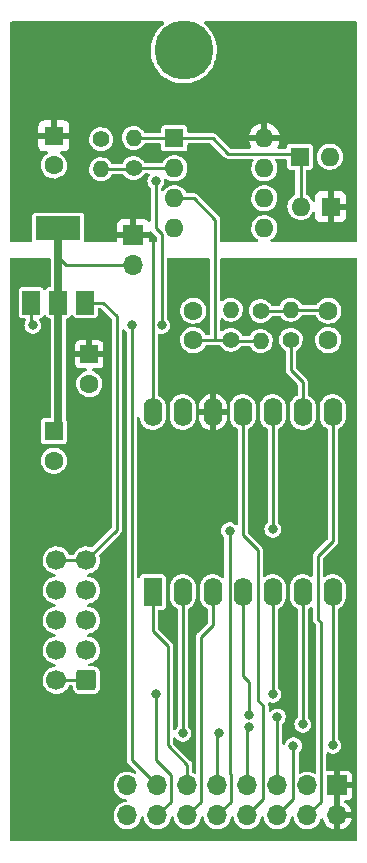
<source format=gtl>
%TF.GenerationSoftware,KiCad,Pcbnew,(6.0.1)*%
%TF.CreationDate,2022-09-30T20:37:04-04:00*%
%TF.ProjectId,SYNTH-VCO_DB-03,53594e54-482d-4564-934f-5f44422d3033,1*%
%TF.SameCoordinates,Original*%
%TF.FileFunction,Copper,L1,Top*%
%TF.FilePolarity,Positive*%
%FSLAX46Y46*%
G04 Gerber Fmt 4.6, Leading zero omitted, Abs format (unit mm)*
G04 Created by KiCad (PCBNEW (6.0.1)) date 2022-09-30 20:37:04*
%MOMM*%
%LPD*%
G01*
G04 APERTURE LIST*
G04 Aperture macros list*
%AMRoundRect*
0 Rectangle with rounded corners*
0 $1 Rounding radius*
0 $2 $3 $4 $5 $6 $7 $8 $9 X,Y pos of 4 corners*
0 Add a 4 corners polygon primitive as box body*
4,1,4,$2,$3,$4,$5,$6,$7,$8,$9,$2,$3,0*
0 Add four circle primitives for the rounded corners*
1,1,$1+$1,$2,$3*
1,1,$1+$1,$4,$5*
1,1,$1+$1,$6,$7*
1,1,$1+$1,$8,$9*
0 Add four rect primitives between the rounded corners*
20,1,$1+$1,$2,$3,$4,$5,0*
20,1,$1+$1,$4,$5,$6,$7,0*
20,1,$1+$1,$6,$7,$8,$9,0*
20,1,$1+$1,$8,$9,$2,$3,0*%
G04 Aperture macros list end*
%TA.AperFunction,ComponentPad*%
%ADD10R,1.600000X1.600000*%
%TD*%
%TA.AperFunction,ComponentPad*%
%ADD11C,1.600000*%
%TD*%
%TA.AperFunction,ComponentPad*%
%ADD12O,1.600000X1.600000*%
%TD*%
%TA.AperFunction,ComponentPad*%
%ADD13R,1.700000X1.700000*%
%TD*%
%TA.AperFunction,ComponentPad*%
%ADD14O,1.700000X1.700000*%
%TD*%
%TA.AperFunction,ComponentPad*%
%ADD15C,1.400000*%
%TD*%
%TA.AperFunction,ComponentPad*%
%ADD16O,1.400000X1.400000*%
%TD*%
%TA.AperFunction,ComponentPad*%
%ADD17C,5.000000*%
%TD*%
%TA.AperFunction,ComponentPad*%
%ADD18RoundRect,0.250000X0.600000X0.600000X-0.600000X0.600000X-0.600000X-0.600000X0.600000X-0.600000X0*%
%TD*%
%TA.AperFunction,ComponentPad*%
%ADD19C,1.700000*%
%TD*%
%TA.AperFunction,ComponentPad*%
%ADD20R,1.600000X2.400000*%
%TD*%
%TA.AperFunction,ComponentPad*%
%ADD21O,1.600000X2.400000*%
%TD*%
%TA.AperFunction,SMDPad,CuDef*%
%ADD22R,1.500000X2.000000*%
%TD*%
%TA.AperFunction,SMDPad,CuDef*%
%ADD23R,3.800000X2.000000*%
%TD*%
%TA.AperFunction,ViaPad*%
%ADD24C,0.800000*%
%TD*%
%TA.AperFunction,Conductor*%
%ADD25C,0.250000*%
%TD*%
%TA.AperFunction,Conductor*%
%ADD26C,0.635000*%
%TD*%
G04 APERTURE END LIST*
D10*
%TO.P,C11,1*%
%TO.N,+5V*%
X79000000Y-50000000D03*
D11*
%TO.P,C11,2*%
%TO.N,GND*%
X79000000Y-52500000D03*
%TD*%
D10*
%TO.P,C9,1*%
%TO.N,+3V3*%
X82000000Y-68500000D03*
D11*
%TO.P,C9,2*%
%TO.N,GND*%
X82000000Y-71000000D03*
%TD*%
D10*
%TO.P,D1,1,K*%
%TO.N,/AUD_OUT*%
X99824315Y-51750000D03*
D12*
%TO.P,D1,2,A*%
%TO.N,GND*%
X102364315Y-51750000D03*
%TD*%
D13*
%TO.P,J1,1,Pin_1*%
%TO.N,+3V3*%
X103000000Y-105000000D03*
D14*
%TO.P,J1,2,Pin_2*%
X103000000Y-107540000D03*
%TO.P,J1,3,Pin_3*%
%TO.N,unconnected-(J1-Pad3)*%
X100460000Y-105000000D03*
%TO.P,J1,4,Pin_4*%
%TO.N,/OCT_DN_PB*%
X100460000Y-107540000D03*
%TO.P,J1,5,Pin_5*%
%TO.N,/MOD_POT*%
X97920000Y-105000000D03*
%TO.P,J1,6,Pin_6*%
%TO.N,/OCT_UP_PB*%
X97920000Y-107540000D03*
%TO.P,J1,7,Pin_7*%
%TO.N,/GATE_CTL*%
X95380000Y-105000000D03*
%TO.P,J1,8,Pin_8*%
%TO.N,/MODE_UP_PB*%
X95380000Y-107540000D03*
%TO.P,J1,9,Pin_9*%
%TO.N,/FREQ_POT*%
X92840000Y-105000000D03*
%TO.P,J1,10,Pin_10*%
%TO.N,/MODE_DN_PB*%
X92840000Y-107540000D03*
%TO.P,J1,11,Pin_11*%
%TO.N,/VPEROCT_CV*%
X90300000Y-105000000D03*
%TO.P,J1,12,Pin_12*%
%TO.N,/MOD_CV*%
X90300000Y-107540000D03*
%TO.P,J1,13,Pin_13*%
%TO.N,/AUD_OUT*%
X87760000Y-105000000D03*
%TO.P,J1,14,Pin_14*%
%TO.N,/TIMBRE_PB*%
X87760000Y-107540000D03*
%TO.P,J1,15,Pin_15*%
%TO.N,GND*%
X85220000Y-105000000D03*
%TO.P,J1,16,Pin_16*%
X85220000Y-107540000D03*
%TD*%
D15*
%TO.P,R3,1*%
%TO.N,Net-(R2-Pad2)*%
X85750000Y-52720000D03*
D16*
%TO.P,R3,2*%
%TO.N,/AUD_OUT*%
X85750000Y-50180000D03*
%TD*%
D11*
%TO.P,C2,1*%
%TO.N,Net-(C2-Pad1)*%
X102235000Y-64790000D03*
%TO.P,C2,2*%
%TO.N,GND*%
X102235000Y-67290000D03*
%TD*%
D15*
%TO.P,R5,1*%
%TO.N,Net-(C2-Pad1)*%
X96520000Y-64820000D03*
D16*
%TO.P,R5,2*%
%TO.N,/PRE_FILT*%
X96520000Y-67360000D03*
%TD*%
D17*
%TO.P,MTG1,1*%
%TO.N,N/C*%
X90000000Y-42750000D03*
%TD*%
D10*
%TO.P,D2,1,K*%
%TO.N,+5V*%
X102425686Y-56000000D03*
D12*
%TO.P,D2,2,A*%
%TO.N,/AUD_OUT*%
X99885686Y-56000000D03*
%TD*%
D10*
%TO.P,U1,1*%
%TO.N,/AUD_OUT*%
X89200000Y-50200000D03*
D12*
%TO.P,U1,2,-*%
%TO.N,Net-(R2-Pad2)*%
X89200000Y-52740000D03*
%TO.P,U1,3,+*%
%TO.N,/PRE_FILT*%
X89200000Y-55280000D03*
%TO.P,U1,4,V-*%
%TO.N,GND*%
X89200000Y-57820000D03*
%TO.P,U1,5,+*%
X96820000Y-57820000D03*
%TO.P,U1,6,-*%
%TO.N,unconnected-(U1-Pad6)*%
X96820000Y-55280000D03*
%TO.P,U1,7*%
%TO.N,unconnected-(U1-Pad7)*%
X96820000Y-52740000D03*
%TO.P,U1,8,V+*%
%TO.N,+5V*%
X96820000Y-50200000D03*
%TD*%
D11*
%TO.P,C3,1*%
%TO.N,/PRE_FILT*%
X90805000Y-67290000D03*
%TO.P,C3,2*%
%TO.N,GND*%
X90805000Y-64790000D03*
%TD*%
D18*
%TO.P,J5,1,Pin_1*%
%TO.N,-12V*%
X81752500Y-96080000D03*
D19*
%TO.P,J5,2,Pin_2*%
X79212500Y-96080000D03*
%TO.P,J5,3,Pin_3*%
%TO.N,GND*%
X81752500Y-93540000D03*
%TO.P,J5,4,Pin_4*%
X79212500Y-93540000D03*
%TO.P,J5,5,Pin_5*%
X81752500Y-91000000D03*
%TO.P,J5,6,Pin_6*%
X79212500Y-91000000D03*
%TO.P,J5,7,Pin_7*%
X81752500Y-88460000D03*
%TO.P,J5,8,Pin_8*%
X79212500Y-88460000D03*
%TO.P,J5,9,Pin_9*%
%TO.N,+12V*%
X81752500Y-85920000D03*
%TO.P,J5,10,Pin_10*%
X79212500Y-85920000D03*
%TD*%
D20*
%TO.P,U2,1,D0/P26*%
%TO.N,/VPEROCT_CV*%
X87380000Y-88620000D03*
D21*
%TO.P,U2,2,D1/P27*%
%TO.N,/FREQ_POT*%
X89920000Y-88620000D03*
%TO.P,U2,3,D2/P28*%
%TO.N,/MOD_CV*%
X92460000Y-88620000D03*
%TO.P,U2,4,D3/P29*%
%TO.N,/MOD_POT*%
X95000000Y-88620000D03*
%TO.P,U2,5,D4/SDA/P6*%
%TO.N,/TIMBRE_PB*%
X97540000Y-88620000D03*
%TO.P,U2,6,D5/SCL/P7*%
%TO.N,/GATE_CTL*%
X100080000Y-88620000D03*
%TO.P,U2,7,D6/TX/P0*%
%TO.N,/OCT_UP_PB*%
X102620000Y-88620000D03*
%TO.P,U2,8,D7/RX/P1*%
%TO.N,/OCT_DN_PB*%
X102620000Y-73380000D03*
%TO.P,U2,9,D8/SCK/P2*%
%TO.N,/WAV*%
X100080000Y-73380000D03*
%TO.P,U2,10,D9/MISO/P4*%
%TO.N,/MODE_DN_PB*%
X97540000Y-73380000D03*
%TO.P,U2,11,D10/MOSI/P3*%
%TO.N,/MODE_UP_PB*%
X95000000Y-73380000D03*
%TO.P,U2,12,3.3V*%
%TO.N,+3V3*%
X92460000Y-73380000D03*
%TO.P,U2,13,GND*%
%TO.N,GND*%
X89920000Y-73380000D03*
%TO.P,U2,14,5V*%
%TO.N,+5V*%
X87380000Y-73380000D03*
%TD*%
D13*
%TO.P,H1,1,Pin_1*%
%TO.N,+5V*%
X85725000Y-58415000D03*
D14*
%TO.P,H1,2,Pin_2*%
%TO.N,Net-(C10-Pad1)*%
X85725000Y-60955000D03*
%TD*%
D15*
%TO.P,R2,1*%
%TO.N,GND*%
X83000000Y-50280000D03*
D16*
%TO.P,R2,2*%
%TO.N,Net-(R2-Pad2)*%
X83000000Y-52820000D03*
%TD*%
D15*
%TO.P,R6,1*%
%TO.N,/PRE_FILT*%
X93980000Y-67260000D03*
D16*
%TO.P,R6,2*%
%TO.N,GND*%
X93980000Y-64720000D03*
%TD*%
D15*
%TO.P,R4,1*%
%TO.N,/WAV*%
X99060000Y-67260000D03*
D16*
%TO.P,R4,2*%
%TO.N,Net-(C2-Pad1)*%
X99060000Y-64720000D03*
%TD*%
D10*
%TO.P,C10,1*%
%TO.N,Net-(C10-Pad1)*%
X79000000Y-75000000D03*
D11*
%TO.P,C10,2*%
%TO.N,GND*%
X79000000Y-77500000D03*
%TD*%
D22*
%TO.P,U3,1,GND*%
%TO.N,GND*%
X77075000Y-64110000D03*
%TO.P,U3,2,VO*%
%TO.N,Net-(C10-Pad1)*%
X79375000Y-64110000D03*
%TO.P,U3,3,VIN*%
%TO.N,+12V*%
X81675000Y-64110000D03*
D23*
%TO.P,U3,4,VO*%
%TO.N,Net-(C10-Pad1)*%
X79375000Y-57810000D03*
%TD*%
D24*
%TO.N,GND*%
X77216000Y-66040000D03*
%TO.N,/GATE_CTL*%
X95504000Y-100076000D03*
X100076000Y-99822000D03*
%TO.N,/FREQ_POT*%
X89916000Y-100584000D03*
X92964000Y-100584000D03*
%TO.N,/MOD_POT*%
X95504000Y-99060000D03*
X97920000Y-99190000D03*
%TO.N,/AUD_OUT*%
X87630000Y-53848000D03*
X88138000Y-66040000D03*
X85598000Y-66040000D03*
%TO.N,/TIMBRE_PB*%
X87630000Y-97282000D03*
X97536000Y-97282000D03*
%TO.N,/MODE_DN_PB*%
X97536000Y-83312000D03*
X93875480Y-83416520D03*
%TO.N,/OCT_UP_PB*%
X102616000Y-101600000D03*
X99285489Y-101628511D03*
%TD*%
D25*
%TO.N,GND*%
X77075000Y-64110000D02*
X77075000Y-65899000D01*
X77075000Y-65899000D02*
X77216000Y-66040000D01*
%TO.N,+5V*%
X87175000Y-58415000D02*
X87380000Y-58620000D01*
X87380000Y-73380000D02*
X87380000Y-58620000D01*
X85725000Y-58415000D02*
X87175000Y-58415000D01*
%TO.N,/GATE_CTL*%
X100076000Y-96774000D02*
X100080000Y-96770000D01*
X95380000Y-105000000D02*
X95380000Y-100200000D01*
X95380000Y-100200000D02*
X95504000Y-100076000D01*
X100076000Y-99822000D02*
X100076000Y-96774000D01*
X100080000Y-88620000D02*
X100080000Y-96770000D01*
%TO.N,/FREQ_POT*%
X89920000Y-100580000D02*
X89916000Y-100584000D01*
X89920000Y-88620000D02*
X89920000Y-100580000D01*
X92964000Y-100584000D02*
X92840000Y-100708000D01*
X92840000Y-100708000D02*
X92840000Y-105000000D01*
%TO.N,/VPEROCT_CV*%
X90300000Y-103248000D02*
X90300000Y-105000000D01*
X88646000Y-101594000D02*
X90300000Y-103248000D01*
X88646000Y-93210000D02*
X88646000Y-101594000D01*
X87380000Y-88620000D02*
X87380000Y-91944000D01*
X87380000Y-91944000D02*
X88646000Y-93210000D01*
%TO.N,/MOD_POT*%
X95504000Y-96266000D02*
X95504000Y-99060000D01*
X95000000Y-88620000D02*
X95000000Y-95762000D01*
X97920000Y-99190000D02*
X97920000Y-105000000D01*
X95000000Y-95762000D02*
X95504000Y-96266000D01*
%TO.N,/MOD_CV*%
X91474511Y-92421489D02*
X92460000Y-91436000D01*
X90300000Y-107540000D02*
X91474511Y-106365489D01*
X91474511Y-106365489D02*
X91474511Y-92421489D01*
X92460000Y-91436000D02*
X92460000Y-88620000D01*
%TO.N,/PRE_FILT*%
X93980000Y-67260000D02*
X92660000Y-67260000D01*
X92660000Y-57100000D02*
X90840000Y-55280000D01*
X92660000Y-67260000D02*
X90835000Y-67260000D01*
X90840000Y-55280000D02*
X89200000Y-55280000D01*
X96520000Y-67360000D02*
X94080000Y-67360000D01*
X92660000Y-67260000D02*
X92660000Y-57100000D01*
%TO.N,/AUD_OUT*%
X99574315Y-51500000D02*
X93750000Y-51500000D01*
X88138000Y-58348300D02*
X87630000Y-57840300D01*
X92450000Y-50200000D02*
X89200000Y-50200000D01*
X87760000Y-105000000D02*
X85598000Y-102838000D01*
X99885686Y-51811371D02*
X99824315Y-51750000D01*
X85598000Y-102838000D02*
X85598000Y-66040000D01*
X93750000Y-51500000D02*
X92450000Y-50200000D01*
X89200000Y-50200000D02*
X85770000Y-50200000D01*
X87630000Y-57840300D02*
X87630000Y-53848000D01*
X99885686Y-56000000D02*
X99885686Y-51811371D01*
X88138000Y-66040000D02*
X88138000Y-58348300D01*
%TO.N,/TIMBRE_PB*%
X97540000Y-88620000D02*
X97540000Y-97278000D01*
X87630000Y-97282000D02*
X87630000Y-102800978D01*
X97540000Y-97278000D02*
X97536000Y-97282000D01*
X88934511Y-104105489D02*
X88934511Y-106365489D01*
X88934511Y-106365489D02*
X87760000Y-107540000D01*
X87630000Y-102800978D02*
X88934511Y-104105489D01*
%TO.N,/MODE_UP_PB*%
X96745489Y-98269489D02*
X96266000Y-97790000D01*
X95000000Y-83824000D02*
X95000000Y-73380000D01*
X96266000Y-85090000D02*
X95000000Y-83824000D01*
X96745489Y-106174511D02*
X96745489Y-98269489D01*
X95380000Y-107540000D02*
X96745489Y-106174511D01*
X96266000Y-97790000D02*
X96266000Y-85090000D01*
%TO.N,/MODE_DN_PB*%
X97540000Y-83308000D02*
X97540000Y-73380000D01*
X92840000Y-107540000D02*
X94014511Y-106365489D01*
X93875480Y-103966458D02*
X93875480Y-83416520D01*
X94014511Y-104105489D02*
X93875480Y-103966458D01*
X97536000Y-83312000D02*
X97540000Y-83308000D01*
X94014511Y-106365489D02*
X94014511Y-104105489D01*
%TO.N,+12V*%
X79212500Y-85920000D02*
X81752500Y-85920000D01*
X84328000Y-83344500D02*
X84328000Y-65278000D01*
X81752500Y-85920000D02*
X84328000Y-83344500D01*
X83160000Y-64110000D02*
X81675000Y-64110000D01*
X84328000Y-65278000D02*
X83160000Y-64110000D01*
%TO.N,/OCT_UP_PB*%
X102620000Y-101596000D02*
X102616000Y-101600000D01*
X99285489Y-106174511D02*
X97920000Y-107540000D01*
X99285489Y-101628511D02*
X99285489Y-106174511D01*
X102620000Y-88620000D02*
X102620000Y-101596000D01*
%TO.N,/OCT_DN_PB*%
X102620000Y-73380000D02*
X102620000Y-84324000D01*
X101634511Y-106365489D02*
X100460000Y-107540000D01*
X102620000Y-84324000D02*
X101346000Y-85598000D01*
X101346000Y-90932000D02*
X101634511Y-91220511D01*
X101346000Y-85598000D02*
X101346000Y-90932000D01*
X101634511Y-91220511D02*
X101634511Y-106365489D01*
%TO.N,/WAV*%
X99060000Y-69850000D02*
X99060000Y-67260000D01*
X100080000Y-73380000D02*
X100080000Y-70870000D01*
X100080000Y-70870000D02*
X99060000Y-69850000D01*
%TO.N,-12V*%
X79212500Y-96080000D02*
X81752500Y-96080000D01*
%TO.N,Net-(R2-Pad2)*%
X83000000Y-52820000D02*
X85650000Y-52820000D01*
X89200000Y-52740000D02*
X85770000Y-52740000D01*
%TO.N,Net-(C2-Pad1)*%
X99060000Y-64720000D02*
X102165000Y-64720000D01*
X96520000Y-64820000D02*
X98960000Y-64820000D01*
%TO.N,Net-(C10-Pad1)*%
X80045000Y-60955000D02*
X79375000Y-60285000D01*
X85725000Y-60955000D02*
X80045000Y-60955000D01*
D26*
X79375000Y-64110000D02*
X79375000Y-74625000D01*
X79375000Y-57810000D02*
X79375000Y-64110000D01*
D25*
X79375000Y-60285000D02*
X79375000Y-57810000D01*
%TD*%
%TA.AperFunction,Conductor*%
%TO.N,+5V*%
G36*
X88274545Y-40324802D02*
G01*
X88321038Y-40378458D01*
X88331142Y-40448732D01*
X88301648Y-40513312D01*
X88285205Y-40529134D01*
X88119707Y-40661723D01*
X87892147Y-40891678D01*
X87692526Y-41146264D01*
X87690633Y-41149353D01*
X87690631Y-41149356D01*
X87645702Y-41222675D01*
X87523490Y-41422107D01*
X87387278Y-41715550D01*
X87285696Y-42022705D01*
X87284960Y-42026260D01*
X87284959Y-42026263D01*
X87220829Y-42335935D01*
X87220091Y-42339499D01*
X87219768Y-42343121D01*
X87219767Y-42343126D01*
X87212280Y-42427020D01*
X87191333Y-42661734D01*
X87199801Y-42985139D01*
X87245385Y-43305428D01*
X87327480Y-43618354D01*
X87444997Y-43919772D01*
X87446696Y-43922980D01*
X87571161Y-44158053D01*
X87596380Y-44205684D01*
X87598437Y-44208677D01*
X87777565Y-44469310D01*
X87777571Y-44469317D01*
X87779622Y-44472302D01*
X87782010Y-44475039D01*
X87957422Y-44676118D01*
X87992293Y-44716092D01*
X87994978Y-44718535D01*
X88192748Y-44898491D01*
X88231576Y-44933822D01*
X88234514Y-44935933D01*
X88234520Y-44935938D01*
X88417772Y-45067618D01*
X88494298Y-45122607D01*
X88776977Y-45279944D01*
X89075867Y-45403749D01*
X89079361Y-45404744D01*
X89079363Y-45404745D01*
X89383505Y-45491382D01*
X89383510Y-45491383D01*
X89387006Y-45492379D01*
X89570381Y-45522408D01*
X89702688Y-45544074D01*
X89702695Y-45544075D01*
X89706269Y-45544660D01*
X89867848Y-45552280D01*
X90025799Y-45559729D01*
X90025800Y-45559729D01*
X90029426Y-45559900D01*
X90039161Y-45559236D01*
X90348562Y-45538144D01*
X90348570Y-45538143D01*
X90352193Y-45537896D01*
X90355769Y-45537233D01*
X90355771Y-45537233D01*
X90666727Y-45479601D01*
X90666731Y-45479600D01*
X90670292Y-45478940D01*
X90979506Y-45383813D01*
X91275738Y-45253776D01*
X91555060Y-45090554D01*
X91760989Y-44935938D01*
X91810864Y-44898491D01*
X91810868Y-44898488D01*
X91813771Y-44896308D01*
X92048441Y-44673614D01*
X92255960Y-44425424D01*
X92257948Y-44422398D01*
X92431591Y-44158053D01*
X92431596Y-44158044D01*
X92433578Y-44155027D01*
X92551899Y-43919772D01*
X92577313Y-43869243D01*
X92577316Y-43869235D01*
X92578940Y-43866007D01*
X92670850Y-43614851D01*
X92688871Y-43565607D01*
X92688874Y-43565597D01*
X92690119Y-43562195D01*
X92690964Y-43558673D01*
X92690967Y-43558665D01*
X92764796Y-43251147D01*
X92764797Y-43251143D01*
X92765643Y-43247618D01*
X92796972Y-42988730D01*
X92804173Y-42929224D01*
X92804173Y-42929217D01*
X92804509Y-42926445D01*
X92810054Y-42750000D01*
X92791431Y-42427020D01*
X92735809Y-42108322D01*
X92643926Y-41798128D01*
X92516998Y-41500551D01*
X92474125Y-41425385D01*
X92358501Y-41222675D01*
X92356710Y-41219535D01*
X92165184Y-40958804D01*
X92105462Y-40894535D01*
X91947427Y-40724470D01*
X91944960Y-40721815D01*
X91716405Y-40526611D01*
X91677595Y-40467161D01*
X91677088Y-40396166D01*
X91715045Y-40336167D01*
X91779413Y-40306214D01*
X91798235Y-40304800D01*
X104569200Y-40304800D01*
X104637321Y-40324802D01*
X104683814Y-40378458D01*
X104695200Y-40430800D01*
X104695200Y-58874000D01*
X104675198Y-58942121D01*
X104621542Y-58988614D01*
X104569200Y-59000000D01*
X97458056Y-59000000D01*
X97389935Y-58979998D01*
X97343442Y-58926342D01*
X97333338Y-58856068D01*
X97362832Y-58791488D01*
X97396490Y-58764065D01*
X97443694Y-58737630D01*
X97443695Y-58737629D01*
X97448731Y-58734809D01*
X97604913Y-58604913D01*
X97734809Y-58448731D01*
X97834067Y-58271492D01*
X97865371Y-58179274D01*
X97897507Y-58084607D01*
X97897507Y-58084605D01*
X97899365Y-58079133D01*
X97928514Y-57878095D01*
X97930035Y-57820000D01*
X97911447Y-57617712D01*
X97856307Y-57422199D01*
X97766460Y-57240008D01*
X97667650Y-57107685D01*
X97648370Y-57081866D01*
X97648369Y-57081865D01*
X97644917Y-57077242D01*
X97640681Y-57073326D01*
X97499986Y-56943269D01*
X97499983Y-56943267D01*
X97495746Y-56939350D01*
X97374198Y-56862659D01*
X97328829Y-56834033D01*
X97328824Y-56834031D01*
X97323945Y-56830952D01*
X97135267Y-56755677D01*
X96936030Y-56716046D01*
X96930255Y-56715970D01*
X96930251Y-56715970D01*
X96828762Y-56714642D01*
X96732908Y-56713387D01*
X96727211Y-56714366D01*
X96727210Y-56714366D01*
X96589542Y-56738022D01*
X96532702Y-56747789D01*
X96342118Y-56818099D01*
X96337157Y-56821051D01*
X96337156Y-56821051D01*
X96188707Y-56909369D01*
X96167538Y-56921963D01*
X96014809Y-57055902D01*
X95889046Y-57215432D01*
X95886357Y-57220543D01*
X95886355Y-57220546D01*
X95878230Y-57235990D01*
X95794461Y-57395208D01*
X95734222Y-57589211D01*
X95710345Y-57790943D01*
X95723631Y-57993648D01*
X95725052Y-57999244D01*
X95725053Y-57999249D01*
X95770937Y-58179912D01*
X95773635Y-58190537D01*
X95858681Y-58375017D01*
X95975923Y-58540910D01*
X96121432Y-58682659D01*
X96126228Y-58685864D01*
X96126231Y-58685866D01*
X96188300Y-58727339D01*
X96243265Y-58764065D01*
X96251002Y-58769235D01*
X96296530Y-58823712D01*
X96305378Y-58894155D01*
X96274736Y-58958199D01*
X96214335Y-58995510D01*
X96181000Y-59000000D01*
X93216300Y-59000000D01*
X93148179Y-58979998D01*
X93101686Y-58926342D01*
X93090300Y-58874000D01*
X93090300Y-57133018D01*
X93091173Y-57118207D01*
X93092347Y-57108287D01*
X93094946Y-57086332D01*
X93084889Y-57031264D01*
X93084239Y-57027361D01*
X93077323Y-56981356D01*
X93077323Y-56981355D01*
X93075923Y-56972045D01*
X93072938Y-56965829D01*
X93071699Y-56959044D01*
X93067357Y-56950685D01*
X93045895Y-56909369D01*
X93044126Y-56905829D01*
X93042456Y-56902351D01*
X93019912Y-56855404D01*
X93015231Y-56850340D01*
X93012052Y-56844220D01*
X93007930Y-56839394D01*
X92972428Y-56803892D01*
X92968998Y-56800325D01*
X92932081Y-56760388D01*
X92925948Y-56756825D01*
X92920323Y-56751787D01*
X91419479Y-55250943D01*
X95710345Y-55250943D01*
X95723631Y-55453648D01*
X95725052Y-55459244D01*
X95725053Y-55459249D01*
X95772214Y-55644942D01*
X95773635Y-55650537D01*
X95858681Y-55835017D01*
X95975923Y-56000910D01*
X96121432Y-56142659D01*
X96126228Y-56145864D01*
X96126231Y-56145866D01*
X96264375Y-56238171D01*
X96290337Y-56255518D01*
X96295640Y-56257796D01*
X96295643Y-56257798D01*
X96380062Y-56294067D01*
X96476980Y-56335706D01*
X96549381Y-56352088D01*
X96669474Y-56379263D01*
X96669479Y-56379264D01*
X96675111Y-56380538D01*
X96680882Y-56380765D01*
X96680884Y-56380765D01*
X96739801Y-56383080D01*
X96878095Y-56388514D01*
X97002081Y-56370537D01*
X97073411Y-56360195D01*
X97073415Y-56360194D01*
X97079133Y-56359365D01*
X97084605Y-56357507D01*
X97084607Y-56357507D01*
X97266028Y-56295922D01*
X97266030Y-56295921D01*
X97271492Y-56294067D01*
X97448731Y-56194809D01*
X97604913Y-56064913D01*
X97734809Y-55908731D01*
X97834067Y-55731492D01*
X97835922Y-55726028D01*
X97897507Y-55544607D01*
X97897507Y-55544605D01*
X97899365Y-55539133D01*
X97928514Y-55338095D01*
X97930035Y-55280000D01*
X97911447Y-55077712D01*
X97856307Y-54882199D01*
X97766460Y-54700008D01*
X97644917Y-54537242D01*
X97626732Y-54520432D01*
X97499986Y-54403269D01*
X97499983Y-54403267D01*
X97495746Y-54399350D01*
X97391919Y-54333840D01*
X97328829Y-54294033D01*
X97328824Y-54294031D01*
X97323945Y-54290952D01*
X97135267Y-54215677D01*
X96936030Y-54176046D01*
X96930255Y-54175970D01*
X96930251Y-54175970D01*
X96828762Y-54174642D01*
X96732908Y-54173387D01*
X96727211Y-54174366D01*
X96727210Y-54174366D01*
X96598737Y-54196442D01*
X96532702Y-54207789D01*
X96342118Y-54278099D01*
X96337157Y-54281051D01*
X96337156Y-54281051D01*
X96248426Y-54333840D01*
X96167538Y-54381963D01*
X96014809Y-54515902D01*
X95889046Y-54675432D01*
X95886357Y-54680543D01*
X95886355Y-54680546D01*
X95838523Y-54771461D01*
X95794461Y-54855208D01*
X95734222Y-55049211D01*
X95710345Y-55250943D01*
X91419479Y-55250943D01*
X91167617Y-54999081D01*
X91157762Y-54987992D01*
X91143719Y-54970179D01*
X91137888Y-54962782D01*
X91091803Y-54930930D01*
X91088630Y-54928662D01*
X91051203Y-54901018D01*
X91043624Y-54895420D01*
X91037117Y-54893135D01*
X91031444Y-54889214D01*
X90978100Y-54872344D01*
X90974343Y-54871090D01*
X90930433Y-54855670D01*
X90930429Y-54855669D01*
X90921541Y-54852548D01*
X90914648Y-54852277D01*
X90908074Y-54850198D01*
X90901747Y-54849700D01*
X90851533Y-54849700D01*
X90846586Y-54849603D01*
X90792248Y-54847468D01*
X90785395Y-54849285D01*
X90777855Y-54849700D01*
X90298632Y-54849700D01*
X90230511Y-54829698D01*
X90185626Y-54779429D01*
X90146460Y-54700008D01*
X90072206Y-54600569D01*
X90028370Y-54541866D01*
X90028369Y-54541865D01*
X90024917Y-54537242D01*
X90006732Y-54520432D01*
X89879986Y-54403269D01*
X89879983Y-54403267D01*
X89875746Y-54399350D01*
X89771919Y-54333840D01*
X89708829Y-54294033D01*
X89708824Y-54294031D01*
X89703945Y-54290952D01*
X89515267Y-54215677D01*
X89316030Y-54176046D01*
X89310255Y-54175970D01*
X89310251Y-54175970D01*
X89208762Y-54174642D01*
X89112908Y-54173387D01*
X89107211Y-54174366D01*
X89107210Y-54174366D01*
X88978737Y-54196442D01*
X88912702Y-54207789D01*
X88722118Y-54278099D01*
X88717157Y-54281051D01*
X88717156Y-54281051D01*
X88628426Y-54333840D01*
X88547538Y-54381963D01*
X88394809Y-54515902D01*
X88391242Y-54520427D01*
X88391237Y-54520432D01*
X88285250Y-54654877D01*
X88227369Y-54695990D01*
X88156449Y-54699284D01*
X88095006Y-54663712D01*
X88062549Y-54600569D01*
X88060300Y-54576871D01*
X88060300Y-54466152D01*
X88080302Y-54398031D01*
X88104470Y-54370341D01*
X88147207Y-54333840D01*
X88147210Y-54333837D01*
X88152982Y-54328907D01*
X88252598Y-54190276D01*
X88255431Y-54183229D01*
X88313436Y-54038939D01*
X88313437Y-54038937D01*
X88316271Y-54031886D01*
X88340324Y-53862879D01*
X88340480Y-53848000D01*
X88339983Y-53843891D01*
X88326968Y-53736342D01*
X88338641Y-53666312D01*
X88386322Y-53613710D01*
X88454874Y-53595237D01*
X88522056Y-53616440D01*
X88670337Y-53715518D01*
X88675640Y-53717796D01*
X88675643Y-53717798D01*
X88778061Y-53761800D01*
X88856980Y-53795706D01*
X88929381Y-53812088D01*
X89049474Y-53839263D01*
X89049479Y-53839264D01*
X89055111Y-53840538D01*
X89060882Y-53840765D01*
X89060884Y-53840765D01*
X89119801Y-53843080D01*
X89258095Y-53848514D01*
X89376121Y-53831401D01*
X89453411Y-53820195D01*
X89453415Y-53820194D01*
X89459133Y-53819365D01*
X89464605Y-53817507D01*
X89464607Y-53817507D01*
X89646028Y-53755922D01*
X89646030Y-53755921D01*
X89651492Y-53754067D01*
X89796409Y-53672910D01*
X89823694Y-53657630D01*
X89823695Y-53657629D01*
X89828731Y-53654809D01*
X89984913Y-53524913D01*
X90114809Y-53368731D01*
X90118210Y-53362659D01*
X90164231Y-53280481D01*
X90214067Y-53191492D01*
X90262175Y-53049772D01*
X90277507Y-53004607D01*
X90277507Y-53004605D01*
X90279365Y-52999133D01*
X90308514Y-52798095D01*
X90310035Y-52740000D01*
X90291447Y-52537712D01*
X90236307Y-52342199D01*
X90146460Y-52160008D01*
X90036663Y-52012972D01*
X90028370Y-52001866D01*
X90028369Y-52001865D01*
X90024917Y-51997242D01*
X90020681Y-51993326D01*
X89879986Y-51863269D01*
X89879983Y-51863267D01*
X89875746Y-51859350D01*
X89808971Y-51817218D01*
X89708829Y-51754033D01*
X89708824Y-51754031D01*
X89703945Y-51750952D01*
X89515267Y-51675677D01*
X89316030Y-51636046D01*
X89310255Y-51635970D01*
X89310251Y-51635970D01*
X89208762Y-51634642D01*
X89112908Y-51633387D01*
X89107211Y-51634366D01*
X89107210Y-51634366D01*
X88918399Y-51666810D01*
X88912702Y-51667789D01*
X88722118Y-51738099D01*
X88717157Y-51741051D01*
X88717156Y-51741051D01*
X88563799Y-51832289D01*
X88547538Y-51841963D01*
X88394809Y-51975902D01*
X88269046Y-52135432D01*
X88266357Y-52140543D01*
X88266355Y-52140546D01*
X88212784Y-52242368D01*
X88163365Y-52293340D01*
X88101276Y-52309700D01*
X86746169Y-52309700D01*
X86678048Y-52289698D01*
X86634918Y-52242853D01*
X86594285Y-52166434D01*
X86594284Y-52166433D01*
X86591387Y-52160984D01*
X86520634Y-52074232D01*
X86470672Y-52012972D01*
X86470670Y-52012970D01*
X86466783Y-52008204D01*
X86314877Y-51882536D01*
X86309460Y-51879607D01*
X86309457Y-51879605D01*
X86146872Y-51791696D01*
X86146868Y-51791694D01*
X86141454Y-51788767D01*
X86135574Y-51786947D01*
X86135572Y-51786946D01*
X86039614Y-51757242D01*
X85953122Y-51730468D01*
X85947004Y-51729825D01*
X85946999Y-51729824D01*
X85763181Y-51710505D01*
X85763179Y-51710505D01*
X85757052Y-51709861D01*
X85674586Y-51717366D01*
X85566853Y-51727170D01*
X85566850Y-51727171D01*
X85560714Y-51727729D01*
X85554808Y-51729467D01*
X85554804Y-51729468D01*
X85413547Y-51771042D01*
X85371586Y-51783392D01*
X85196871Y-51874731D01*
X85192071Y-51878591D01*
X85192070Y-51878591D01*
X85175771Y-51891696D01*
X85043225Y-51998265D01*
X84916500Y-52149291D01*
X84913536Y-52154683D01*
X84913533Y-52154687D01*
X84821523Y-52322054D01*
X84819590Y-52320991D01*
X84780690Y-52368071D01*
X84710102Y-52389700D01*
X83985535Y-52389700D01*
X83917414Y-52369698D01*
X83874284Y-52322854D01*
X83873294Y-52320991D01*
X83848812Y-52274948D01*
X83844283Y-52266430D01*
X83844282Y-52266428D01*
X83841387Y-52260984D01*
X83746445Y-52144573D01*
X83720672Y-52112972D01*
X83720670Y-52112970D01*
X83716783Y-52108204D01*
X83710474Y-52102984D01*
X83603644Y-52014607D01*
X83564877Y-51982536D01*
X83559460Y-51979607D01*
X83559457Y-51979605D01*
X83396872Y-51891696D01*
X83396868Y-51891694D01*
X83391454Y-51888767D01*
X83385574Y-51886947D01*
X83385572Y-51886946D01*
X83270541Y-51851338D01*
X83203122Y-51830468D01*
X83197004Y-51829825D01*
X83196999Y-51829824D01*
X83013181Y-51810505D01*
X83013179Y-51810505D01*
X83007052Y-51809861D01*
X82924586Y-51817366D01*
X82816853Y-51827170D01*
X82816850Y-51827171D01*
X82810714Y-51827729D01*
X82804808Y-51829467D01*
X82804804Y-51829468D01*
X82663547Y-51871042D01*
X82621586Y-51883392D01*
X82446871Y-51974731D01*
X82442071Y-51978591D01*
X82442070Y-51978591D01*
X82423743Y-51993326D01*
X82293225Y-52098265D01*
X82166500Y-52249291D01*
X82163536Y-52254683D01*
X82163533Y-52254687D01*
X82112364Y-52347764D01*
X82071523Y-52422054D01*
X82069662Y-52427921D01*
X82069661Y-52427923D01*
X82016548Y-52595358D01*
X82011911Y-52609975D01*
X81989934Y-52805896D01*
X82006432Y-53002354D01*
X82008131Y-53008279D01*
X82058722Y-53184712D01*
X82060773Y-53191866D01*
X82063592Y-53197351D01*
X82148072Y-53361732D01*
X82148075Y-53361737D01*
X82150890Y-53367214D01*
X82273349Y-53521719D01*
X82278042Y-53525713D01*
X82278043Y-53525714D01*
X82381439Y-53613710D01*
X82423486Y-53649495D01*
X82595582Y-53745677D01*
X82783082Y-53806599D01*
X82978845Y-53829942D01*
X82984980Y-53829470D01*
X82984982Y-53829470D01*
X83169272Y-53815290D01*
X83169277Y-53815289D01*
X83175413Y-53814817D01*
X83181343Y-53813161D01*
X83181345Y-53813161D01*
X83270357Y-53788308D01*
X83365300Y-53761800D01*
X83380609Y-53754067D01*
X83535772Y-53675689D01*
X83535774Y-53675688D01*
X83541273Y-53672910D01*
X83696629Y-53551532D01*
X83825450Y-53402291D01*
X83875571Y-53314063D01*
X83926611Y-53264712D01*
X83985127Y-53250300D01*
X84826573Y-53250300D01*
X84894694Y-53270302D01*
X84925318Y-53298035D01*
X85007951Y-53402291D01*
X85023349Y-53421719D01*
X85028042Y-53425713D01*
X85028043Y-53425714D01*
X85139395Y-53520481D01*
X85173486Y-53549495D01*
X85345582Y-53645677D01*
X85533082Y-53706599D01*
X85728845Y-53729942D01*
X85734980Y-53729470D01*
X85734982Y-53729470D01*
X85919272Y-53715290D01*
X85919277Y-53715289D01*
X85925413Y-53714817D01*
X85931343Y-53713161D01*
X85931345Y-53713161D01*
X86055390Y-53678527D01*
X86115300Y-53661800D01*
X86120800Y-53659022D01*
X86285772Y-53575689D01*
X86285774Y-53575688D01*
X86291273Y-53572910D01*
X86446629Y-53451532D01*
X86575450Y-53302291D01*
X86614210Y-53234062D01*
X86665248Y-53184712D01*
X86723765Y-53170300D01*
X87002386Y-53170300D01*
X87070507Y-53190302D01*
X87117000Y-53243958D01*
X87127104Y-53314232D01*
X87100328Y-53371414D01*
X87102010Y-53372596D01*
X87003852Y-53512262D01*
X87001093Y-53519337D01*
X87001092Y-53519340D01*
X86944904Y-53663456D01*
X86941841Y-53671311D01*
X86940849Y-53678844D01*
X86940849Y-53678845D01*
X86920957Y-53829942D01*
X86919559Y-53840560D01*
X86938292Y-54010239D01*
X86940901Y-54017370D01*
X86940902Y-54017372D01*
X86948795Y-54038939D01*
X86996958Y-54170551D01*
X87092170Y-54312242D01*
X87110485Y-54328907D01*
X87158500Y-54372598D01*
X87195422Y-54433238D01*
X87199700Y-54465791D01*
X87199700Y-57173192D01*
X87179698Y-57241313D01*
X87126042Y-57287806D01*
X87055768Y-57297910D01*
X86991188Y-57268416D01*
X86972873Y-57248756D01*
X86943284Y-57209275D01*
X86930724Y-57196715D01*
X86828649Y-57120214D01*
X86813054Y-57111676D01*
X86692606Y-57066522D01*
X86677351Y-57062895D01*
X86626486Y-57057369D01*
X86619672Y-57057000D01*
X85997115Y-57057000D01*
X85981876Y-57061475D01*
X85980671Y-57062865D01*
X85979000Y-57070548D01*
X85979000Y-58142885D01*
X85983475Y-58158124D01*
X85984865Y-58159329D01*
X85992548Y-58161000D01*
X87064884Y-58161000D01*
X87080123Y-58156525D01*
X87095599Y-58138665D01*
X87111862Y-58108883D01*
X87174175Y-58074860D01*
X87244991Y-58079926D01*
X87290050Y-58108886D01*
X87317572Y-58136408D01*
X87321001Y-58139974D01*
X87357919Y-58179912D01*
X87364052Y-58183475D01*
X87369677Y-58188513D01*
X87670795Y-58489631D01*
X87704821Y-58551943D01*
X87707700Y-58578726D01*
X87707700Y-58874000D01*
X87687698Y-58942121D01*
X87634042Y-58988614D01*
X87581700Y-59000000D01*
X87209000Y-59000000D01*
X87140879Y-58979998D01*
X87094386Y-58926342D01*
X87083000Y-58874000D01*
X87083000Y-58687115D01*
X87078525Y-58671876D01*
X87077135Y-58670671D01*
X87069452Y-58669000D01*
X84385116Y-58669000D01*
X84369877Y-58673475D01*
X84368672Y-58674865D01*
X84367001Y-58682548D01*
X84367001Y-58874000D01*
X84346999Y-58942121D01*
X84293343Y-58988614D01*
X84241001Y-59000000D01*
X81704980Y-59000000D01*
X81636859Y-58979998D01*
X81590366Y-58926342D01*
X81580340Y-58862677D01*
X81579664Y-58862638D01*
X81579845Y-58859530D01*
X81579827Y-58859418D01*
X81579875Y-58859005D01*
X81579875Y-58859002D01*
X81580300Y-58855358D01*
X81580300Y-58142885D01*
X84367000Y-58142885D01*
X84371475Y-58158124D01*
X84372865Y-58159329D01*
X84380548Y-58161000D01*
X85452885Y-58161000D01*
X85468124Y-58156525D01*
X85469329Y-58155135D01*
X85471000Y-58147452D01*
X85471000Y-57075116D01*
X85466525Y-57059877D01*
X85465135Y-57058672D01*
X85457452Y-57057001D01*
X84830331Y-57057001D01*
X84823510Y-57057371D01*
X84772648Y-57062895D01*
X84757396Y-57066521D01*
X84636946Y-57111676D01*
X84621351Y-57120214D01*
X84519276Y-57196715D01*
X84506715Y-57209276D01*
X84430214Y-57311351D01*
X84421676Y-57326946D01*
X84376522Y-57447394D01*
X84372895Y-57462649D01*
X84367369Y-57513514D01*
X84367000Y-57520328D01*
X84367000Y-58142885D01*
X81580300Y-58142885D01*
X81580300Y-56764642D01*
X81578533Y-56749790D01*
X81578250Y-56747407D01*
X81578249Y-56747404D01*
X81577133Y-56738022D01*
X81530964Y-56634081D01*
X81490814Y-56594002D01*
X81458705Y-56561948D01*
X81458703Y-56561947D01*
X81450472Y-56553730D01*
X81346451Y-56507742D01*
X81320358Y-56504700D01*
X77429642Y-56504700D01*
X77418748Y-56505996D01*
X77412407Y-56506750D01*
X77412404Y-56506751D01*
X77403022Y-56507867D01*
X77299081Y-56554036D01*
X77259002Y-56594186D01*
X77226948Y-56626295D01*
X77226947Y-56626297D01*
X77218730Y-56634528D01*
X77172742Y-56738549D01*
X77169700Y-56764642D01*
X77169700Y-58855358D01*
X77170139Y-58859046D01*
X77170139Y-58859050D01*
X77170147Y-58859114D01*
X77170144Y-58859131D01*
X77170361Y-58862790D01*
X77169518Y-58862840D01*
X77158333Y-58929121D01*
X77110546Y-58981627D01*
X77045029Y-59000000D01*
X75430800Y-59000000D01*
X75362679Y-58979998D01*
X75316186Y-58926342D01*
X75304800Y-58874000D01*
X75304800Y-50844669D01*
X77692001Y-50844669D01*
X77692371Y-50851490D01*
X77697895Y-50902352D01*
X77701521Y-50917604D01*
X77746676Y-51038054D01*
X77755214Y-51053649D01*
X77831715Y-51155724D01*
X77844276Y-51168285D01*
X77946351Y-51244786D01*
X77961946Y-51253324D01*
X78082394Y-51298478D01*
X78097649Y-51302105D01*
X78148514Y-51307631D01*
X78155328Y-51308000D01*
X78383425Y-51308000D01*
X78451546Y-51328002D01*
X78498039Y-51381658D01*
X78508143Y-51451932D01*
X78478649Y-51516512D01*
X78447848Y-51542285D01*
X78347538Y-51601963D01*
X78194809Y-51735902D01*
X78069046Y-51895432D01*
X78066357Y-51900543D01*
X78066355Y-51900546D01*
X78025294Y-51978591D01*
X77974461Y-52075208D01*
X77949567Y-52155380D01*
X77916777Y-52260984D01*
X77914222Y-52269211D01*
X77890345Y-52470943D01*
X77903631Y-52673648D01*
X77905052Y-52679244D01*
X77905053Y-52679249D01*
X77952214Y-52864942D01*
X77953635Y-52870537D01*
X78038681Y-53055017D01*
X78155923Y-53220910D01*
X78160057Y-53224937D01*
X78244255Y-53306959D01*
X78301432Y-53362659D01*
X78306228Y-53365864D01*
X78306231Y-53365866D01*
X78440118Y-53455326D01*
X78470337Y-53475518D01*
X78475640Y-53477796D01*
X78475643Y-53477798D01*
X78633229Y-53545502D01*
X78656980Y-53555706D01*
X78729381Y-53572088D01*
X78849474Y-53599263D01*
X78849479Y-53599264D01*
X78855111Y-53600538D01*
X78860882Y-53600765D01*
X78860884Y-53600765D01*
X78919801Y-53603080D01*
X79058095Y-53608514D01*
X79176121Y-53591401D01*
X79253411Y-53580195D01*
X79253415Y-53580194D01*
X79259133Y-53579365D01*
X79264605Y-53577507D01*
X79264607Y-53577507D01*
X79446028Y-53515922D01*
X79446030Y-53515921D01*
X79451492Y-53514067D01*
X79628731Y-53414809D01*
X79680908Y-53371414D01*
X79780481Y-53288599D01*
X79784913Y-53284913D01*
X79914809Y-53128731D01*
X80014067Y-52951492D01*
X80015922Y-52946028D01*
X80077507Y-52764607D01*
X80077507Y-52764605D01*
X80079365Y-52759133D01*
X80083909Y-52727798D01*
X80099328Y-52621451D01*
X80108514Y-52558095D01*
X80110035Y-52500000D01*
X80091447Y-52297712D01*
X80036307Y-52102199D01*
X79946460Y-51920008D01*
X79843146Y-51781653D01*
X79828370Y-51761866D01*
X79828369Y-51761865D01*
X79824917Y-51757242D01*
X79817083Y-51750000D01*
X79679986Y-51623269D01*
X79679983Y-51623267D01*
X79675746Y-51619350D01*
X79571331Y-51553469D01*
X79550873Y-51540561D01*
X79503934Y-51487294D01*
X79493245Y-51417107D01*
X79522200Y-51352283D01*
X79581604Y-51313403D01*
X79618108Y-51307999D01*
X79844669Y-51307999D01*
X79851490Y-51307629D01*
X79902352Y-51302105D01*
X79917604Y-51298479D01*
X80038054Y-51253324D01*
X80053649Y-51244786D01*
X80155724Y-51168285D01*
X80168285Y-51155724D01*
X80244786Y-51053649D01*
X80253324Y-51038054D01*
X80298478Y-50917606D01*
X80302105Y-50902351D01*
X80307631Y-50851486D01*
X80308000Y-50844672D01*
X80308000Y-50272115D01*
X80306174Y-50265896D01*
X81989934Y-50265896D01*
X82006432Y-50462354D01*
X82008131Y-50468279D01*
X82058722Y-50644712D01*
X82060773Y-50651866D01*
X82063592Y-50657351D01*
X82148072Y-50821732D01*
X82148075Y-50821737D01*
X82150890Y-50827214D01*
X82273349Y-50981719D01*
X82278042Y-50985713D01*
X82278043Y-50985714D01*
X82388966Y-51080116D01*
X82423486Y-51109495D01*
X82595582Y-51205677D01*
X82783082Y-51266599D01*
X82978845Y-51289942D01*
X82984980Y-51289470D01*
X82984982Y-51289470D01*
X83169272Y-51275290D01*
X83169277Y-51275289D01*
X83175413Y-51274817D01*
X83181343Y-51273161D01*
X83181345Y-51273161D01*
X83282973Y-51244786D01*
X83365300Y-51221800D01*
X83393449Y-51207581D01*
X83535772Y-51135689D01*
X83535774Y-51135688D01*
X83541273Y-51132910D01*
X83696629Y-51011532D01*
X83790871Y-50902351D01*
X83821421Y-50866959D01*
X83821422Y-50866957D01*
X83825450Y-50862291D01*
X83879984Y-50766295D01*
X83919785Y-50696234D01*
X83919787Y-50696229D01*
X83922831Y-50690871D01*
X83985061Y-50503800D01*
X84009770Y-50308205D01*
X84010164Y-50280000D01*
X83998976Y-50165896D01*
X84739934Y-50165896D01*
X84740450Y-50172039D01*
X84747709Y-50258475D01*
X84756432Y-50362354D01*
X84810773Y-50551866D01*
X84813592Y-50557351D01*
X84898072Y-50721732D01*
X84898075Y-50721737D01*
X84900890Y-50727214D01*
X85023349Y-50881719D01*
X85028042Y-50885713D01*
X85028043Y-50885714D01*
X85157679Y-50996042D01*
X85173486Y-51009495D01*
X85345582Y-51105677D01*
X85533082Y-51166599D01*
X85728845Y-51189942D01*
X85734980Y-51189470D01*
X85734982Y-51189470D01*
X85919272Y-51175290D01*
X85919277Y-51175289D01*
X85925413Y-51174817D01*
X85931343Y-51173161D01*
X85931345Y-51173161D01*
X86046909Y-51140895D01*
X86115300Y-51121800D01*
X86143449Y-51107581D01*
X86285772Y-51035689D01*
X86285774Y-51035688D01*
X86291273Y-51032910D01*
X86446629Y-50911532D01*
X86555703Y-50785168D01*
X86571421Y-50766959D01*
X86571422Y-50766957D01*
X86575450Y-50762291D01*
X86614210Y-50694062D01*
X86665248Y-50644712D01*
X86723765Y-50630300D01*
X87968700Y-50630300D01*
X88036821Y-50650302D01*
X88083314Y-50703958D01*
X88094700Y-50756300D01*
X88094700Y-51045358D01*
X88095984Y-51056147D01*
X88096685Y-51062040D01*
X88097867Y-51071978D01*
X88144036Y-51175919D01*
X88157611Y-51189470D01*
X88216295Y-51248052D01*
X88216297Y-51248053D01*
X88224528Y-51256270D01*
X88328549Y-51302258D01*
X88354642Y-51305300D01*
X90045358Y-51305300D01*
X90056252Y-51304004D01*
X90062593Y-51303250D01*
X90062596Y-51303249D01*
X90071978Y-51302133D01*
X90175919Y-51255964D01*
X90229119Y-51202671D01*
X90248052Y-51183705D01*
X90248053Y-51183703D01*
X90256270Y-51175472D01*
X90302258Y-51071451D01*
X90305300Y-51045358D01*
X90305300Y-50756300D01*
X90325302Y-50688179D01*
X90378958Y-50641686D01*
X90431300Y-50630300D01*
X92219574Y-50630300D01*
X92287695Y-50650302D01*
X92308669Y-50667205D01*
X93422383Y-51780919D01*
X93432238Y-51792008D01*
X93452112Y-51817218D01*
X93498197Y-51849070D01*
X93501365Y-51851334D01*
X93546376Y-51884580D01*
X93552883Y-51886865D01*
X93558556Y-51890786D01*
X93573247Y-51895432D01*
X93611908Y-51907659D01*
X93615661Y-51908911D01*
X93659577Y-51924333D01*
X93659579Y-51924333D01*
X93668460Y-51927452D01*
X93675352Y-51927723D01*
X93681926Y-51929802D01*
X93688253Y-51930300D01*
X93738451Y-51930300D01*
X93743400Y-51930397D01*
X93797752Y-51932533D01*
X93804608Y-51930715D01*
X93812153Y-51930300D01*
X95790984Y-51930300D01*
X95859105Y-51950302D01*
X95905598Y-52003958D01*
X95915702Y-52074232D01*
X95893971Y-52124882D01*
X95895769Y-52126050D01*
X95892623Y-52130895D01*
X95889046Y-52135432D01*
X95886357Y-52140543D01*
X95886355Y-52140546D01*
X95876116Y-52160008D01*
X95794461Y-52315208D01*
X95734222Y-52509211D01*
X95710345Y-52710943D01*
X95723631Y-52913648D01*
X95725052Y-52919244D01*
X95725053Y-52919249D01*
X95760732Y-53059733D01*
X95773635Y-53110537D01*
X95776052Y-53115780D01*
X95784068Y-53133169D01*
X95858681Y-53295017D01*
X95975923Y-53460910D01*
X95993259Y-53477798D01*
X96093747Y-53575689D01*
X96121432Y-53602659D01*
X96126228Y-53605864D01*
X96126231Y-53605866D01*
X96224177Y-53671311D01*
X96290337Y-53715518D01*
X96295640Y-53717796D01*
X96295643Y-53717798D01*
X96398061Y-53761800D01*
X96476980Y-53795706D01*
X96549381Y-53812088D01*
X96669474Y-53839263D01*
X96669479Y-53839264D01*
X96675111Y-53840538D01*
X96680882Y-53840765D01*
X96680884Y-53840765D01*
X96739801Y-53843080D01*
X96878095Y-53848514D01*
X96996121Y-53831401D01*
X97073411Y-53820195D01*
X97073415Y-53820194D01*
X97079133Y-53819365D01*
X97084605Y-53817507D01*
X97084607Y-53817507D01*
X97266028Y-53755922D01*
X97266030Y-53755921D01*
X97271492Y-53754067D01*
X97416409Y-53672910D01*
X97443694Y-53657630D01*
X97443695Y-53657629D01*
X97448731Y-53654809D01*
X97604913Y-53524913D01*
X97734809Y-53368731D01*
X97738210Y-53362659D01*
X97784231Y-53280481D01*
X97834067Y-53191492D01*
X97882175Y-53049772D01*
X97897507Y-53004607D01*
X97897507Y-53004605D01*
X97899365Y-52999133D01*
X97928514Y-52798095D01*
X97930035Y-52740000D01*
X97911447Y-52537712D01*
X97856307Y-52342199D01*
X97766460Y-52160008D01*
X97745313Y-52131688D01*
X97720581Y-52065140D01*
X97735755Y-51995784D01*
X97786017Y-51945641D01*
X97846271Y-51930300D01*
X98593015Y-51930300D01*
X98661136Y-51950302D01*
X98707629Y-52003958D01*
X98719015Y-52056300D01*
X98719015Y-52595358D01*
X98720056Y-52604104D01*
X98721000Y-52612040D01*
X98722182Y-52621978D01*
X98768351Y-52725919D01*
X98795891Y-52753411D01*
X98840610Y-52798052D01*
X98840612Y-52798053D01*
X98848843Y-52806270D01*
X98952864Y-52852258D01*
X98978957Y-52855300D01*
X99329386Y-52855300D01*
X99397507Y-52875302D01*
X99444000Y-52928958D01*
X99455386Y-52981300D01*
X99455386Y-54898140D01*
X99435384Y-54966261D01*
X99393809Y-55006425D01*
X99264310Y-55083469D01*
X99233224Y-55101963D01*
X99080495Y-55235902D01*
X98954732Y-55395432D01*
X98952043Y-55400543D01*
X98952041Y-55400546D01*
X98941802Y-55420008D01*
X98860147Y-55575208D01*
X98799908Y-55769211D01*
X98776031Y-55970943D01*
X98789317Y-56173648D01*
X98790738Y-56179244D01*
X98790739Y-56179249D01*
X98819184Y-56291248D01*
X98839321Y-56370537D01*
X98841738Y-56375780D01*
X98902067Y-56506645D01*
X98924367Y-56555017D01*
X99041609Y-56720910D01*
X99082789Y-56761026D01*
X99179671Y-56855404D01*
X99187118Y-56862659D01*
X99191914Y-56865864D01*
X99191917Y-56865866D01*
X99297281Y-56936268D01*
X99356023Y-56975518D01*
X99361326Y-56977796D01*
X99361329Y-56977798D01*
X99534266Y-57052097D01*
X99542666Y-57055706D01*
X99608259Y-57070548D01*
X99735160Y-57099263D01*
X99735165Y-57099264D01*
X99740797Y-57100538D01*
X99746568Y-57100765D01*
X99746570Y-57100765D01*
X99805487Y-57103080D01*
X99943781Y-57108514D01*
X100061807Y-57091401D01*
X100139097Y-57080195D01*
X100139101Y-57080194D01*
X100144819Y-57079365D01*
X100150291Y-57077507D01*
X100150293Y-57077507D01*
X100331714Y-57015922D01*
X100331716Y-57015921D01*
X100337178Y-57014067D01*
X100501643Y-56921963D01*
X100509380Y-56917630D01*
X100509381Y-56917629D01*
X100514417Y-56914809D01*
X100670599Y-56784913D01*
X100800495Y-56628731D01*
X100837895Y-56561948D01*
X100881752Y-56483636D01*
X100932489Y-56433974D01*
X101002021Y-56419627D01*
X101068272Y-56445148D01*
X101110207Y-56502436D01*
X101117687Y-56545202D01*
X101117687Y-56844669D01*
X101118057Y-56851490D01*
X101123581Y-56902352D01*
X101127207Y-56917604D01*
X101172362Y-57038054D01*
X101180900Y-57053649D01*
X101257401Y-57155724D01*
X101269962Y-57168285D01*
X101372037Y-57244786D01*
X101387632Y-57253324D01*
X101508080Y-57298478D01*
X101523335Y-57302105D01*
X101574200Y-57307631D01*
X101581014Y-57308000D01*
X102153571Y-57308000D01*
X102168810Y-57303525D01*
X102170015Y-57302135D01*
X102171686Y-57294452D01*
X102171686Y-57289884D01*
X102679686Y-57289884D01*
X102684161Y-57305123D01*
X102685551Y-57306328D01*
X102693234Y-57307999D01*
X103270355Y-57307999D01*
X103277176Y-57307629D01*
X103328038Y-57302105D01*
X103343290Y-57298479D01*
X103463740Y-57253324D01*
X103479335Y-57244786D01*
X103581410Y-57168285D01*
X103593971Y-57155724D01*
X103670472Y-57053649D01*
X103679010Y-57038054D01*
X103724164Y-56917606D01*
X103727791Y-56902351D01*
X103733317Y-56851486D01*
X103733686Y-56844672D01*
X103733686Y-56272115D01*
X103729211Y-56256876D01*
X103727821Y-56255671D01*
X103720138Y-56254000D01*
X102697801Y-56254000D01*
X102682562Y-56258475D01*
X102681357Y-56259865D01*
X102679686Y-56267548D01*
X102679686Y-57289884D01*
X102171686Y-57289884D01*
X102171686Y-55727885D01*
X102679686Y-55727885D01*
X102684161Y-55743124D01*
X102685551Y-55744329D01*
X102693234Y-55746000D01*
X103715570Y-55746000D01*
X103730809Y-55741525D01*
X103732014Y-55740135D01*
X103733685Y-55732452D01*
X103733685Y-55155331D01*
X103733315Y-55148510D01*
X103727791Y-55097648D01*
X103724165Y-55082396D01*
X103679010Y-54961946D01*
X103670472Y-54946351D01*
X103593971Y-54844276D01*
X103581410Y-54831715D01*
X103479335Y-54755214D01*
X103463740Y-54746676D01*
X103343292Y-54701522D01*
X103328037Y-54697895D01*
X103277172Y-54692369D01*
X103270358Y-54692000D01*
X102697801Y-54692000D01*
X102682562Y-54696475D01*
X102681357Y-54697865D01*
X102679686Y-54705548D01*
X102679686Y-55727885D01*
X102171686Y-55727885D01*
X102171686Y-54710115D01*
X102167211Y-54694877D01*
X102165821Y-54693672D01*
X102158138Y-54692001D01*
X101581017Y-54692001D01*
X101574196Y-54692371D01*
X101523334Y-54697895D01*
X101508082Y-54701521D01*
X101387632Y-54746676D01*
X101372037Y-54755214D01*
X101269962Y-54831715D01*
X101257401Y-54844276D01*
X101180900Y-54946351D01*
X101172362Y-54961946D01*
X101127208Y-55082394D01*
X101123581Y-55097649D01*
X101118055Y-55148514D01*
X101117686Y-55155328D01*
X101117686Y-55458641D01*
X101097684Y-55526762D01*
X101044028Y-55573255D01*
X100973754Y-55583359D01*
X100909174Y-55553865D01*
X100878680Y-55514369D01*
X100834702Y-55425191D01*
X100832146Y-55420008D01*
X100710603Y-55257242D01*
X100692418Y-55240432D01*
X100565672Y-55123269D01*
X100565669Y-55123267D01*
X100561432Y-55119350D01*
X100389631Y-55010952D01*
X100384678Y-55008976D01*
X100333167Y-54960325D01*
X100315986Y-54896808D01*
X100315986Y-52981300D01*
X100335988Y-52913179D01*
X100389644Y-52866686D01*
X100441986Y-52855300D01*
X100669673Y-52855300D01*
X100680567Y-52854004D01*
X100686908Y-52853250D01*
X100686911Y-52853249D01*
X100696293Y-52852133D01*
X100800234Y-52805964D01*
X100862385Y-52743704D01*
X100872367Y-52733705D01*
X100872368Y-52733703D01*
X100880585Y-52725472D01*
X100926573Y-52621451D01*
X100929615Y-52595358D01*
X100929615Y-51720943D01*
X101254660Y-51720943D01*
X101267946Y-51923648D01*
X101269367Y-51929244D01*
X101269368Y-51929249D01*
X101313293Y-52102199D01*
X101317950Y-52120537D01*
X101320367Y-52125780D01*
X101322725Y-52130895D01*
X101402996Y-52305017D01*
X101520238Y-52470910D01*
X101665747Y-52612659D01*
X101670543Y-52615864D01*
X101670546Y-52615866D01*
X101748392Y-52667881D01*
X101834652Y-52725518D01*
X101839955Y-52727796D01*
X101839958Y-52727798D01*
X101924377Y-52764067D01*
X102021295Y-52805706D01*
X102093696Y-52822088D01*
X102213789Y-52849263D01*
X102213794Y-52849264D01*
X102219426Y-52850538D01*
X102225197Y-52850765D01*
X102225199Y-52850765D01*
X102284116Y-52853080D01*
X102422410Y-52858514D01*
X102540436Y-52841401D01*
X102617726Y-52830195D01*
X102617730Y-52830194D01*
X102623448Y-52829365D01*
X102628920Y-52827507D01*
X102628922Y-52827507D01*
X102810343Y-52765922D01*
X102810345Y-52765921D01*
X102815807Y-52764067D01*
X102940029Y-52694500D01*
X102988009Y-52667630D01*
X102988010Y-52667629D01*
X102993046Y-52664809D01*
X103149228Y-52534913D01*
X103279124Y-52378731D01*
X103378382Y-52201492D01*
X103394035Y-52155380D01*
X103441822Y-52014607D01*
X103441822Y-52014605D01*
X103443680Y-52009133D01*
X103445816Y-51994406D01*
X103460166Y-51895432D01*
X103472829Y-51808095D01*
X103474350Y-51750000D01*
X103455762Y-51547712D01*
X103400622Y-51352199D01*
X103310775Y-51170008D01*
X103214959Y-51041695D01*
X103192685Y-51011866D01*
X103192684Y-51011865D01*
X103189232Y-51007242D01*
X103171047Y-50990432D01*
X103044301Y-50873269D01*
X103044298Y-50873267D01*
X103040061Y-50869350D01*
X102964591Y-50821732D01*
X102873144Y-50764033D01*
X102873139Y-50764031D01*
X102868260Y-50760952D01*
X102679582Y-50685677D01*
X102480345Y-50646046D01*
X102474570Y-50645970D01*
X102474566Y-50645970D01*
X102373077Y-50644642D01*
X102277223Y-50643387D01*
X102271526Y-50644366D01*
X102271525Y-50644366D01*
X102082714Y-50676810D01*
X102077017Y-50677789D01*
X101886433Y-50748099D01*
X101881472Y-50751051D01*
X101881471Y-50751051D01*
X101824126Y-50785168D01*
X101711853Y-50851963D01*
X101559124Y-50985902D01*
X101433361Y-51145432D01*
X101430672Y-51150543D01*
X101430670Y-51150546D01*
X101410191Y-51189470D01*
X101338776Y-51325208D01*
X101278537Y-51519211D01*
X101254660Y-51720943D01*
X100929615Y-51720943D01*
X100929615Y-50904642D01*
X100928319Y-50893748D01*
X100927565Y-50887407D01*
X100927564Y-50887404D01*
X100926448Y-50878022D01*
X100880279Y-50774081D01*
X100810033Y-50703958D01*
X100808020Y-50701948D01*
X100808018Y-50701947D01*
X100799787Y-50693730D01*
X100695766Y-50647742D01*
X100669673Y-50644700D01*
X98978957Y-50644700D01*
X98968543Y-50645939D01*
X98961722Y-50646750D01*
X98961719Y-50646751D01*
X98952337Y-50647867D01*
X98848396Y-50694036D01*
X98820749Y-50721732D01*
X98776263Y-50766295D01*
X98776262Y-50766297D01*
X98768045Y-50774528D01*
X98722057Y-50878549D01*
X98719015Y-50904642D01*
X98719015Y-50943700D01*
X98699013Y-51011821D01*
X98645357Y-51058314D01*
X98593015Y-51069700D01*
X98049846Y-51069700D01*
X97981725Y-51049698D01*
X97935232Y-50996042D01*
X97925128Y-50925768D01*
X97946633Y-50871428D01*
X97953935Y-50861000D01*
X97959414Y-50851511D01*
X98051490Y-50654053D01*
X98055236Y-50643761D01*
X98101394Y-50471497D01*
X98101058Y-50457401D01*
X98093116Y-50454000D01*
X95552033Y-50454000D01*
X95538502Y-50457973D01*
X95537273Y-50466522D01*
X95584764Y-50643761D01*
X95588510Y-50654053D01*
X95680586Y-50851511D01*
X95686065Y-50861000D01*
X95693367Y-50871428D01*
X95716055Y-50938702D01*
X95698771Y-51007563D01*
X95647001Y-51056147D01*
X95590154Y-51069700D01*
X93980426Y-51069700D01*
X93912305Y-51049698D01*
X93891331Y-51032795D01*
X92787039Y-49928503D01*
X95538606Y-49928503D01*
X95538942Y-49942599D01*
X95546884Y-49946000D01*
X96547885Y-49946000D01*
X96563124Y-49941525D01*
X96564329Y-49940135D01*
X96566000Y-49932452D01*
X96566000Y-49927885D01*
X97074000Y-49927885D01*
X97078475Y-49943124D01*
X97079865Y-49944329D01*
X97087548Y-49946000D01*
X98087967Y-49946000D01*
X98101498Y-49942027D01*
X98102727Y-49933478D01*
X98055236Y-49756239D01*
X98051490Y-49745947D01*
X97959414Y-49548489D01*
X97953931Y-49538993D01*
X97828972Y-49360533D01*
X97821916Y-49352125D01*
X97667875Y-49198084D01*
X97659467Y-49191028D01*
X97481007Y-49066069D01*
X97471511Y-49060586D01*
X97274053Y-48968510D01*
X97263761Y-48964764D01*
X97091497Y-48918606D01*
X97077401Y-48918942D01*
X97074000Y-48926884D01*
X97074000Y-49927885D01*
X96566000Y-49927885D01*
X96566000Y-48932033D01*
X96562027Y-48918502D01*
X96553478Y-48917273D01*
X96376239Y-48964764D01*
X96365947Y-48968510D01*
X96168489Y-49060586D01*
X96158993Y-49066069D01*
X95980533Y-49191028D01*
X95972125Y-49198084D01*
X95818084Y-49352125D01*
X95811028Y-49360533D01*
X95686069Y-49538993D01*
X95680586Y-49548489D01*
X95588510Y-49745947D01*
X95584764Y-49756239D01*
X95538606Y-49928503D01*
X92787039Y-49928503D01*
X92777617Y-49919081D01*
X92767762Y-49907992D01*
X92753719Y-49890179D01*
X92747888Y-49882782D01*
X92701803Y-49850930D01*
X92698630Y-49848662D01*
X92661203Y-49821018D01*
X92653624Y-49815420D01*
X92647117Y-49813135D01*
X92641444Y-49809214D01*
X92588100Y-49792344D01*
X92584343Y-49791090D01*
X92540433Y-49775670D01*
X92540429Y-49775669D01*
X92531541Y-49772548D01*
X92524648Y-49772277D01*
X92518074Y-49770198D01*
X92511747Y-49769700D01*
X92461533Y-49769700D01*
X92456586Y-49769603D01*
X92402248Y-49767468D01*
X92395395Y-49769285D01*
X92387855Y-49769700D01*
X90431300Y-49769700D01*
X90363179Y-49749698D01*
X90316686Y-49696042D01*
X90305300Y-49643700D01*
X90305300Y-49354642D01*
X90303511Y-49339605D01*
X90303250Y-49337407D01*
X90303249Y-49337404D01*
X90302133Y-49328022D01*
X90255964Y-49224081D01*
X90201649Y-49169861D01*
X90183705Y-49151948D01*
X90183703Y-49151947D01*
X90175472Y-49143730D01*
X90071451Y-49097742D01*
X90045358Y-49094700D01*
X88354642Y-49094700D01*
X88343748Y-49095996D01*
X88337407Y-49096750D01*
X88337404Y-49096751D01*
X88328022Y-49097867D01*
X88224081Y-49144036D01*
X88184002Y-49184186D01*
X88151948Y-49216295D01*
X88151947Y-49216297D01*
X88143730Y-49224528D01*
X88097742Y-49328549D01*
X88094700Y-49354642D01*
X88094700Y-49643700D01*
X88074698Y-49711821D01*
X88021042Y-49758314D01*
X87968700Y-49769700D01*
X86746169Y-49769700D01*
X86678048Y-49749698D01*
X86634918Y-49702853D01*
X86594285Y-49626434D01*
X86594284Y-49626433D01*
X86591387Y-49620984D01*
X86466783Y-49468204D01*
X86314877Y-49342536D01*
X86309460Y-49339607D01*
X86309457Y-49339605D01*
X86146872Y-49251696D01*
X86146868Y-49251694D01*
X86141454Y-49248767D01*
X86135574Y-49246947D01*
X86135572Y-49246946D01*
X85977725Y-49198084D01*
X85953122Y-49190468D01*
X85947004Y-49189825D01*
X85946999Y-49189824D01*
X85763181Y-49170505D01*
X85763179Y-49170505D01*
X85757052Y-49169861D01*
X85674586Y-49177366D01*
X85566853Y-49187170D01*
X85566850Y-49187171D01*
X85560714Y-49187729D01*
X85554808Y-49189467D01*
X85554804Y-49189468D01*
X85435681Y-49224528D01*
X85371586Y-49243392D01*
X85196871Y-49334731D01*
X85192071Y-49338591D01*
X85192070Y-49338591D01*
X85179414Y-49348767D01*
X85043225Y-49458265D01*
X84916500Y-49609291D01*
X84913536Y-49614683D01*
X84913533Y-49614687D01*
X84848792Y-49732452D01*
X84821523Y-49782054D01*
X84819662Y-49787921D01*
X84819661Y-49787923D01*
X84770429Y-49943124D01*
X84761911Y-49969975D01*
X84739934Y-50165896D01*
X83998976Y-50165896D01*
X83990926Y-50083791D01*
X83933943Y-49895056D01*
X83894576Y-49821018D01*
X83844283Y-49726430D01*
X83844281Y-49726428D01*
X83841387Y-49720984D01*
X83716783Y-49568204D01*
X83564877Y-49442536D01*
X83559460Y-49439607D01*
X83559457Y-49439605D01*
X83396872Y-49351696D01*
X83396868Y-49351694D01*
X83391454Y-49348767D01*
X83385574Y-49346947D01*
X83385572Y-49346946D01*
X83296527Y-49319382D01*
X83203122Y-49290468D01*
X83197004Y-49289825D01*
X83196999Y-49289824D01*
X83013181Y-49270505D01*
X83013179Y-49270505D01*
X83007052Y-49269861D01*
X82924586Y-49277366D01*
X82816853Y-49287170D01*
X82816850Y-49287171D01*
X82810714Y-49287729D01*
X82804808Y-49289467D01*
X82804804Y-49289468D01*
X82663547Y-49331042D01*
X82621586Y-49343392D01*
X82446871Y-49434731D01*
X82442071Y-49438591D01*
X82442070Y-49438591D01*
X82422400Y-49454406D01*
X82293225Y-49558265D01*
X82166500Y-49709291D01*
X82163536Y-49714683D01*
X82163533Y-49714687D01*
X82109411Y-49813135D01*
X82071523Y-49882054D01*
X82069662Y-49887921D01*
X82069661Y-49887923D01*
X82041692Y-49976094D01*
X82011911Y-50069975D01*
X81989934Y-50265896D01*
X80306174Y-50265896D01*
X80303525Y-50256876D01*
X80302135Y-50255671D01*
X80294452Y-50254000D01*
X77710116Y-50254000D01*
X77694877Y-50258475D01*
X77693672Y-50259865D01*
X77692001Y-50267548D01*
X77692001Y-50844669D01*
X75304800Y-50844669D01*
X75304800Y-49727885D01*
X77692000Y-49727885D01*
X77696475Y-49743124D01*
X77697865Y-49744329D01*
X77705548Y-49746000D01*
X78727885Y-49746000D01*
X78743124Y-49741525D01*
X78744329Y-49740135D01*
X78746000Y-49732452D01*
X78746000Y-49727885D01*
X79254000Y-49727885D01*
X79258475Y-49743124D01*
X79259865Y-49744329D01*
X79267548Y-49746000D01*
X80289884Y-49746000D01*
X80305123Y-49741525D01*
X80306328Y-49740135D01*
X80307999Y-49732452D01*
X80307999Y-49155331D01*
X80307629Y-49148510D01*
X80302105Y-49097648D01*
X80298479Y-49082396D01*
X80253324Y-48961946D01*
X80244786Y-48946351D01*
X80168285Y-48844276D01*
X80155724Y-48831715D01*
X80053649Y-48755214D01*
X80038054Y-48746676D01*
X79917606Y-48701522D01*
X79902351Y-48697895D01*
X79851486Y-48692369D01*
X79844672Y-48692000D01*
X79272115Y-48692000D01*
X79256876Y-48696475D01*
X79255671Y-48697865D01*
X79254000Y-48705548D01*
X79254000Y-49727885D01*
X78746000Y-49727885D01*
X78746000Y-48710116D01*
X78741525Y-48694877D01*
X78740135Y-48693672D01*
X78732452Y-48692001D01*
X78155331Y-48692001D01*
X78148510Y-48692371D01*
X78097648Y-48697895D01*
X78082396Y-48701521D01*
X77961946Y-48746676D01*
X77946351Y-48755214D01*
X77844276Y-48831715D01*
X77831715Y-48844276D01*
X77755214Y-48946351D01*
X77746676Y-48961946D01*
X77701522Y-49082394D01*
X77697895Y-49097649D01*
X77692369Y-49148514D01*
X77692000Y-49155328D01*
X77692000Y-49727885D01*
X75304800Y-49727885D01*
X75304800Y-40430800D01*
X75324802Y-40362679D01*
X75378458Y-40316186D01*
X75430800Y-40304800D01*
X88206424Y-40304800D01*
X88274545Y-40324802D01*
G37*
%TD.AperFunction*%
%TD*%
%TA.AperFunction,Conductor*%
%TO.N,+3V3*%
G36*
X78694321Y-60340002D02*
G01*
X78740814Y-60393658D01*
X78752200Y-60446000D01*
X78752200Y-62678700D01*
X78732198Y-62746821D01*
X78678542Y-62793314D01*
X78626200Y-62804700D01*
X78579642Y-62804700D01*
X78568748Y-62805996D01*
X78562407Y-62806750D01*
X78562404Y-62806751D01*
X78553022Y-62807867D01*
X78449081Y-62854036D01*
X78409002Y-62894186D01*
X78376948Y-62926295D01*
X78376947Y-62926297D01*
X78368730Y-62934528D01*
X78364026Y-62945169D01*
X78340253Y-62998940D01*
X78294414Y-63053156D01*
X78226541Y-63073983D01*
X78158183Y-63054808D01*
X78109862Y-62999140D01*
X78085688Y-62944716D01*
X78080964Y-62934081D01*
X78040814Y-62894002D01*
X78008705Y-62861948D01*
X78008703Y-62861947D01*
X78000472Y-62853730D01*
X77896451Y-62807742D01*
X77870358Y-62804700D01*
X76279642Y-62804700D01*
X76268748Y-62805996D01*
X76262407Y-62806750D01*
X76262404Y-62806751D01*
X76253022Y-62807867D01*
X76149081Y-62854036D01*
X76109002Y-62894186D01*
X76076948Y-62926295D01*
X76076947Y-62926297D01*
X76068730Y-62934528D01*
X76022742Y-63038549D01*
X76019700Y-63064642D01*
X76019700Y-65155358D01*
X76020813Y-65164712D01*
X76021685Y-65172040D01*
X76022867Y-65181978D01*
X76037119Y-65214063D01*
X76060728Y-65267214D01*
X76069036Y-65285919D01*
X76109186Y-65325998D01*
X76141295Y-65358052D01*
X76141297Y-65358053D01*
X76149528Y-65366270D01*
X76253549Y-65412258D01*
X76279642Y-65415300D01*
X76518700Y-65415300D01*
X76586821Y-65435302D01*
X76633314Y-65488958D01*
X76644700Y-65541300D01*
X76644700Y-65586372D01*
X76621788Y-65658821D01*
X76589852Y-65704262D01*
X76587093Y-65711337D01*
X76587092Y-65711340D01*
X76534208Y-65846981D01*
X76527841Y-65863311D01*
X76526849Y-65870844D01*
X76526849Y-65870845D01*
X76523316Y-65897685D01*
X76505559Y-66032560D01*
X76506393Y-66040110D01*
X76522629Y-66187173D01*
X76524292Y-66202239D01*
X76526901Y-66209370D01*
X76526902Y-66209372D01*
X76578550Y-66350505D01*
X76582958Y-66362551D01*
X76678170Y-66504242D01*
X76683782Y-66509349D01*
X76683785Y-66509352D01*
X76798811Y-66614018D01*
X76798815Y-66614021D01*
X76804432Y-66619132D01*
X76811109Y-66622757D01*
X76811110Y-66622758D01*
X76846052Y-66641730D01*
X76954455Y-66700588D01*
X77119577Y-66743907D01*
X77206592Y-66745274D01*
X77282666Y-66746469D01*
X77282669Y-66746469D01*
X77290265Y-66746588D01*
X77297669Y-66744892D01*
X77297671Y-66744892D01*
X77427369Y-66715187D01*
X77456667Y-66708477D01*
X77609174Y-66631774D01*
X77614945Y-66626845D01*
X77614948Y-66626843D01*
X77733210Y-66525837D01*
X77733211Y-66525836D01*
X77738982Y-66520907D01*
X77838598Y-66382276D01*
X77844671Y-66367170D01*
X77899436Y-66230939D01*
X77899437Y-66230937D01*
X77902271Y-66223886D01*
X77926324Y-66054879D01*
X77926480Y-66040000D01*
X77909358Y-65898514D01*
X77906884Y-65878070D01*
X77906884Y-65878069D01*
X77905971Y-65870527D01*
X77881559Y-65805922D01*
X77848315Y-65717942D01*
X77848314Y-65717940D01*
X77845630Y-65710837D01*
X77777704Y-65612004D01*
X77755604Y-65544535D01*
X77773489Y-65475828D01*
X77825681Y-65427697D01*
X77870421Y-65415832D01*
X77870358Y-65415300D01*
X77887593Y-65413250D01*
X77887596Y-65413249D01*
X77896978Y-65412133D01*
X77968730Y-65380262D01*
X77990284Y-65370688D01*
X78000919Y-65365964D01*
X78063196Y-65303578D01*
X78073052Y-65293705D01*
X78073053Y-65293703D01*
X78081270Y-65285472D01*
X78103129Y-65236028D01*
X78109747Y-65221060D01*
X78155586Y-65166844D01*
X78223459Y-65146017D01*
X78291817Y-65165192D01*
X78340138Y-65220860D01*
X78360728Y-65267214D01*
X78369036Y-65285919D01*
X78409186Y-65325998D01*
X78441295Y-65358052D01*
X78441297Y-65358053D01*
X78449528Y-65366270D01*
X78553549Y-65412258D01*
X78579642Y-65415300D01*
X78626200Y-65415300D01*
X78694321Y-65435302D01*
X78740814Y-65488958D01*
X78752200Y-65541300D01*
X78752200Y-73768700D01*
X78732198Y-73836821D01*
X78678542Y-73883314D01*
X78626200Y-73894700D01*
X78154642Y-73894700D01*
X78143748Y-73895996D01*
X78137407Y-73896750D01*
X78137404Y-73896751D01*
X78128022Y-73897867D01*
X78024081Y-73944036D01*
X78002137Y-73966019D01*
X77951948Y-74016295D01*
X77951947Y-74016297D01*
X77943730Y-74024528D01*
X77897742Y-74128549D01*
X77894700Y-74154642D01*
X77894700Y-75845358D01*
X77895996Y-75856252D01*
X77896685Y-75862040D01*
X77897867Y-75871978D01*
X77944036Y-75975919D01*
X77984186Y-76015998D01*
X78016295Y-76048052D01*
X78016297Y-76048053D01*
X78024528Y-76056270D01*
X78128549Y-76102258D01*
X78154642Y-76105300D01*
X79845358Y-76105300D01*
X79856252Y-76104004D01*
X79862593Y-76103250D01*
X79862596Y-76103249D01*
X79871978Y-76102133D01*
X79975919Y-76055964D01*
X80015998Y-76015814D01*
X80048052Y-75983705D01*
X80048053Y-75983703D01*
X80056270Y-75975472D01*
X80102258Y-75871451D01*
X80105300Y-75845358D01*
X80105300Y-74154642D01*
X80104004Y-74143748D01*
X80103250Y-74137407D01*
X80103249Y-74137404D01*
X80102133Y-74128022D01*
X80055964Y-74024081D01*
X80034782Y-74002936D01*
X80000703Y-73940654D01*
X79997800Y-73913763D01*
X79997800Y-69331504D01*
X80819000Y-69331504D01*
X80819670Y-69340664D01*
X80828598Y-69401313D01*
X80834339Y-69419787D01*
X80881335Y-69515507D01*
X80893295Y-69532212D01*
X80968322Y-69607109D01*
X80985050Y-69619041D01*
X81080860Y-69665873D01*
X81099328Y-69671581D01*
X81159364Y-69680340D01*
X81168463Y-69681000D01*
X81678709Y-69681000D01*
X81746830Y-69701002D01*
X81793323Y-69754658D01*
X81803427Y-69824932D01*
X81773933Y-69889512D01*
X81712817Y-69927769D01*
X81712702Y-69927789D01*
X81522118Y-69998099D01*
X81517157Y-70001051D01*
X81517156Y-70001051D01*
X81374195Y-70086104D01*
X81347538Y-70101963D01*
X81194809Y-70235902D01*
X81069046Y-70395432D01*
X81066357Y-70400543D01*
X81066355Y-70400546D01*
X81056116Y-70420008D01*
X80974461Y-70575208D01*
X80914222Y-70769211D01*
X80890345Y-70970943D01*
X80903631Y-71173648D01*
X80905052Y-71179244D01*
X80905053Y-71179249D01*
X80926732Y-71264607D01*
X80953635Y-71370537D01*
X81038681Y-71555017D01*
X81155923Y-71720910D01*
X81160057Y-71724937D01*
X81283227Y-71844924D01*
X81301432Y-71862659D01*
X81306228Y-71865864D01*
X81306231Y-71865866D01*
X81429824Y-71948448D01*
X81470337Y-71975518D01*
X81475640Y-71977796D01*
X81475643Y-71977798D01*
X81611001Y-72035952D01*
X81656980Y-72055706D01*
X81729381Y-72072088D01*
X81849474Y-72099263D01*
X81849479Y-72099264D01*
X81855111Y-72100538D01*
X81860882Y-72100765D01*
X81860884Y-72100765D01*
X81919801Y-72103080D01*
X82058095Y-72108514D01*
X82176121Y-72091401D01*
X82253411Y-72080195D01*
X82253415Y-72080194D01*
X82259133Y-72079365D01*
X82264605Y-72077507D01*
X82264607Y-72077507D01*
X82446028Y-72015922D01*
X82446030Y-72015921D01*
X82451492Y-72014067D01*
X82628731Y-71914809D01*
X82784913Y-71784913D01*
X82914809Y-71628731D01*
X83014067Y-71451492D01*
X83079365Y-71259133D01*
X83108514Y-71058095D01*
X83110035Y-71000000D01*
X83091447Y-70797712D01*
X83036307Y-70602199D01*
X82946460Y-70420008D01*
X82824917Y-70257242D01*
X82806732Y-70240432D01*
X82679986Y-70123269D01*
X82679983Y-70123267D01*
X82675746Y-70119350D01*
X82550965Y-70040619D01*
X82508829Y-70014033D01*
X82508824Y-70014031D01*
X82503945Y-70010952D01*
X82315267Y-69935677D01*
X82289638Y-69930579D01*
X82226729Y-69897671D01*
X82191597Y-69835976D01*
X82195397Y-69765081D01*
X82236923Y-69707495D01*
X82302990Y-69681501D01*
X82314220Y-69681000D01*
X82831504Y-69681000D01*
X82840664Y-69680330D01*
X82901313Y-69671402D01*
X82919787Y-69665661D01*
X83015507Y-69618665D01*
X83032212Y-69606705D01*
X83107109Y-69531678D01*
X83119041Y-69514950D01*
X83165873Y-69419140D01*
X83171581Y-69400672D01*
X83180340Y-69340636D01*
X83181000Y-69331537D01*
X83181000Y-68772115D01*
X83176525Y-68756876D01*
X83175135Y-68755671D01*
X83167452Y-68754000D01*
X80837115Y-68754000D01*
X80821876Y-68758475D01*
X80820671Y-68759865D01*
X80819000Y-68767548D01*
X80819000Y-69331504D01*
X79997800Y-69331504D01*
X79997800Y-68227885D01*
X80819000Y-68227885D01*
X80823475Y-68243124D01*
X80824865Y-68244329D01*
X80832548Y-68246000D01*
X81727885Y-68246000D01*
X81743124Y-68241525D01*
X81744329Y-68240135D01*
X81746000Y-68232452D01*
X81746000Y-68227885D01*
X82254000Y-68227885D01*
X82258475Y-68243124D01*
X82259865Y-68244329D01*
X82267548Y-68246000D01*
X83162885Y-68246000D01*
X83178124Y-68241525D01*
X83179329Y-68240135D01*
X83181000Y-68232452D01*
X83181000Y-67668496D01*
X83180330Y-67659336D01*
X83171402Y-67598687D01*
X83165661Y-67580213D01*
X83118665Y-67484493D01*
X83106705Y-67467788D01*
X83031678Y-67392891D01*
X83014950Y-67380959D01*
X82919140Y-67334127D01*
X82900672Y-67328419D01*
X82840636Y-67319660D01*
X82831537Y-67319000D01*
X82272115Y-67319000D01*
X82256876Y-67323475D01*
X82255671Y-67324865D01*
X82254000Y-67332548D01*
X82254000Y-68227885D01*
X81746000Y-68227885D01*
X81746000Y-67337115D01*
X81741525Y-67321876D01*
X81740135Y-67320671D01*
X81732452Y-67319000D01*
X81168496Y-67319000D01*
X81159336Y-67319670D01*
X81098687Y-67328598D01*
X81080213Y-67334339D01*
X80984493Y-67381335D01*
X80967788Y-67393295D01*
X80892891Y-67468322D01*
X80880959Y-67485050D01*
X80834127Y-67580860D01*
X80828419Y-67599328D01*
X80819660Y-67659364D01*
X80819000Y-67668463D01*
X80819000Y-68227885D01*
X79997800Y-68227885D01*
X79997800Y-65541300D01*
X80017802Y-65473179D01*
X80071458Y-65426686D01*
X80123800Y-65415300D01*
X80170358Y-65415300D01*
X80181252Y-65414004D01*
X80187593Y-65413250D01*
X80187596Y-65413249D01*
X80196978Y-65412133D01*
X80268730Y-65380262D01*
X80290284Y-65370688D01*
X80300919Y-65365964D01*
X80363196Y-65303578D01*
X80373052Y-65293705D01*
X80373053Y-65293703D01*
X80381270Y-65285472D01*
X80403129Y-65236028D01*
X80409747Y-65221060D01*
X80455586Y-65166844D01*
X80523459Y-65146017D01*
X80591817Y-65165192D01*
X80640138Y-65220860D01*
X80660728Y-65267214D01*
X80669036Y-65285919D01*
X80709186Y-65325998D01*
X80741295Y-65358052D01*
X80741297Y-65358053D01*
X80749528Y-65366270D01*
X80853549Y-65412258D01*
X80879642Y-65415300D01*
X82470358Y-65415300D01*
X82481252Y-65414004D01*
X82487593Y-65413250D01*
X82487596Y-65413249D01*
X82496978Y-65412133D01*
X82568730Y-65380262D01*
X82590284Y-65370688D01*
X82600919Y-65365964D01*
X82663196Y-65303578D01*
X82673052Y-65293705D01*
X82673053Y-65293703D01*
X82681270Y-65285472D01*
X82727258Y-65181451D01*
X82730300Y-65155358D01*
X82730300Y-64666300D01*
X82750302Y-64598179D01*
X82803958Y-64551686D01*
X82856300Y-64540300D01*
X82929574Y-64540300D01*
X82997695Y-64560302D01*
X83018669Y-64577205D01*
X83860795Y-65419331D01*
X83894821Y-65481643D01*
X83897700Y-65508426D01*
X83897700Y-83114074D01*
X83877698Y-83182195D01*
X83860795Y-83203169D01*
X82265389Y-84798575D01*
X82203077Y-84832601D01*
X82129604Y-84826510D01*
X82087401Y-84809673D01*
X82087399Y-84809672D01*
X82082029Y-84807530D01*
X82076361Y-84806403D01*
X82076359Y-84806402D01*
X81879446Y-84767234D01*
X81879444Y-84767234D01*
X81873779Y-84766107D01*
X81868004Y-84766031D01*
X81868000Y-84766031D01*
X81761783Y-84764641D01*
X81661468Y-84763328D01*
X81655771Y-84764307D01*
X81655770Y-84764307D01*
X81457895Y-84798308D01*
X81457892Y-84798309D01*
X81452205Y-84799286D01*
X81253000Y-84872776D01*
X81070523Y-84981339D01*
X80910885Y-85121337D01*
X80907318Y-85125862D01*
X80907313Y-85125867D01*
X80783007Y-85283549D01*
X80779433Y-85288083D01*
X80776745Y-85293192D01*
X80708783Y-85422367D01*
X80659363Y-85473340D01*
X80597274Y-85489700D01*
X80366885Y-85489700D01*
X80298764Y-85469698D01*
X80253879Y-85419429D01*
X80247531Y-85406556D01*
X80201775Y-85313772D01*
X80187221Y-85294281D01*
X80078186Y-85148266D01*
X80078185Y-85148265D01*
X80074733Y-85143642D01*
X79942369Y-85021286D01*
X79923055Y-85003432D01*
X79923052Y-85003430D01*
X79918815Y-84999513D01*
X79739242Y-84886211D01*
X79705568Y-84872776D01*
X79646760Y-84849314D01*
X79542029Y-84807530D01*
X79536361Y-84806403D01*
X79536359Y-84806402D01*
X79339446Y-84767234D01*
X79339444Y-84767234D01*
X79333779Y-84766107D01*
X79328004Y-84766031D01*
X79328000Y-84766031D01*
X79221783Y-84764641D01*
X79121468Y-84763328D01*
X79115771Y-84764307D01*
X79115770Y-84764307D01*
X78917895Y-84798308D01*
X78917892Y-84798309D01*
X78912205Y-84799286D01*
X78713000Y-84872776D01*
X78530523Y-84981339D01*
X78370885Y-85121337D01*
X78367318Y-85125862D01*
X78367313Y-85125867D01*
X78243007Y-85283549D01*
X78239433Y-85288083D01*
X78236745Y-85293192D01*
X78143259Y-85470880D01*
X78143257Y-85470885D01*
X78140570Y-85475992D01*
X78077605Y-85678771D01*
X78052649Y-85889628D01*
X78066536Y-86101503D01*
X78118801Y-86307299D01*
X78207695Y-86500124D01*
X78330240Y-86673521D01*
X78482332Y-86821683D01*
X78487128Y-86824888D01*
X78487131Y-86824890D01*
X78558386Y-86872501D01*
X78658877Y-86939647D01*
X78664185Y-86941928D01*
X78664186Y-86941928D01*
X78848660Y-87021184D01*
X78848663Y-87021185D01*
X78853963Y-87023462D01*
X78859592Y-87024736D01*
X78859593Y-87024736D01*
X79054587Y-87068859D01*
X79116614Y-87103402D01*
X79150118Y-87165996D01*
X79144464Y-87236767D01*
X79101445Y-87293246D01*
X79048117Y-87315932D01*
X78917895Y-87338308D01*
X78917892Y-87338309D01*
X78912205Y-87339286D01*
X78713000Y-87412776D01*
X78530523Y-87521339D01*
X78370885Y-87661337D01*
X78367318Y-87665862D01*
X78367313Y-87665867D01*
X78243007Y-87823549D01*
X78239433Y-87828083D01*
X78236745Y-87833192D01*
X78143259Y-88010880D01*
X78143257Y-88010885D01*
X78140570Y-88015992D01*
X78077605Y-88218771D01*
X78052649Y-88429628D01*
X78066536Y-88641503D01*
X78118801Y-88847299D01*
X78207695Y-89040124D01*
X78330240Y-89213521D01*
X78402702Y-89284111D01*
X78455301Y-89335350D01*
X78482332Y-89361683D01*
X78487128Y-89364888D01*
X78487131Y-89364890D01*
X78558386Y-89412501D01*
X78658877Y-89479647D01*
X78664185Y-89481928D01*
X78664186Y-89481928D01*
X78848660Y-89561184D01*
X78848663Y-89561185D01*
X78853963Y-89563462D01*
X78859592Y-89564736D01*
X78859593Y-89564736D01*
X79054587Y-89608859D01*
X79116614Y-89643402D01*
X79150118Y-89705996D01*
X79144464Y-89776767D01*
X79101445Y-89833246D01*
X79048117Y-89855932D01*
X78917895Y-89878308D01*
X78917892Y-89878309D01*
X78912205Y-89879286D01*
X78713000Y-89952776D01*
X78651999Y-89989068D01*
X78565332Y-90040630D01*
X78530523Y-90061339D01*
X78370885Y-90201337D01*
X78367318Y-90205862D01*
X78367313Y-90205867D01*
X78331497Y-90251300D01*
X78239433Y-90368083D01*
X78236745Y-90373192D01*
X78143259Y-90550880D01*
X78143257Y-90550885D01*
X78140570Y-90555992D01*
X78077605Y-90758771D01*
X78052649Y-90969628D01*
X78066536Y-91181503D01*
X78118801Y-91387299D01*
X78207695Y-91580124D01*
X78330240Y-91753521D01*
X78482332Y-91901683D01*
X78487128Y-91904888D01*
X78487131Y-91904890D01*
X78518415Y-91925793D01*
X78658877Y-92019647D01*
X78664185Y-92021928D01*
X78664186Y-92021928D01*
X78848660Y-92101184D01*
X78848663Y-92101185D01*
X78853963Y-92103462D01*
X78859592Y-92104736D01*
X78859593Y-92104736D01*
X79054587Y-92148859D01*
X79116614Y-92183402D01*
X79150118Y-92245996D01*
X79144464Y-92316767D01*
X79101445Y-92373246D01*
X79048117Y-92395932D01*
X78917895Y-92418308D01*
X78917892Y-92418309D01*
X78912205Y-92419286D01*
X78713000Y-92492776D01*
X78530523Y-92601339D01*
X78370885Y-92741337D01*
X78367318Y-92745862D01*
X78367313Y-92745867D01*
X78243007Y-92903549D01*
X78239433Y-92908083D01*
X78236745Y-92913192D01*
X78143259Y-93090880D01*
X78143257Y-93090885D01*
X78140570Y-93095992D01*
X78077605Y-93298771D01*
X78052649Y-93509628D01*
X78066536Y-93721503D01*
X78118801Y-93927299D01*
X78207695Y-94120124D01*
X78330240Y-94293521D01*
X78482332Y-94441683D01*
X78487128Y-94444888D01*
X78487131Y-94444890D01*
X78558386Y-94492501D01*
X78658877Y-94559647D01*
X78664185Y-94561928D01*
X78664186Y-94561928D01*
X78848660Y-94641184D01*
X78848663Y-94641185D01*
X78853963Y-94643462D01*
X78859592Y-94644736D01*
X78859593Y-94644736D01*
X79054587Y-94688859D01*
X79116614Y-94723402D01*
X79150118Y-94785996D01*
X79144464Y-94856767D01*
X79101445Y-94913246D01*
X79048117Y-94935932D01*
X78917895Y-94958308D01*
X78917892Y-94958309D01*
X78912205Y-94959286D01*
X78713000Y-95032776D01*
X78530523Y-95141339D01*
X78370885Y-95281337D01*
X78367318Y-95285862D01*
X78367313Y-95285867D01*
X78243007Y-95443549D01*
X78239433Y-95448083D01*
X78236745Y-95453192D01*
X78143259Y-95630880D01*
X78143257Y-95630885D01*
X78140570Y-95635992D01*
X78077605Y-95838771D01*
X78052649Y-96049628D01*
X78066536Y-96261503D01*
X78118801Y-96467299D01*
X78207695Y-96660124D01*
X78330240Y-96833521D01*
X78402702Y-96904111D01*
X78455108Y-96955162D01*
X78482332Y-96981683D01*
X78487128Y-96984888D01*
X78487131Y-96984890D01*
X78558386Y-97032501D01*
X78658877Y-97099647D01*
X78664185Y-97101928D01*
X78664186Y-97101928D01*
X78848660Y-97181184D01*
X78848663Y-97181185D01*
X78853963Y-97183462D01*
X78859592Y-97184736D01*
X78859593Y-97184736D01*
X79055421Y-97229048D01*
X79055424Y-97229048D01*
X79061057Y-97230323D01*
X79066828Y-97230550D01*
X79066830Y-97230550D01*
X79131586Y-97233094D01*
X79273223Y-97238659D01*
X79392531Y-97221360D01*
X79477641Y-97209020D01*
X79477646Y-97209019D01*
X79483355Y-97208191D01*
X79488819Y-97206336D01*
X79488824Y-97206335D01*
X79678948Y-97141796D01*
X79684416Y-97139940D01*
X79869672Y-97036192D01*
X80032920Y-96900420D01*
X80168692Y-96737172D01*
X80259662Y-96574733D01*
X80310398Y-96525072D01*
X80369596Y-96510300D01*
X80471200Y-96510300D01*
X80539321Y-96530302D01*
X80585814Y-96583958D01*
X80597200Y-96636300D01*
X80597200Y-96723144D01*
X80608159Y-96813703D01*
X80611139Y-96821231D01*
X80611140Y-96821233D01*
X80628049Y-96863941D01*
X80664166Y-96955162D01*
X80756152Y-97076348D01*
X80762992Y-97081540D01*
X80786847Y-97099647D01*
X80877338Y-97168334D01*
X80918765Y-97184736D01*
X81011267Y-97221360D01*
X81011269Y-97221361D01*
X81018797Y-97224341D01*
X81109356Y-97235300D01*
X82395644Y-97235300D01*
X82486203Y-97224341D01*
X82493731Y-97221361D01*
X82493733Y-97221360D01*
X82586235Y-97184736D01*
X82627662Y-97168334D01*
X82718153Y-97099647D01*
X82742008Y-97081540D01*
X82748848Y-97076348D01*
X82840834Y-96955162D01*
X82876951Y-96863941D01*
X82893860Y-96821233D01*
X82893861Y-96821231D01*
X82896841Y-96813703D01*
X82907800Y-96723144D01*
X82907800Y-95436856D01*
X82896841Y-95346297D01*
X82878403Y-95299726D01*
X82843998Y-95212830D01*
X82840834Y-95204838D01*
X82748848Y-95083652D01*
X82627662Y-94991666D01*
X82545879Y-94959286D01*
X82493733Y-94938640D01*
X82493731Y-94938639D01*
X82486203Y-94935659D01*
X82395644Y-94924700D01*
X82001344Y-94924700D01*
X81933223Y-94904698D01*
X81886730Y-94851042D01*
X81876626Y-94780768D01*
X81906120Y-94716188D01*
X81965846Y-94677804D01*
X81983264Y-94674004D01*
X82017641Y-94669020D01*
X82017646Y-94669019D01*
X82023355Y-94668191D01*
X82028819Y-94666336D01*
X82028824Y-94666335D01*
X82218948Y-94601796D01*
X82224416Y-94599940D01*
X82409672Y-94496192D01*
X82572920Y-94360420D01*
X82708692Y-94197172D01*
X82812440Y-94011916D01*
X82880691Y-93810855D01*
X82881519Y-93805146D01*
X82881520Y-93805141D01*
X82910626Y-93604397D01*
X82911159Y-93600723D01*
X82912749Y-93540000D01*
X82893321Y-93328561D01*
X82835686Y-93124204D01*
X82741775Y-92933772D01*
X82614733Y-92763642D01*
X82520878Y-92676883D01*
X82463055Y-92623432D01*
X82463052Y-92623430D01*
X82458815Y-92619513D01*
X82279242Y-92506211D01*
X82245568Y-92492776D01*
X82186577Y-92469241D01*
X82082029Y-92427530D01*
X82076361Y-92426403D01*
X82076359Y-92426402D01*
X81906067Y-92392529D01*
X81843157Y-92359622D01*
X81808025Y-92297927D01*
X81811825Y-92227032D01*
X81853351Y-92169446D01*
X81912566Y-92144255D01*
X82023355Y-92128191D01*
X82028819Y-92126336D01*
X82028824Y-92126335D01*
X82218948Y-92061796D01*
X82224416Y-92059940D01*
X82409672Y-91956192D01*
X82572920Y-91820420D01*
X82708692Y-91657172D01*
X82812440Y-91471916D01*
X82839383Y-91392545D01*
X82878835Y-91276324D01*
X82878836Y-91276319D01*
X82880691Y-91270855D01*
X82881519Y-91265146D01*
X82881520Y-91265141D01*
X82906543Y-91092556D01*
X82911159Y-91060723D01*
X82912749Y-91000000D01*
X82893321Y-90788561D01*
X82835686Y-90584204D01*
X82741775Y-90393772D01*
X82614733Y-90223642D01*
X82506243Y-90123355D01*
X82463055Y-90083432D01*
X82463052Y-90083430D01*
X82458815Y-90079513D01*
X82279242Y-89966211D01*
X82245568Y-89952776D01*
X82218596Y-89942015D01*
X82082029Y-89887530D01*
X82076361Y-89886403D01*
X82076359Y-89886402D01*
X81906067Y-89852529D01*
X81843157Y-89819622D01*
X81808025Y-89757927D01*
X81811825Y-89687032D01*
X81853351Y-89629446D01*
X81912566Y-89604255D01*
X82023355Y-89588191D01*
X82028819Y-89586336D01*
X82028824Y-89586335D01*
X82191914Y-89530973D01*
X82224416Y-89519940D01*
X82409672Y-89416192D01*
X82572920Y-89280420D01*
X82640806Y-89198796D01*
X82705001Y-89121610D01*
X82708692Y-89117172D01*
X82812440Y-88931916D01*
X82880691Y-88730855D01*
X82881519Y-88725146D01*
X82881520Y-88725141D01*
X82910626Y-88524397D01*
X82911159Y-88520723D01*
X82912749Y-88460000D01*
X82893321Y-88248561D01*
X82835686Y-88044204D01*
X82741775Y-87853772D01*
X82614733Y-87683642D01*
X82458815Y-87539513D01*
X82279242Y-87426211D01*
X82245568Y-87412776D01*
X82218596Y-87402015D01*
X82082029Y-87347530D01*
X82076361Y-87346403D01*
X82076359Y-87346402D01*
X81906067Y-87312529D01*
X81843157Y-87279622D01*
X81808025Y-87217927D01*
X81811825Y-87147032D01*
X81853351Y-87089446D01*
X81912566Y-87064255D01*
X82023355Y-87048191D01*
X82028819Y-87046336D01*
X82028824Y-87046335D01*
X82218948Y-86981796D01*
X82224416Y-86979940D01*
X82409672Y-86876192D01*
X82572920Y-86740420D01*
X82708692Y-86577172D01*
X82812440Y-86391916D01*
X82880691Y-86190855D01*
X82881519Y-86185146D01*
X82881520Y-86185141D01*
X82910626Y-85984397D01*
X82911159Y-85980723D01*
X82912749Y-85920000D01*
X82899539Y-85776236D01*
X82893850Y-85714315D01*
X82893849Y-85714312D01*
X82893321Y-85708561D01*
X82884920Y-85678771D01*
X82842785Y-85529374D01*
X82843545Y-85458381D01*
X82874959Y-85406077D01*
X84608919Y-83672117D01*
X84620008Y-83662262D01*
X84637821Y-83648219D01*
X84645218Y-83642388D01*
X84677070Y-83596303D01*
X84679338Y-83593130D01*
X84706982Y-83555703D01*
X84712580Y-83548124D01*
X84714865Y-83541617D01*
X84718786Y-83535944D01*
X84735656Y-83482600D01*
X84736910Y-83478843D01*
X84752330Y-83434933D01*
X84752331Y-83434929D01*
X84755452Y-83426041D01*
X84755723Y-83419148D01*
X84757802Y-83412574D01*
X84758300Y-83406247D01*
X84758300Y-83356033D01*
X84758397Y-83351086D01*
X84759928Y-83312110D01*
X84760532Y-83296748D01*
X84758715Y-83289895D01*
X84758300Y-83282355D01*
X84758300Y-66468430D01*
X84778302Y-66400309D01*
X84831958Y-66353816D01*
X84902232Y-66343712D01*
X84966812Y-66373206D01*
X84988882Y-66398154D01*
X85060170Y-66504242D01*
X85075939Y-66518591D01*
X85126500Y-66564598D01*
X85163422Y-66625238D01*
X85167700Y-66657791D01*
X85167700Y-102804982D01*
X85166827Y-102819790D01*
X85163054Y-102851668D01*
X85164746Y-102860932D01*
X85164746Y-102860933D01*
X85173111Y-102906733D01*
X85173761Y-102910639D01*
X85179427Y-102948325D01*
X85182077Y-102965955D01*
X85185062Y-102972171D01*
X85186301Y-102978956D01*
X85193776Y-102993345D01*
X85212100Y-103028619D01*
X85213869Y-103032159D01*
X85218107Y-103040986D01*
X85225141Y-103055633D01*
X85238088Y-103082596D01*
X85242771Y-103087662D01*
X85245949Y-103093780D01*
X85250070Y-103098606D01*
X85285572Y-103134108D01*
X85289001Y-103137674D01*
X85325919Y-103177612D01*
X85332052Y-103181175D01*
X85337677Y-103186213D01*
X85954410Y-103802946D01*
X85988436Y-103865258D01*
X85983371Y-103936073D01*
X85940824Y-103992909D01*
X85874304Y-104017720D01*
X85804930Y-104002629D01*
X85798097Y-103998614D01*
X85746742Y-103966211D01*
X85734719Y-103961414D01*
X85618026Y-103914858D01*
X85549529Y-103887530D01*
X85543861Y-103886403D01*
X85543859Y-103886402D01*
X85346946Y-103847234D01*
X85346944Y-103847234D01*
X85341279Y-103846107D01*
X85335504Y-103846031D01*
X85335500Y-103846031D01*
X85229283Y-103844641D01*
X85128968Y-103843328D01*
X85123271Y-103844307D01*
X85123270Y-103844307D01*
X84925395Y-103878308D01*
X84925392Y-103878309D01*
X84919705Y-103879286D01*
X84720500Y-103952776D01*
X84538023Y-104061339D01*
X84378385Y-104201337D01*
X84374818Y-104205862D01*
X84374813Y-104205867D01*
X84250507Y-104363549D01*
X84246933Y-104368083D01*
X84244245Y-104373192D01*
X84150759Y-104550880D01*
X84150757Y-104550885D01*
X84148070Y-104555992D01*
X84085105Y-104758771D01*
X84060149Y-104969628D01*
X84074036Y-105181503D01*
X84126301Y-105387299D01*
X84215195Y-105580124D01*
X84337740Y-105753521D01*
X84410202Y-105824111D01*
X84469152Y-105881537D01*
X84489832Y-105901683D01*
X84494628Y-105904888D01*
X84494631Y-105904890D01*
X84563149Y-105950672D01*
X84666377Y-106019647D01*
X84671682Y-106021926D01*
X84671686Y-106021928D01*
X84856160Y-106101184D01*
X84856163Y-106101185D01*
X84861463Y-106103462D01*
X84867092Y-106104736D01*
X84867093Y-106104736D01*
X85062087Y-106148859D01*
X85124114Y-106183402D01*
X85157618Y-106245996D01*
X85151964Y-106316767D01*
X85108945Y-106373246D01*
X85055617Y-106395932D01*
X84925395Y-106418308D01*
X84925392Y-106418309D01*
X84919705Y-106419286D01*
X84720500Y-106492776D01*
X84612662Y-106556933D01*
X84577814Y-106577666D01*
X84538023Y-106601339D01*
X84378385Y-106741337D01*
X84374818Y-106745862D01*
X84374813Y-106745867D01*
X84263859Y-106886612D01*
X84246933Y-106908083D01*
X84244245Y-106913192D01*
X84150759Y-107090880D01*
X84150757Y-107090885D01*
X84148070Y-107095992D01*
X84085105Y-107298771D01*
X84060149Y-107509628D01*
X84074036Y-107721503D01*
X84126301Y-107927299D01*
X84215195Y-108120124D01*
X84337740Y-108293521D01*
X84489832Y-108441683D01*
X84494628Y-108444888D01*
X84494631Y-108444890D01*
X84551230Y-108482708D01*
X84666377Y-108559647D01*
X84671685Y-108561928D01*
X84671686Y-108561928D01*
X84856160Y-108641184D01*
X84856163Y-108641185D01*
X84861463Y-108643462D01*
X84867092Y-108644736D01*
X84867093Y-108644736D01*
X85062921Y-108689048D01*
X85062924Y-108689048D01*
X85068557Y-108690323D01*
X85074328Y-108690550D01*
X85074330Y-108690550D01*
X85139086Y-108693094D01*
X85280723Y-108698659D01*
X85385789Y-108683425D01*
X85485141Y-108669020D01*
X85485146Y-108669019D01*
X85490855Y-108668191D01*
X85496319Y-108666336D01*
X85496324Y-108666335D01*
X85654998Y-108612472D01*
X85691916Y-108599940D01*
X85877172Y-108496192D01*
X86040420Y-108360420D01*
X86176192Y-108197172D01*
X86279940Y-108011916D01*
X86332014Y-107858511D01*
X86346335Y-107816324D01*
X86346336Y-107816319D01*
X86348191Y-107810855D01*
X86349019Y-107805146D01*
X86349020Y-107805141D01*
X86360334Y-107727105D01*
X86363287Y-107706738D01*
X86392857Y-107642193D01*
X86452628Y-107603881D01*
X86523625Y-107603965D01*
X86583305Y-107642420D01*
X86612722Y-107707036D01*
X86613565Y-107715147D01*
X86613658Y-107715733D01*
X86614036Y-107721503D01*
X86666301Y-107927299D01*
X86755195Y-108120124D01*
X86877740Y-108293521D01*
X87029832Y-108441683D01*
X87034628Y-108444888D01*
X87034631Y-108444890D01*
X87091230Y-108482708D01*
X87206377Y-108559647D01*
X87211685Y-108561928D01*
X87211686Y-108561928D01*
X87396160Y-108641184D01*
X87396163Y-108641185D01*
X87401463Y-108643462D01*
X87407092Y-108644736D01*
X87407093Y-108644736D01*
X87602921Y-108689048D01*
X87602924Y-108689048D01*
X87608557Y-108690323D01*
X87614328Y-108690550D01*
X87614330Y-108690550D01*
X87679086Y-108693094D01*
X87820723Y-108698659D01*
X87925789Y-108683425D01*
X88025141Y-108669020D01*
X88025146Y-108669019D01*
X88030855Y-108668191D01*
X88036319Y-108666336D01*
X88036324Y-108666335D01*
X88194998Y-108612472D01*
X88231916Y-108599940D01*
X88417172Y-108496192D01*
X88580420Y-108360420D01*
X88716192Y-108197172D01*
X88819940Y-108011916D01*
X88872014Y-107858511D01*
X88886335Y-107816324D01*
X88886336Y-107816319D01*
X88888191Y-107810855D01*
X88889019Y-107805146D01*
X88889020Y-107805141D01*
X88900334Y-107727105D01*
X88903287Y-107706738D01*
X88932857Y-107642193D01*
X88992628Y-107603881D01*
X89063625Y-107603965D01*
X89123305Y-107642420D01*
X89152722Y-107707036D01*
X89153565Y-107715147D01*
X89153658Y-107715733D01*
X89154036Y-107721503D01*
X89206301Y-107927299D01*
X89295195Y-108120124D01*
X89417740Y-108293521D01*
X89569832Y-108441683D01*
X89574628Y-108444888D01*
X89574631Y-108444890D01*
X89631230Y-108482708D01*
X89746377Y-108559647D01*
X89751685Y-108561928D01*
X89751686Y-108561928D01*
X89936160Y-108641184D01*
X89936163Y-108641185D01*
X89941463Y-108643462D01*
X89947092Y-108644736D01*
X89947093Y-108644736D01*
X90142921Y-108689048D01*
X90142924Y-108689048D01*
X90148557Y-108690323D01*
X90154328Y-108690550D01*
X90154330Y-108690550D01*
X90219086Y-108693094D01*
X90360723Y-108698659D01*
X90465789Y-108683425D01*
X90565141Y-108669020D01*
X90565146Y-108669019D01*
X90570855Y-108668191D01*
X90576319Y-108666336D01*
X90576324Y-108666335D01*
X90734998Y-108612472D01*
X90771916Y-108599940D01*
X90957172Y-108496192D01*
X91120420Y-108360420D01*
X91256192Y-108197172D01*
X91359940Y-108011916D01*
X91412014Y-107858511D01*
X91426335Y-107816324D01*
X91426336Y-107816319D01*
X91428191Y-107810855D01*
X91429019Y-107805146D01*
X91429020Y-107805141D01*
X91440334Y-107727105D01*
X91443287Y-107706738D01*
X91472857Y-107642193D01*
X91532628Y-107603881D01*
X91603625Y-107603965D01*
X91663305Y-107642420D01*
X91692722Y-107707036D01*
X91693565Y-107715147D01*
X91693658Y-107715733D01*
X91694036Y-107721503D01*
X91746301Y-107927299D01*
X91835195Y-108120124D01*
X91957740Y-108293521D01*
X92109832Y-108441683D01*
X92114628Y-108444888D01*
X92114631Y-108444890D01*
X92171230Y-108482708D01*
X92286377Y-108559647D01*
X92291685Y-108561928D01*
X92291686Y-108561928D01*
X92476160Y-108641184D01*
X92476163Y-108641185D01*
X92481463Y-108643462D01*
X92487092Y-108644736D01*
X92487093Y-108644736D01*
X92682921Y-108689048D01*
X92682924Y-108689048D01*
X92688557Y-108690323D01*
X92694328Y-108690550D01*
X92694330Y-108690550D01*
X92759086Y-108693094D01*
X92900723Y-108698659D01*
X93005789Y-108683425D01*
X93105141Y-108669020D01*
X93105146Y-108669019D01*
X93110855Y-108668191D01*
X93116319Y-108666336D01*
X93116324Y-108666335D01*
X93274998Y-108612472D01*
X93311916Y-108599940D01*
X93497172Y-108496192D01*
X93660420Y-108360420D01*
X93796192Y-108197172D01*
X93899940Y-108011916D01*
X93952014Y-107858511D01*
X93966335Y-107816324D01*
X93966336Y-107816319D01*
X93968191Y-107810855D01*
X93969019Y-107805146D01*
X93969020Y-107805141D01*
X93980334Y-107727105D01*
X93983287Y-107706738D01*
X94012857Y-107642193D01*
X94072628Y-107603881D01*
X94143625Y-107603965D01*
X94203305Y-107642420D01*
X94232722Y-107707036D01*
X94233565Y-107715147D01*
X94233658Y-107715733D01*
X94234036Y-107721503D01*
X94286301Y-107927299D01*
X94375195Y-108120124D01*
X94497740Y-108293521D01*
X94649832Y-108441683D01*
X94654628Y-108444888D01*
X94654631Y-108444890D01*
X94711230Y-108482708D01*
X94826377Y-108559647D01*
X94831685Y-108561928D01*
X94831686Y-108561928D01*
X95016160Y-108641184D01*
X95016163Y-108641185D01*
X95021463Y-108643462D01*
X95027092Y-108644736D01*
X95027093Y-108644736D01*
X95222921Y-108689048D01*
X95222924Y-108689048D01*
X95228557Y-108690323D01*
X95234328Y-108690550D01*
X95234330Y-108690550D01*
X95299086Y-108693094D01*
X95440723Y-108698659D01*
X95545789Y-108683425D01*
X95645141Y-108669020D01*
X95645146Y-108669019D01*
X95650855Y-108668191D01*
X95656319Y-108666336D01*
X95656324Y-108666335D01*
X95814998Y-108612472D01*
X95851916Y-108599940D01*
X96037172Y-108496192D01*
X96200420Y-108360420D01*
X96336192Y-108197172D01*
X96439940Y-108011916D01*
X96492014Y-107858511D01*
X96506335Y-107816324D01*
X96506336Y-107816319D01*
X96508191Y-107810855D01*
X96509019Y-107805146D01*
X96509020Y-107805141D01*
X96520334Y-107727105D01*
X96523287Y-107706738D01*
X96552857Y-107642193D01*
X96612628Y-107603881D01*
X96683625Y-107603965D01*
X96743305Y-107642420D01*
X96772722Y-107707036D01*
X96773565Y-107715147D01*
X96773658Y-107715733D01*
X96774036Y-107721503D01*
X96826301Y-107927299D01*
X96915195Y-108120124D01*
X97037740Y-108293521D01*
X97189832Y-108441683D01*
X97194628Y-108444888D01*
X97194631Y-108444890D01*
X97251230Y-108482708D01*
X97366377Y-108559647D01*
X97371685Y-108561928D01*
X97371686Y-108561928D01*
X97556160Y-108641184D01*
X97556163Y-108641185D01*
X97561463Y-108643462D01*
X97567092Y-108644736D01*
X97567093Y-108644736D01*
X97762921Y-108689048D01*
X97762924Y-108689048D01*
X97768557Y-108690323D01*
X97774328Y-108690550D01*
X97774330Y-108690550D01*
X97839086Y-108693094D01*
X97980723Y-108698659D01*
X98085789Y-108683425D01*
X98185141Y-108669020D01*
X98185146Y-108669019D01*
X98190855Y-108668191D01*
X98196319Y-108666336D01*
X98196324Y-108666335D01*
X98354998Y-108612472D01*
X98391916Y-108599940D01*
X98577172Y-108496192D01*
X98740420Y-108360420D01*
X98876192Y-108197172D01*
X98979940Y-108011916D01*
X99032014Y-107858511D01*
X99046335Y-107816324D01*
X99046336Y-107816319D01*
X99048191Y-107810855D01*
X99049019Y-107805146D01*
X99049020Y-107805141D01*
X99060334Y-107727105D01*
X99063287Y-107706738D01*
X99092857Y-107642193D01*
X99152628Y-107603881D01*
X99223625Y-107603965D01*
X99283305Y-107642420D01*
X99312722Y-107707036D01*
X99313565Y-107715147D01*
X99313658Y-107715733D01*
X99314036Y-107721503D01*
X99366301Y-107927299D01*
X99455195Y-108120124D01*
X99577740Y-108293521D01*
X99729832Y-108441683D01*
X99734628Y-108444888D01*
X99734631Y-108444890D01*
X99791230Y-108482708D01*
X99906377Y-108559647D01*
X99911685Y-108561928D01*
X99911686Y-108561928D01*
X100096160Y-108641184D01*
X100096163Y-108641185D01*
X100101463Y-108643462D01*
X100107092Y-108644736D01*
X100107093Y-108644736D01*
X100302921Y-108689048D01*
X100302924Y-108689048D01*
X100308557Y-108690323D01*
X100314328Y-108690550D01*
X100314330Y-108690550D01*
X100379086Y-108693094D01*
X100520723Y-108698659D01*
X100625789Y-108683425D01*
X100725141Y-108669020D01*
X100725146Y-108669019D01*
X100730855Y-108668191D01*
X100736319Y-108666336D01*
X100736324Y-108666335D01*
X100894998Y-108612472D01*
X100931916Y-108599940D01*
X101117172Y-108496192D01*
X101280420Y-108360420D01*
X101416192Y-108197172D01*
X101519940Y-108011916D01*
X101572014Y-107858511D01*
X101612851Y-107800434D01*
X101678604Y-107773656D01*
X101748396Y-107786677D01*
X101800069Y-107835364D01*
X101813034Y-107866401D01*
X101837397Y-107957325D01*
X101841143Y-107967617D01*
X101927528Y-108152870D01*
X101933006Y-108162356D01*
X102050238Y-108329782D01*
X102057292Y-108338189D01*
X102201811Y-108482708D01*
X102210218Y-108489762D01*
X102377644Y-108606994D01*
X102387130Y-108612472D01*
X102572383Y-108698857D01*
X102582675Y-108702603D01*
X102728503Y-108741678D01*
X102742599Y-108741342D01*
X102746000Y-108733400D01*
X102746000Y-108728251D01*
X103254000Y-108728251D01*
X103257973Y-108741782D01*
X103266522Y-108743011D01*
X103417325Y-108702603D01*
X103427617Y-108698857D01*
X103612870Y-108612472D01*
X103622356Y-108606994D01*
X103789782Y-108489762D01*
X103798189Y-108482708D01*
X103942708Y-108338189D01*
X103949762Y-108329782D01*
X104066994Y-108162356D01*
X104072472Y-108152870D01*
X104158857Y-107967617D01*
X104162603Y-107957325D01*
X104201678Y-107811497D01*
X104201342Y-107797401D01*
X104193400Y-107794000D01*
X103272115Y-107794000D01*
X103256876Y-107798475D01*
X103255671Y-107799865D01*
X103254000Y-107807548D01*
X103254000Y-108728251D01*
X102746000Y-108728251D01*
X102746000Y-107267885D01*
X103254000Y-107267885D01*
X103258475Y-107283124D01*
X103259865Y-107284329D01*
X103267548Y-107286000D01*
X104188251Y-107286000D01*
X104201782Y-107282027D01*
X104203011Y-107273478D01*
X104162603Y-107122675D01*
X104158857Y-107112383D01*
X104072472Y-106927130D01*
X104066994Y-106917644D01*
X103949762Y-106750218D01*
X103942708Y-106741811D01*
X103798189Y-106597292D01*
X103789782Y-106590238D01*
X103622361Y-106473009D01*
X103610425Y-106466117D01*
X103561433Y-106414732D01*
X103548000Y-106345018D01*
X103574389Y-106279108D01*
X103632223Y-106237928D01*
X103673429Y-106231000D01*
X103881504Y-106231000D01*
X103890664Y-106230330D01*
X103951313Y-106221402D01*
X103969787Y-106215661D01*
X104065507Y-106168665D01*
X104082212Y-106156705D01*
X104157109Y-106081678D01*
X104169041Y-106064950D01*
X104215873Y-105969140D01*
X104221581Y-105950672D01*
X104230340Y-105890636D01*
X104231000Y-105881537D01*
X104231000Y-105272115D01*
X104226525Y-105256876D01*
X104225135Y-105255671D01*
X104217452Y-105254000D01*
X103272115Y-105254000D01*
X103256876Y-105258475D01*
X103255671Y-105259865D01*
X103254000Y-105267548D01*
X103254000Y-106212886D01*
X103264530Y-106248749D01*
X103264530Y-106319745D01*
X103259461Y-106333845D01*
X103254000Y-106346598D01*
X103254000Y-107267885D01*
X102746000Y-107267885D01*
X102746000Y-106351748D01*
X102737193Y-106321753D01*
X102737193Y-106250757D01*
X102739789Y-106246002D01*
X102746000Y-106217452D01*
X102746000Y-104727885D01*
X103254000Y-104727885D01*
X103258475Y-104743124D01*
X103259865Y-104744329D01*
X103267548Y-104746000D01*
X104212885Y-104746000D01*
X104228124Y-104741525D01*
X104229329Y-104740135D01*
X104231000Y-104732452D01*
X104231000Y-104118496D01*
X104230330Y-104109336D01*
X104221402Y-104048687D01*
X104215661Y-104030213D01*
X104168665Y-103934493D01*
X104156705Y-103917788D01*
X104081678Y-103842891D01*
X104064950Y-103830959D01*
X103969140Y-103784127D01*
X103950672Y-103778419D01*
X103890636Y-103769660D01*
X103881537Y-103769000D01*
X103272115Y-103769000D01*
X103256876Y-103773475D01*
X103255671Y-103774865D01*
X103254000Y-103782548D01*
X103254000Y-104727885D01*
X102746000Y-104727885D01*
X102746000Y-103787115D01*
X102741525Y-103771876D01*
X102740135Y-103770671D01*
X102732452Y-103769000D01*
X102190811Y-103769000D01*
X102122690Y-103748998D01*
X102076197Y-103695342D01*
X102064811Y-103643000D01*
X102064811Y-102315111D01*
X102084813Y-102246990D01*
X102138469Y-102200497D01*
X102208743Y-102190393D01*
X102250933Y-102204380D01*
X102354455Y-102260588D01*
X102519577Y-102303907D01*
X102606592Y-102305274D01*
X102682666Y-102306469D01*
X102682669Y-102306469D01*
X102690265Y-102306588D01*
X102697669Y-102304892D01*
X102697671Y-102304892D01*
X102759992Y-102290619D01*
X102856667Y-102268477D01*
X103009174Y-102191774D01*
X103014945Y-102186845D01*
X103014948Y-102186843D01*
X103133210Y-102085837D01*
X103133211Y-102085836D01*
X103138982Y-102080907D01*
X103238598Y-101942276D01*
X103242081Y-101933612D01*
X103299436Y-101790939D01*
X103299437Y-101790937D01*
X103302271Y-101783886D01*
X103326324Y-101614879D01*
X103326480Y-101600000D01*
X103308548Y-101451822D01*
X103306884Y-101438070D01*
X103306884Y-101438069D01*
X103305971Y-101430527D01*
X103259088Y-101306453D01*
X103248315Y-101277942D01*
X103248314Y-101277940D01*
X103245630Y-101270837D01*
X103241331Y-101264582D01*
X103241329Y-101264578D01*
X103153241Y-101136410D01*
X103153240Y-101136408D01*
X103148939Y-101130151D01*
X103092479Y-101079847D01*
X103054925Y-101019599D01*
X103050300Y-100985773D01*
X103050300Y-90119673D01*
X103070302Y-90051552D01*
X103124148Y-90004973D01*
X103168025Y-89985023D01*
X103168029Y-89985021D01*
X103173485Y-89982540D01*
X103316228Y-89881285D01*
X103340625Y-89863979D01*
X103340626Y-89863978D01*
X103345511Y-89860513D01*
X103491359Y-89708158D01*
X103605766Y-89530973D01*
X103652024Y-89416192D01*
X103682360Y-89340919D01*
X103682361Y-89340916D01*
X103684604Y-89335350D01*
X103725029Y-89128349D01*
X103725300Y-89122808D01*
X103725300Y-88167301D01*
X103710296Y-88010042D01*
X103650924Y-87807660D01*
X103605180Y-87718843D01*
X103557099Y-87625487D01*
X103557097Y-87625484D01*
X103554353Y-87620156D01*
X103424068Y-87454296D01*
X103419537Y-87450364D01*
X103419534Y-87450361D01*
X103269301Y-87319996D01*
X103264771Y-87316065D01*
X103259585Y-87313065D01*
X103259581Y-87313062D01*
X103097789Y-87219464D01*
X103082208Y-87210450D01*
X102882968Y-87141262D01*
X102877035Y-87140402D01*
X102877032Y-87140401D01*
X102680179Y-87111859D01*
X102680176Y-87111859D01*
X102674239Y-87110998D01*
X102463553Y-87120749D01*
X102457729Y-87122153D01*
X102457726Y-87122153D01*
X102264346Y-87168758D01*
X102264344Y-87168759D01*
X102258513Y-87170164D01*
X102253055Y-87172646D01*
X102253051Y-87172647D01*
X102150083Y-87219464D01*
X102066515Y-87257460D01*
X102022744Y-87288509D01*
X101975200Y-87322234D01*
X101908065Y-87345332D01*
X101839101Y-87328468D01*
X101790201Y-87276996D01*
X101776300Y-87219464D01*
X101776300Y-85828426D01*
X101796302Y-85760305D01*
X101813205Y-85739331D01*
X102900919Y-84651617D01*
X102912008Y-84641762D01*
X102929821Y-84627719D01*
X102937218Y-84621888D01*
X102969070Y-84575803D01*
X102971338Y-84572630D01*
X102998982Y-84535203D01*
X103004580Y-84527624D01*
X103006865Y-84521117D01*
X103010786Y-84515444D01*
X103027656Y-84462100D01*
X103028910Y-84458343D01*
X103044330Y-84414433D01*
X103044331Y-84414429D01*
X103047452Y-84405541D01*
X103047723Y-84398648D01*
X103049802Y-84392074D01*
X103050300Y-84385747D01*
X103050300Y-84335533D01*
X103050397Y-84330586D01*
X103052162Y-84285657D01*
X103052532Y-84276248D01*
X103050715Y-84269395D01*
X103050300Y-84261855D01*
X103050300Y-74879673D01*
X103070302Y-74811552D01*
X103124148Y-74764973D01*
X103168025Y-74745023D01*
X103168029Y-74745021D01*
X103173485Y-74742540D01*
X103345511Y-74620513D01*
X103491359Y-74468158D01*
X103605766Y-74290973D01*
X103647833Y-74186592D01*
X103682360Y-74100919D01*
X103682361Y-74100916D01*
X103684604Y-74095350D01*
X103714154Y-73944036D01*
X103724161Y-73892795D01*
X103724161Y-73892792D01*
X103725029Y-73888349D01*
X103725300Y-73882808D01*
X103725300Y-72927301D01*
X103710296Y-72770042D01*
X103650924Y-72567660D01*
X103626891Y-72520997D01*
X103557099Y-72385487D01*
X103557097Y-72385484D01*
X103554353Y-72380156D01*
X103424068Y-72214296D01*
X103419537Y-72210364D01*
X103419534Y-72210361D01*
X103269301Y-72079996D01*
X103264771Y-72076065D01*
X103259585Y-72073065D01*
X103259581Y-72073062D01*
X103102081Y-71981947D01*
X103082208Y-71970450D01*
X102882968Y-71901262D01*
X102877035Y-71900402D01*
X102877032Y-71900401D01*
X102680179Y-71871859D01*
X102680176Y-71871859D01*
X102674239Y-71870998D01*
X102463553Y-71880749D01*
X102457729Y-71882153D01*
X102457726Y-71882153D01*
X102264346Y-71928758D01*
X102264344Y-71928759D01*
X102258513Y-71930164D01*
X102253055Y-71932646D01*
X102253051Y-71932647D01*
X102169908Y-71970450D01*
X102066515Y-72017460D01*
X101894489Y-72139487D01*
X101748641Y-72291842D01*
X101634234Y-72469027D01*
X101555396Y-72664650D01*
X101554246Y-72670540D01*
X101520402Y-72843843D01*
X101514971Y-72871651D01*
X101514700Y-72877192D01*
X101514700Y-73832699D01*
X101529704Y-73989958D01*
X101589076Y-74192340D01*
X101591820Y-74197667D01*
X101591820Y-74197668D01*
X101637009Y-74285407D01*
X101685647Y-74379844D01*
X101815932Y-74545704D01*
X101820463Y-74549636D01*
X101820466Y-74549639D01*
X101906136Y-74623979D01*
X101975229Y-74683935D01*
X101980415Y-74686935D01*
X101980419Y-74686938D01*
X102126795Y-74771618D01*
X102175744Y-74823043D01*
X102189700Y-74880682D01*
X102189700Y-84093574D01*
X102169698Y-84161695D01*
X102152795Y-84182669D01*
X101065081Y-85270383D01*
X101053992Y-85280238D01*
X101028782Y-85300112D01*
X100996930Y-85346197D01*
X100994666Y-85349365D01*
X100961420Y-85394376D01*
X100959135Y-85400883D01*
X100955214Y-85406556D01*
X100952374Y-85415537D01*
X100938344Y-85459900D01*
X100937090Y-85463657D01*
X100921670Y-85507567D01*
X100921669Y-85507571D01*
X100918548Y-85516459D01*
X100918277Y-85523352D01*
X100916198Y-85529926D01*
X100915700Y-85536253D01*
X100915700Y-85586467D01*
X100915603Y-85591414D01*
X100913468Y-85645752D01*
X100915285Y-85652605D01*
X100915700Y-85660145D01*
X100915700Y-87208309D01*
X100895698Y-87276430D01*
X100842042Y-87322923D01*
X100771768Y-87333027D01*
X100725651Y-87314544D01*
X100724771Y-87316065D01*
X100557789Y-87219464D01*
X100542208Y-87210450D01*
X100342968Y-87141262D01*
X100337035Y-87140402D01*
X100337032Y-87140401D01*
X100140179Y-87111859D01*
X100140176Y-87111859D01*
X100134239Y-87110998D01*
X99923553Y-87120749D01*
X99917729Y-87122153D01*
X99917726Y-87122153D01*
X99724346Y-87168758D01*
X99724344Y-87168759D01*
X99718513Y-87170164D01*
X99713055Y-87172646D01*
X99713051Y-87172647D01*
X99610083Y-87219464D01*
X99526515Y-87257460D01*
X99416788Y-87335295D01*
X99385780Y-87357291D01*
X99354489Y-87379487D01*
X99208641Y-87531842D01*
X99094234Y-87709027D01*
X99091991Y-87714593D01*
X99048081Y-87823549D01*
X99015396Y-87904650D01*
X98974971Y-88111651D01*
X98974700Y-88117192D01*
X98974700Y-89072699D01*
X98989704Y-89229958D01*
X99049076Y-89432340D01*
X99051820Y-89437667D01*
X99051820Y-89437668D01*
X99137618Y-89604254D01*
X99145647Y-89619844D01*
X99275932Y-89785704D01*
X99280463Y-89789636D01*
X99280466Y-89789639D01*
X99398402Y-89891978D01*
X99435229Y-89923935D01*
X99440415Y-89926935D01*
X99440419Y-89926938D01*
X99586795Y-90011618D01*
X99635744Y-90063043D01*
X99649700Y-90120682D01*
X99649700Y-96680059D01*
X99647646Y-96701349D01*
X99646198Y-96705926D01*
X99645700Y-96712253D01*
X99645700Y-96762467D01*
X99645603Y-96767414D01*
X99643468Y-96821752D01*
X99645285Y-96828605D01*
X99645700Y-96836145D01*
X99645700Y-99204087D01*
X99625698Y-99272208D01*
X99602529Y-99299036D01*
X99548010Y-99346596D01*
X99449852Y-99486262D01*
X99447093Y-99493337D01*
X99447092Y-99493340D01*
X99403472Y-99605221D01*
X99387841Y-99645311D01*
X99386849Y-99652844D01*
X99386849Y-99652845D01*
X99370736Y-99775238D01*
X99365559Y-99814560D01*
X99372687Y-99879122D01*
X99382695Y-99969773D01*
X99384292Y-99984239D01*
X99386901Y-99991370D01*
X99386902Y-99991372D01*
X99434124Y-100120410D01*
X99442958Y-100144551D01*
X99538170Y-100286242D01*
X99543782Y-100291349D01*
X99543785Y-100291352D01*
X99658811Y-100396018D01*
X99658815Y-100396021D01*
X99664432Y-100401132D01*
X99671109Y-100404757D01*
X99671110Y-100404758D01*
X99689102Y-100414527D01*
X99814455Y-100482588D01*
X99979577Y-100525907D01*
X100066592Y-100527274D01*
X100142666Y-100528469D01*
X100142669Y-100528469D01*
X100150265Y-100528588D01*
X100157669Y-100526892D01*
X100157671Y-100526892D01*
X100219992Y-100512619D01*
X100316667Y-100490477D01*
X100469174Y-100413774D01*
X100474945Y-100408845D01*
X100474948Y-100408843D01*
X100593210Y-100307837D01*
X100593211Y-100307836D01*
X100598982Y-100302907D01*
X100698598Y-100164276D01*
X100703993Y-100150855D01*
X100759436Y-100012939D01*
X100759437Y-100012937D01*
X100762271Y-100005886D01*
X100786324Y-99836879D01*
X100786480Y-99822000D01*
X100784804Y-99808152D01*
X100766884Y-99660070D01*
X100766884Y-99660069D01*
X100765971Y-99652527D01*
X100723794Y-99540907D01*
X100708315Y-99499942D01*
X100708314Y-99499940D01*
X100705630Y-99492837D01*
X100701331Y-99486582D01*
X100701329Y-99486578D01*
X100613241Y-99358410D01*
X100613240Y-99358408D01*
X100608939Y-99352151D01*
X100602705Y-99346596D01*
X100548481Y-99298285D01*
X100510925Y-99238035D01*
X100506300Y-99204209D01*
X100506300Y-96863941D01*
X100508354Y-96842651D01*
X100509802Y-96838074D01*
X100510300Y-96831747D01*
X100510300Y-96781533D01*
X100510397Y-96776586D01*
X100511771Y-96741610D01*
X100512532Y-96722248D01*
X100510715Y-96715395D01*
X100510300Y-96707855D01*
X100510300Y-90119673D01*
X100530302Y-90051552D01*
X100584148Y-90004973D01*
X100628025Y-89985023D01*
X100628029Y-89985021D01*
X100633485Y-89982540D01*
X100638375Y-89979071D01*
X100638379Y-89979069D01*
X100716800Y-89923441D01*
X100783934Y-89900342D01*
X100852899Y-89917206D01*
X100901798Y-89968677D01*
X100915700Y-90026210D01*
X100915700Y-90898982D01*
X100914827Y-90913790D01*
X100911054Y-90945668D01*
X100912746Y-90954932D01*
X100912746Y-90954933D01*
X100921111Y-91000733D01*
X100921761Y-91004637D01*
X100930077Y-91059955D01*
X100933062Y-91066171D01*
X100934301Y-91072956D01*
X100938643Y-91081314D01*
X100960100Y-91122619D01*
X100961869Y-91126159D01*
X100986088Y-91176596D01*
X100990771Y-91181662D01*
X100993949Y-91187780D01*
X100998070Y-91192606D01*
X101033572Y-91228108D01*
X101037001Y-91231674D01*
X101073919Y-91271612D01*
X101080052Y-91275175D01*
X101085677Y-91280213D01*
X101167306Y-91361842D01*
X101201332Y-91424154D01*
X101204211Y-91450937D01*
X101204211Y-103874939D01*
X101184209Y-103943060D01*
X101130553Y-103989553D01*
X101060279Y-103999657D01*
X101010977Y-103981502D01*
X101004688Y-103977534D01*
X100986742Y-103966211D01*
X100974719Y-103961414D01*
X100858026Y-103914858D01*
X100789529Y-103887530D01*
X100783861Y-103886403D01*
X100783859Y-103886402D01*
X100586946Y-103847234D01*
X100586944Y-103847234D01*
X100581279Y-103846107D01*
X100575504Y-103846031D01*
X100575500Y-103846031D01*
X100469283Y-103844641D01*
X100368968Y-103843328D01*
X100363271Y-103844307D01*
X100363270Y-103844307D01*
X100165395Y-103878308D01*
X100165392Y-103878309D01*
X100159705Y-103879286D01*
X99960500Y-103952776D01*
X99937918Y-103966211D01*
X99906212Y-103985074D01*
X99837442Y-104002714D01*
X99770052Y-103980373D01*
X99725438Y-103925146D01*
X99715789Y-103876789D01*
X99715789Y-102246663D01*
X99735791Y-102178542D01*
X99759959Y-102150852D01*
X99802696Y-102114351D01*
X99802699Y-102114348D01*
X99808471Y-102109418D01*
X99908087Y-101970787D01*
X99913482Y-101957366D01*
X99968925Y-101819450D01*
X99968926Y-101819448D01*
X99971760Y-101812397D01*
X99986099Y-101711642D01*
X99995232Y-101647473D01*
X99995232Y-101647472D01*
X99995813Y-101643390D01*
X99995969Y-101628511D01*
X99975460Y-101459038D01*
X99915119Y-101299348D01*
X99910820Y-101293093D01*
X99910818Y-101293089D01*
X99822730Y-101164921D01*
X99822729Y-101164919D01*
X99818428Y-101158662D01*
X99812194Y-101153107D01*
X99718733Y-101069837D01*
X99690970Y-101045101D01*
X99683012Y-101040887D01*
X99546811Y-100968773D01*
X99546810Y-100968772D01*
X99540102Y-100965221D01*
X99374536Y-100923633D01*
X99366938Y-100923593D01*
X99366936Y-100923593D01*
X99293147Y-100923207D01*
X99203828Y-100922740D01*
X99196449Y-100924512D01*
X99196445Y-100924512D01*
X99045215Y-100960819D01*
X99045211Y-100960820D01*
X99037836Y-100962591D01*
X98886140Y-101040887D01*
X98880418Y-101045879D01*
X98880416Y-101045880D01*
X98817679Y-101100609D01*
X98757499Y-101153107D01*
X98659341Y-101292773D01*
X98656582Y-101299848D01*
X98656581Y-101299851D01*
X98609652Y-101420217D01*
X98597330Y-101451822D01*
X98597089Y-101453656D01*
X98562027Y-101512558D01*
X98498494Y-101544247D01*
X98427915Y-101536557D01*
X98372698Y-101491929D01*
X98350300Y-101420217D01*
X98350300Y-99808152D01*
X98370302Y-99740031D01*
X98394470Y-99712341D01*
X98437207Y-99675840D01*
X98437210Y-99675837D01*
X98442982Y-99670907D01*
X98542598Y-99532276D01*
X98545828Y-99524242D01*
X98603436Y-99380939D01*
X98603437Y-99380937D01*
X98606271Y-99373886D01*
X98630324Y-99204879D01*
X98630480Y-99190000D01*
X98629580Y-99182560D01*
X98610884Y-99028070D01*
X98610884Y-99028069D01*
X98609971Y-99020527D01*
X98549630Y-98860837D01*
X98545331Y-98854582D01*
X98545329Y-98854578D01*
X98457241Y-98726410D01*
X98457240Y-98726408D01*
X98452939Y-98720151D01*
X98446705Y-98714596D01*
X98366811Y-98643414D01*
X98325481Y-98606590D01*
X98317523Y-98602376D01*
X98181322Y-98530262D01*
X98181321Y-98530261D01*
X98174613Y-98526710D01*
X98009047Y-98485122D01*
X98001449Y-98485082D01*
X98001447Y-98485082D01*
X97927658Y-98484696D01*
X97838339Y-98484229D01*
X97830960Y-98486001D01*
X97830956Y-98486001D01*
X97679726Y-98522308D01*
X97679722Y-98522309D01*
X97672347Y-98524080D01*
X97665602Y-98527561D01*
X97665603Y-98527561D01*
X97544337Y-98590151D01*
X97520651Y-98602376D01*
X97392010Y-98714596D01*
X97391825Y-98714384D01*
X97334982Y-98749406D01*
X97263998Y-98748056D01*
X97205013Y-98708544D01*
X97176753Y-98643414D01*
X97175789Y-98627857D01*
X97175789Y-98302507D01*
X97176662Y-98287696D01*
X97180435Y-98255821D01*
X97170378Y-98200753D01*
X97169728Y-98196850D01*
X97162812Y-98150845D01*
X97162812Y-98150844D01*
X97161412Y-98141534D01*
X97158427Y-98135318D01*
X97157188Y-98128533D01*
X97152843Y-98120169D01*
X97150160Y-98112332D01*
X97147018Y-98041405D01*
X97182721Y-97980038D01*
X97245933Y-97947716D01*
X97301340Y-97949642D01*
X97432226Y-97983979D01*
X97432230Y-97983980D01*
X97439577Y-97985907D01*
X97526592Y-97987274D01*
X97602666Y-97988469D01*
X97602669Y-97988469D01*
X97610265Y-97988588D01*
X97617669Y-97986892D01*
X97617671Y-97986892D01*
X97684325Y-97971626D01*
X97776667Y-97950477D01*
X97929174Y-97873774D01*
X97934945Y-97868845D01*
X97934948Y-97868843D01*
X98053210Y-97767837D01*
X98053211Y-97767836D01*
X98058982Y-97762907D01*
X98158598Y-97624276D01*
X98163993Y-97610855D01*
X98219436Y-97472939D01*
X98219437Y-97472937D01*
X98222271Y-97465886D01*
X98246324Y-97296879D01*
X98246480Y-97282000D01*
X98237323Y-97206335D01*
X98226884Y-97120070D01*
X98226884Y-97120069D01*
X98225971Y-97112527D01*
X98165630Y-96952837D01*
X98161331Y-96946582D01*
X98161329Y-96946578D01*
X98073241Y-96818410D01*
X98073240Y-96818408D01*
X98068939Y-96812151D01*
X98012479Y-96761847D01*
X97974925Y-96701599D01*
X97970300Y-96667773D01*
X97970300Y-90119673D01*
X97990302Y-90051552D01*
X98044148Y-90004973D01*
X98088025Y-89985023D01*
X98088029Y-89985021D01*
X98093485Y-89982540D01*
X98236228Y-89881285D01*
X98260625Y-89863979D01*
X98260626Y-89863978D01*
X98265511Y-89860513D01*
X98411359Y-89708158D01*
X98525766Y-89530973D01*
X98572024Y-89416192D01*
X98602360Y-89340919D01*
X98602361Y-89340916D01*
X98604604Y-89335350D01*
X98645029Y-89128349D01*
X98645300Y-89122808D01*
X98645300Y-88167301D01*
X98630296Y-88010042D01*
X98570924Y-87807660D01*
X98525180Y-87718843D01*
X98477099Y-87625487D01*
X98477097Y-87625484D01*
X98474353Y-87620156D01*
X98344068Y-87454296D01*
X98339537Y-87450364D01*
X98339534Y-87450361D01*
X98189301Y-87319996D01*
X98184771Y-87316065D01*
X98179585Y-87313065D01*
X98179581Y-87313062D01*
X98017789Y-87219464D01*
X98002208Y-87210450D01*
X97802968Y-87141262D01*
X97797035Y-87140402D01*
X97797032Y-87140401D01*
X97600179Y-87111859D01*
X97600176Y-87111859D01*
X97594239Y-87110998D01*
X97383553Y-87120749D01*
X97377729Y-87122153D01*
X97377726Y-87122153D01*
X97184346Y-87168758D01*
X97184344Y-87168759D01*
X97178513Y-87170164D01*
X97173055Y-87172646D01*
X97173051Y-87172647D01*
X97070083Y-87219464D01*
X96986515Y-87257460D01*
X96942744Y-87288509D01*
X96895200Y-87322234D01*
X96828065Y-87345332D01*
X96759101Y-87328468D01*
X96710201Y-87276996D01*
X96696300Y-87219464D01*
X96696300Y-85123011D01*
X96697173Y-85108202D01*
X96699838Y-85085684D01*
X96700945Y-85076331D01*
X96690892Y-85021286D01*
X96690242Y-85017381D01*
X96683323Y-84971356D01*
X96683323Y-84971355D01*
X96681923Y-84962045D01*
X96678938Y-84955829D01*
X96677699Y-84949044D01*
X96673357Y-84940686D01*
X96673356Y-84940682D01*
X96651904Y-84899385D01*
X96650136Y-84895847D01*
X96629990Y-84853894D01*
X96629987Y-84853889D01*
X96625912Y-84845404D01*
X96621230Y-84840339D01*
X96618051Y-84834219D01*
X96613930Y-84829393D01*
X96578416Y-84793879D01*
X96574986Y-84790312D01*
X96552611Y-84766107D01*
X96538081Y-84750388D01*
X96531949Y-84746826D01*
X96526327Y-84741790D01*
X95467205Y-83682669D01*
X95433180Y-83620357D01*
X95430300Y-83593574D01*
X95430300Y-74879673D01*
X95450302Y-74811552D01*
X95504148Y-74764973D01*
X95548025Y-74745023D01*
X95548029Y-74745021D01*
X95553485Y-74742540D01*
X95725511Y-74620513D01*
X95871359Y-74468158D01*
X95985766Y-74290973D01*
X96027833Y-74186592D01*
X96062360Y-74100919D01*
X96062361Y-74100916D01*
X96064604Y-74095350D01*
X96094154Y-73944036D01*
X96104161Y-73892795D01*
X96104161Y-73892792D01*
X96105029Y-73888349D01*
X96105300Y-73882808D01*
X96105300Y-73832699D01*
X96434700Y-73832699D01*
X96449704Y-73989958D01*
X96509076Y-74192340D01*
X96511820Y-74197667D01*
X96511820Y-74197668D01*
X96557009Y-74285407D01*
X96605647Y-74379844D01*
X96735932Y-74545704D01*
X96740463Y-74549636D01*
X96740466Y-74549639D01*
X96826136Y-74623979D01*
X96895229Y-74683935D01*
X96900415Y-74686935D01*
X96900419Y-74686938D01*
X97046795Y-74771618D01*
X97095744Y-74823043D01*
X97109700Y-74880682D01*
X97109700Y-82690598D01*
X97089698Y-82758719D01*
X97066529Y-82785547D01*
X97008010Y-82836596D01*
X96909852Y-82976262D01*
X96907093Y-82983337D01*
X96907092Y-82983340D01*
X96866538Y-83087357D01*
X96847841Y-83135311D01*
X96846849Y-83142844D01*
X96846849Y-83142845D01*
X96827696Y-83288330D01*
X96825559Y-83304560D01*
X96826393Y-83312110D01*
X96839953Y-83434933D01*
X96844292Y-83474239D01*
X96846901Y-83481370D01*
X96846902Y-83481372D01*
X96897764Y-83620357D01*
X96902958Y-83634551D01*
X96998170Y-83776242D01*
X97003782Y-83781349D01*
X97003785Y-83781352D01*
X97118811Y-83886018D01*
X97118815Y-83886021D01*
X97124432Y-83891132D01*
X97131109Y-83894757D01*
X97131110Y-83894758D01*
X97153313Y-83906813D01*
X97274455Y-83972588D01*
X97439577Y-84015907D01*
X97526592Y-84017274D01*
X97602666Y-84018469D01*
X97602669Y-84018469D01*
X97610265Y-84018588D01*
X97617669Y-84016892D01*
X97617671Y-84016892D01*
X97683749Y-84001758D01*
X97776667Y-83980477D01*
X97929174Y-83903774D01*
X97934945Y-83898845D01*
X97934948Y-83898843D01*
X98053210Y-83797837D01*
X98053211Y-83797836D01*
X98058982Y-83792907D01*
X98158598Y-83654276D01*
X98166491Y-83634642D01*
X98219436Y-83502939D01*
X98219437Y-83502937D01*
X98222271Y-83495886D01*
X98242175Y-83356033D01*
X98245743Y-83330962D01*
X98245743Y-83330961D01*
X98246324Y-83326879D01*
X98246480Y-83312000D01*
X98243616Y-83288330D01*
X98226884Y-83150070D01*
X98226884Y-83150069D01*
X98225971Y-83142527D01*
X98165630Y-82982837D01*
X98161331Y-82976582D01*
X98161329Y-82976578D01*
X98073241Y-82848410D01*
X98073240Y-82848408D01*
X98068939Y-82842151D01*
X98012479Y-82791847D01*
X97974925Y-82731599D01*
X97970300Y-82697773D01*
X97970300Y-74879673D01*
X97990302Y-74811552D01*
X98044148Y-74764973D01*
X98088025Y-74745023D01*
X98088029Y-74745021D01*
X98093485Y-74742540D01*
X98265511Y-74620513D01*
X98411359Y-74468158D01*
X98525766Y-74290973D01*
X98567833Y-74186592D01*
X98602360Y-74100919D01*
X98602361Y-74100916D01*
X98604604Y-74095350D01*
X98634154Y-73944036D01*
X98644161Y-73892795D01*
X98644161Y-73892792D01*
X98645029Y-73888349D01*
X98645300Y-73882808D01*
X98645300Y-72927301D01*
X98630296Y-72770042D01*
X98570924Y-72567660D01*
X98546891Y-72520997D01*
X98477099Y-72385487D01*
X98477097Y-72385484D01*
X98474353Y-72380156D01*
X98344068Y-72214296D01*
X98339537Y-72210364D01*
X98339534Y-72210361D01*
X98189301Y-72079996D01*
X98184771Y-72076065D01*
X98179585Y-72073065D01*
X98179581Y-72073062D01*
X98022081Y-71981947D01*
X98002208Y-71970450D01*
X97802968Y-71901262D01*
X97797035Y-71900402D01*
X97797032Y-71900401D01*
X97600179Y-71871859D01*
X97600176Y-71871859D01*
X97594239Y-71870998D01*
X97383553Y-71880749D01*
X97377729Y-71882153D01*
X97377726Y-71882153D01*
X97184346Y-71928758D01*
X97184344Y-71928759D01*
X97178513Y-71930164D01*
X97173055Y-71932646D01*
X97173051Y-71932647D01*
X97089908Y-71970450D01*
X96986515Y-72017460D01*
X96814489Y-72139487D01*
X96668641Y-72291842D01*
X96554234Y-72469027D01*
X96475396Y-72664650D01*
X96474246Y-72670540D01*
X96440402Y-72843843D01*
X96434971Y-72871651D01*
X96434700Y-72877192D01*
X96434700Y-73832699D01*
X96105300Y-73832699D01*
X96105300Y-72927301D01*
X96090296Y-72770042D01*
X96030924Y-72567660D01*
X96006891Y-72520997D01*
X95937099Y-72385487D01*
X95937097Y-72385484D01*
X95934353Y-72380156D01*
X95804068Y-72214296D01*
X95799537Y-72210364D01*
X95799534Y-72210361D01*
X95649301Y-72079996D01*
X95644771Y-72076065D01*
X95639585Y-72073065D01*
X95639581Y-72073062D01*
X95482081Y-71981947D01*
X95462208Y-71970450D01*
X95262968Y-71901262D01*
X95257035Y-71900402D01*
X95257032Y-71900401D01*
X95060179Y-71871859D01*
X95060176Y-71871859D01*
X95054239Y-71870998D01*
X94843553Y-71880749D01*
X94837729Y-71882153D01*
X94837726Y-71882153D01*
X94644346Y-71928758D01*
X94644344Y-71928759D01*
X94638513Y-71930164D01*
X94633055Y-71932646D01*
X94633051Y-71932647D01*
X94549908Y-71970450D01*
X94446515Y-72017460D01*
X94274489Y-72139487D01*
X94128641Y-72291842D01*
X94014234Y-72469027D01*
X93935396Y-72664650D01*
X93934246Y-72670540D01*
X93900402Y-72843843D01*
X93894971Y-72871651D01*
X93894700Y-72877192D01*
X93894700Y-73832699D01*
X93909704Y-73989958D01*
X93969076Y-74192340D01*
X93971820Y-74197667D01*
X93971820Y-74197668D01*
X94017009Y-74285407D01*
X94065647Y-74379844D01*
X94195932Y-74545704D01*
X94200463Y-74549636D01*
X94200466Y-74549639D01*
X94286136Y-74623979D01*
X94355229Y-74683935D01*
X94360415Y-74686935D01*
X94360419Y-74686938D01*
X94506795Y-74771618D01*
X94555744Y-74823043D01*
X94569700Y-74880682D01*
X94569700Y-82809349D01*
X94549698Y-82877470D01*
X94496042Y-82923963D01*
X94425768Y-82934067D01*
X94359883Y-82903427D01*
X94280961Y-82833110D01*
X94273003Y-82828896D01*
X94136802Y-82756782D01*
X94136801Y-82756781D01*
X94130093Y-82753230D01*
X93964527Y-82711642D01*
X93956929Y-82711602D01*
X93956927Y-82711602D01*
X93883138Y-82711216D01*
X93793819Y-82710749D01*
X93786440Y-82712521D01*
X93786436Y-82712521D01*
X93635206Y-82748828D01*
X93635202Y-82748829D01*
X93627827Y-82750600D01*
X93476131Y-82828896D01*
X93470409Y-82833888D01*
X93470407Y-82833889D01*
X93420449Y-82877470D01*
X93347490Y-82941116D01*
X93249332Y-83080782D01*
X93246573Y-83087857D01*
X93246572Y-83087860D01*
X93216004Y-83166264D01*
X93187321Y-83239831D01*
X93186329Y-83247364D01*
X93186329Y-83247365D01*
X93172023Y-83356033D01*
X93165039Y-83409080D01*
X93171399Y-83466689D01*
X93181227Y-83555703D01*
X93183772Y-83578759D01*
X93186381Y-83585890D01*
X93186382Y-83585892D01*
X93221798Y-83682669D01*
X93242438Y-83739071D01*
X93337650Y-83880762D01*
X93352942Y-83894677D01*
X93403980Y-83941118D01*
X93440902Y-84001758D01*
X93445180Y-84034311D01*
X93445180Y-87335295D01*
X93425178Y-87403416D01*
X93371522Y-87449909D01*
X93301248Y-87460013D01*
X93236601Y-87430462D01*
X93104771Y-87316065D01*
X93099585Y-87313065D01*
X93099581Y-87313062D01*
X92937789Y-87219464D01*
X92922208Y-87210450D01*
X92722968Y-87141262D01*
X92717035Y-87140402D01*
X92717032Y-87140401D01*
X92520179Y-87111859D01*
X92520176Y-87111859D01*
X92514239Y-87110998D01*
X92303553Y-87120749D01*
X92297729Y-87122153D01*
X92297726Y-87122153D01*
X92104346Y-87168758D01*
X92104344Y-87168759D01*
X92098513Y-87170164D01*
X92093055Y-87172646D01*
X92093051Y-87172647D01*
X91990083Y-87219464D01*
X91906515Y-87257460D01*
X91796788Y-87335295D01*
X91765780Y-87357291D01*
X91734489Y-87379487D01*
X91588641Y-87531842D01*
X91474234Y-87709027D01*
X91471991Y-87714593D01*
X91428081Y-87823549D01*
X91395396Y-87904650D01*
X91354971Y-88111651D01*
X91354700Y-88117192D01*
X91354700Y-89072699D01*
X91369704Y-89229958D01*
X91429076Y-89432340D01*
X91431820Y-89437667D01*
X91431820Y-89437668D01*
X91517618Y-89604254D01*
X91525647Y-89619844D01*
X91655932Y-89785704D01*
X91660463Y-89789636D01*
X91660466Y-89789639D01*
X91778402Y-89891978D01*
X91815229Y-89923935D01*
X91820415Y-89926935D01*
X91820419Y-89926938D01*
X91966795Y-90011618D01*
X92015744Y-90063043D01*
X92029700Y-90120682D01*
X92029700Y-91205574D01*
X92009698Y-91273695D01*
X91992795Y-91294669D01*
X91193592Y-92093872D01*
X91182503Y-92103727D01*
X91157293Y-92123601D01*
X91125441Y-92169686D01*
X91123177Y-92172854D01*
X91089931Y-92217865D01*
X91087646Y-92224372D01*
X91083725Y-92230045D01*
X91080885Y-92239026D01*
X91066855Y-92283389D01*
X91065601Y-92287146D01*
X91050181Y-92331056D01*
X91050180Y-92331060D01*
X91047059Y-92339948D01*
X91046788Y-92346841D01*
X91044709Y-92353415D01*
X91044211Y-92359742D01*
X91044211Y-92409956D01*
X91044114Y-92414903D01*
X91041979Y-92469241D01*
X91043796Y-92476094D01*
X91044211Y-92483634D01*
X91044211Y-103874939D01*
X91024209Y-103943060D01*
X90970553Y-103989553D01*
X90900279Y-103999657D01*
X90850977Y-103981502D01*
X90844688Y-103977534D01*
X90826742Y-103966211D01*
X90809611Y-103959376D01*
X90753752Y-103915557D01*
X90730300Y-103842346D01*
X90730300Y-103281011D01*
X90731173Y-103266202D01*
X90733838Y-103243684D01*
X90734945Y-103234331D01*
X90724892Y-103179286D01*
X90724242Y-103175381D01*
X90717323Y-103129356D01*
X90717323Y-103129355D01*
X90715923Y-103120045D01*
X90712938Y-103113829D01*
X90711699Y-103107044D01*
X90685899Y-103057378D01*
X90684130Y-103053838D01*
X90663990Y-103011896D01*
X90663989Y-103011895D01*
X90659912Y-103003404D01*
X90655229Y-102998338D01*
X90652051Y-102992220D01*
X90647930Y-102987394D01*
X90612428Y-102951892D01*
X90608998Y-102948325D01*
X90591072Y-102928933D01*
X90572081Y-102908388D01*
X90565948Y-102904825D01*
X90560323Y-102899787D01*
X89113205Y-101452669D01*
X89079179Y-101390357D01*
X89076300Y-101363574D01*
X89076300Y-101012430D01*
X89096302Y-100944309D01*
X89149958Y-100897816D01*
X89220232Y-100887712D01*
X89284812Y-100917206D01*
X89306882Y-100942154D01*
X89378170Y-101048242D01*
X89383782Y-101053349D01*
X89383785Y-101053352D01*
X89498811Y-101158018D01*
X89498815Y-101158021D01*
X89504432Y-101163132D01*
X89511109Y-101166757D01*
X89511110Y-101166758D01*
X89534000Y-101179186D01*
X89654455Y-101244588D01*
X89819577Y-101287907D01*
X89906592Y-101289274D01*
X89982666Y-101290469D01*
X89982669Y-101290469D01*
X89990265Y-101290588D01*
X89997669Y-101288892D01*
X89997671Y-101288892D01*
X90059992Y-101274619D01*
X90156667Y-101252477D01*
X90309174Y-101175774D01*
X90314945Y-101170845D01*
X90314948Y-101170843D01*
X90433210Y-101069837D01*
X90433211Y-101069836D01*
X90438982Y-101064907D01*
X90538598Y-100926276D01*
X90543992Y-100912859D01*
X90599436Y-100774939D01*
X90599437Y-100774937D01*
X90602271Y-100767886D01*
X90626324Y-100598879D01*
X90626480Y-100584000D01*
X90619450Y-100525907D01*
X90606884Y-100422070D01*
X90606884Y-100422069D01*
X90605971Y-100414527D01*
X90545630Y-100254837D01*
X90541331Y-100248582D01*
X90541329Y-100248578D01*
X90453241Y-100120410D01*
X90453240Y-100120408D01*
X90448939Y-100114151D01*
X90392479Y-100063847D01*
X90354925Y-100003599D01*
X90350300Y-99969773D01*
X90350300Y-90119673D01*
X90370302Y-90051552D01*
X90424148Y-90004973D01*
X90468025Y-89985023D01*
X90468029Y-89985021D01*
X90473485Y-89982540D01*
X90616228Y-89881285D01*
X90640625Y-89863979D01*
X90640626Y-89863978D01*
X90645511Y-89860513D01*
X90791359Y-89708158D01*
X90905766Y-89530973D01*
X90952024Y-89416192D01*
X90982360Y-89340919D01*
X90982361Y-89340916D01*
X90984604Y-89335350D01*
X91025029Y-89128349D01*
X91025300Y-89122808D01*
X91025300Y-88167301D01*
X91010296Y-88010042D01*
X90950924Y-87807660D01*
X90905180Y-87718843D01*
X90857099Y-87625487D01*
X90857097Y-87625484D01*
X90854353Y-87620156D01*
X90724068Y-87454296D01*
X90719537Y-87450364D01*
X90719534Y-87450361D01*
X90569301Y-87319996D01*
X90564771Y-87316065D01*
X90559585Y-87313065D01*
X90559581Y-87313062D01*
X90397789Y-87219464D01*
X90382208Y-87210450D01*
X90182968Y-87141262D01*
X90177035Y-87140402D01*
X90177032Y-87140401D01*
X89980179Y-87111859D01*
X89980176Y-87111859D01*
X89974239Y-87110998D01*
X89763553Y-87120749D01*
X89757729Y-87122153D01*
X89757726Y-87122153D01*
X89564346Y-87168758D01*
X89564344Y-87168759D01*
X89558513Y-87170164D01*
X89553055Y-87172646D01*
X89553051Y-87172647D01*
X89450083Y-87219464D01*
X89366515Y-87257460D01*
X89256788Y-87335295D01*
X89225780Y-87357291D01*
X89194489Y-87379487D01*
X89048641Y-87531842D01*
X88934234Y-87709027D01*
X88931991Y-87714593D01*
X88888081Y-87823549D01*
X88855396Y-87904650D01*
X88814971Y-88111651D01*
X88814700Y-88117192D01*
X88814700Y-89072699D01*
X88829704Y-89229958D01*
X88889076Y-89432340D01*
X88891820Y-89437667D01*
X88891820Y-89437668D01*
X88977618Y-89604254D01*
X88985647Y-89619844D01*
X89115932Y-89785704D01*
X89120463Y-89789636D01*
X89120466Y-89789639D01*
X89238402Y-89891978D01*
X89275229Y-89923935D01*
X89280415Y-89926935D01*
X89280419Y-89926938D01*
X89426795Y-90011618D01*
X89475744Y-90063043D01*
X89489700Y-90120682D01*
X89489700Y-99962598D01*
X89469698Y-100030719D01*
X89446529Y-100057547D01*
X89393737Y-100103600D01*
X89388010Y-100108596D01*
X89334896Y-100184171D01*
X89305387Y-100226158D01*
X89249853Y-100270390D01*
X89179221Y-100277576D01*
X89115916Y-100245435D01*
X89080038Y-100184171D01*
X89076300Y-100153708D01*
X89076300Y-93243011D01*
X89077173Y-93228202D01*
X89079838Y-93205684D01*
X89080945Y-93196331D01*
X89070892Y-93141286D01*
X89070242Y-93137381D01*
X89063323Y-93091356D01*
X89063323Y-93091355D01*
X89061923Y-93082045D01*
X89058938Y-93075829D01*
X89057699Y-93069044D01*
X89053357Y-93060686D01*
X89053356Y-93060682D01*
X89031904Y-93019385D01*
X89030136Y-93015847D01*
X89009990Y-92973894D01*
X89009987Y-92973889D01*
X89005912Y-92965404D01*
X89001230Y-92960339D01*
X88998051Y-92954219D01*
X88993930Y-92949393D01*
X88958416Y-92913879D01*
X88954986Y-92910312D01*
X88918081Y-92870388D01*
X88911949Y-92866826D01*
X88906327Y-92861790D01*
X88381039Y-92336502D01*
X87847205Y-91802669D01*
X87813180Y-91740357D01*
X87810300Y-91713574D01*
X87810300Y-90251300D01*
X87830302Y-90183179D01*
X87883958Y-90136686D01*
X87936300Y-90125300D01*
X88225358Y-90125300D01*
X88236252Y-90124004D01*
X88242593Y-90123250D01*
X88242596Y-90123249D01*
X88251978Y-90122133D01*
X88355919Y-90075964D01*
X88405586Y-90026210D01*
X88428052Y-90003705D01*
X88428053Y-90003703D01*
X88436270Y-89995472D01*
X88482258Y-89891451D01*
X88485300Y-89865358D01*
X88485300Y-87374642D01*
X88482133Y-87348022D01*
X88435964Y-87244081D01*
X88364405Y-87172647D01*
X88363705Y-87171948D01*
X88363703Y-87171947D01*
X88355472Y-87163730D01*
X88251451Y-87117742D01*
X88225358Y-87114700D01*
X86534642Y-87114700D01*
X86523748Y-87115996D01*
X86517407Y-87116750D01*
X86517404Y-87116751D01*
X86508022Y-87117867D01*
X86404081Y-87164036D01*
X86364002Y-87204186D01*
X86331948Y-87236295D01*
X86331947Y-87236297D01*
X86323730Y-87244528D01*
X86319026Y-87255168D01*
X86281795Y-87339382D01*
X86277742Y-87348549D01*
X86276645Y-87357960D01*
X86275863Y-87360828D01*
X86238648Y-87421289D01*
X86174653Y-87452031D01*
X86104196Y-87443295D01*
X86049646Y-87397854D01*
X86028300Y-87327686D01*
X86028300Y-73897386D01*
X86048302Y-73829265D01*
X86101958Y-73782772D01*
X86172232Y-73772668D01*
X86236812Y-73802162D01*
X86275196Y-73861888D01*
X86279730Y-73885419D01*
X86289704Y-73989958D01*
X86349076Y-74192340D01*
X86351820Y-74197667D01*
X86351820Y-74197668D01*
X86397009Y-74285407D01*
X86445647Y-74379844D01*
X86575932Y-74545704D01*
X86580463Y-74549636D01*
X86580466Y-74549639D01*
X86666136Y-74623979D01*
X86735229Y-74683935D01*
X86740415Y-74686935D01*
X86740419Y-74686938D01*
X86840824Y-74745023D01*
X86917792Y-74789550D01*
X87117032Y-74858738D01*
X87122965Y-74859598D01*
X87122968Y-74859599D01*
X87319821Y-74888141D01*
X87319824Y-74888141D01*
X87325761Y-74889002D01*
X87536447Y-74879251D01*
X87542271Y-74877847D01*
X87542274Y-74877847D01*
X87735654Y-74831242D01*
X87735656Y-74831241D01*
X87741487Y-74829836D01*
X87746945Y-74827354D01*
X87746949Y-74827353D01*
X87884146Y-74764973D01*
X87933485Y-74742540D01*
X88105511Y-74620513D01*
X88251359Y-74468158D01*
X88365766Y-74290973D01*
X88407833Y-74186592D01*
X88442360Y-74100919D01*
X88442361Y-74100916D01*
X88444604Y-74095350D01*
X88474154Y-73944036D01*
X88484161Y-73892795D01*
X88484161Y-73892792D01*
X88485029Y-73888349D01*
X88485300Y-73882808D01*
X88485300Y-73832699D01*
X88814700Y-73832699D01*
X88829704Y-73989958D01*
X88889076Y-74192340D01*
X88891820Y-74197667D01*
X88891820Y-74197668D01*
X88937009Y-74285407D01*
X88985647Y-74379844D01*
X89115932Y-74545704D01*
X89120463Y-74549636D01*
X89120466Y-74549639D01*
X89206136Y-74623979D01*
X89275229Y-74683935D01*
X89280415Y-74686935D01*
X89280419Y-74686938D01*
X89380824Y-74745023D01*
X89457792Y-74789550D01*
X89657032Y-74858738D01*
X89662965Y-74859598D01*
X89662968Y-74859599D01*
X89859821Y-74888141D01*
X89859824Y-74888141D01*
X89865761Y-74889002D01*
X90076447Y-74879251D01*
X90082271Y-74877847D01*
X90082274Y-74877847D01*
X90275654Y-74831242D01*
X90275656Y-74831241D01*
X90281487Y-74829836D01*
X90286945Y-74827354D01*
X90286949Y-74827353D01*
X90424146Y-74764973D01*
X90473485Y-74742540D01*
X90645511Y-74620513D01*
X90791359Y-74468158D01*
X90905766Y-74290973D01*
X90947833Y-74186592D01*
X90982360Y-74100919D01*
X90982361Y-74100916D01*
X90984604Y-74095350D01*
X91014154Y-73944036D01*
X91024161Y-73892795D01*
X91024161Y-73892792D01*
X91025029Y-73888349D01*
X91025300Y-73882808D01*
X91025300Y-73832169D01*
X91279000Y-73832169D01*
X91279266Y-73837958D01*
X91293272Y-73990385D01*
X91295370Y-74001706D01*
X91351149Y-74199482D01*
X91355274Y-74210229D01*
X91446163Y-74394534D01*
X91452173Y-74404342D01*
X91575129Y-74568999D01*
X91582831Y-74577553D01*
X91733727Y-74717041D01*
X91742859Y-74724048D01*
X91916656Y-74833706D01*
X91926904Y-74838927D01*
X92117772Y-74915076D01*
X92128809Y-74918345D01*
X92188230Y-74930165D01*
X92201106Y-74929013D01*
X92205103Y-74916634D01*
X92714000Y-74916634D01*
X92717806Y-74929596D01*
X92732721Y-74931532D01*
X92761287Y-74926623D01*
X92772390Y-74923648D01*
X92965196Y-74852518D01*
X92975574Y-74847568D01*
X93152181Y-74742498D01*
X93161493Y-74735733D01*
X93315997Y-74600237D01*
X93323914Y-74591894D01*
X93451136Y-74430514D01*
X93457407Y-74420857D01*
X93553085Y-74239003D01*
X93557490Y-74228369D01*
X93618429Y-74032113D01*
X93620821Y-74020859D01*
X93640564Y-73854055D01*
X93641000Y-73846652D01*
X93641000Y-73652115D01*
X93636525Y-73636876D01*
X93635135Y-73635671D01*
X93627452Y-73634000D01*
X92732115Y-73634000D01*
X92716876Y-73638475D01*
X92715671Y-73639865D01*
X92714000Y-73647548D01*
X92714000Y-74916634D01*
X92205103Y-74916634D01*
X92206000Y-74913857D01*
X92206000Y-73652115D01*
X92201525Y-73636876D01*
X92200135Y-73635671D01*
X92192452Y-73634000D01*
X91297115Y-73634000D01*
X91281876Y-73638475D01*
X91280671Y-73639865D01*
X91279000Y-73647548D01*
X91279000Y-73832169D01*
X91025300Y-73832169D01*
X91025300Y-73107885D01*
X91279000Y-73107885D01*
X91283475Y-73123124D01*
X91284865Y-73124329D01*
X91292548Y-73126000D01*
X92187885Y-73126000D01*
X92203124Y-73121525D01*
X92204329Y-73120135D01*
X92206000Y-73112452D01*
X92206000Y-73107885D01*
X92714000Y-73107885D01*
X92718475Y-73123124D01*
X92719865Y-73124329D01*
X92727548Y-73126000D01*
X93622885Y-73126000D01*
X93638124Y-73121525D01*
X93639329Y-73120135D01*
X93641000Y-73112452D01*
X93641000Y-72927831D01*
X93640734Y-72922042D01*
X93626728Y-72769615D01*
X93624630Y-72758294D01*
X93568851Y-72560518D01*
X93564726Y-72549771D01*
X93473837Y-72365466D01*
X93467827Y-72355658D01*
X93344871Y-72191001D01*
X93337169Y-72182447D01*
X93186273Y-72042959D01*
X93177141Y-72035952D01*
X93003344Y-71926294D01*
X92993096Y-71921073D01*
X92802228Y-71844924D01*
X92791191Y-71841655D01*
X92731770Y-71829835D01*
X92718894Y-71830987D01*
X92714000Y-71846143D01*
X92714000Y-73107885D01*
X92206000Y-73107885D01*
X92206000Y-71843366D01*
X92202194Y-71830404D01*
X92187279Y-71828468D01*
X92158713Y-71833377D01*
X92147610Y-71836352D01*
X91954804Y-71907482D01*
X91944426Y-71912432D01*
X91767819Y-72017502D01*
X91758507Y-72024267D01*
X91604003Y-72159763D01*
X91596086Y-72168106D01*
X91468864Y-72329486D01*
X91462593Y-72339143D01*
X91366915Y-72520997D01*
X91362510Y-72531631D01*
X91301571Y-72727887D01*
X91299179Y-72739141D01*
X91279436Y-72905945D01*
X91279000Y-72913348D01*
X91279000Y-73107885D01*
X91025300Y-73107885D01*
X91025300Y-72927301D01*
X91010296Y-72770042D01*
X90950924Y-72567660D01*
X90926891Y-72520997D01*
X90857099Y-72385487D01*
X90857097Y-72385484D01*
X90854353Y-72380156D01*
X90724068Y-72214296D01*
X90719537Y-72210364D01*
X90719534Y-72210361D01*
X90569301Y-72079996D01*
X90564771Y-72076065D01*
X90559585Y-72073065D01*
X90559581Y-72073062D01*
X90402081Y-71981947D01*
X90382208Y-71970450D01*
X90182968Y-71901262D01*
X90177035Y-71900402D01*
X90177032Y-71900401D01*
X89980179Y-71871859D01*
X89980176Y-71871859D01*
X89974239Y-71870998D01*
X89763553Y-71880749D01*
X89757729Y-71882153D01*
X89757726Y-71882153D01*
X89564346Y-71928758D01*
X89564344Y-71928759D01*
X89558513Y-71930164D01*
X89553055Y-71932646D01*
X89553051Y-71932647D01*
X89469908Y-71970450D01*
X89366515Y-72017460D01*
X89194489Y-72139487D01*
X89048641Y-72291842D01*
X88934234Y-72469027D01*
X88855396Y-72664650D01*
X88854246Y-72670540D01*
X88820402Y-72843843D01*
X88814971Y-72871651D01*
X88814700Y-72877192D01*
X88814700Y-73832699D01*
X88485300Y-73832699D01*
X88485300Y-72927301D01*
X88470296Y-72770042D01*
X88410924Y-72567660D01*
X88386891Y-72520997D01*
X88317099Y-72385487D01*
X88317097Y-72385484D01*
X88314353Y-72380156D01*
X88184068Y-72214296D01*
X88179537Y-72210364D01*
X88179534Y-72210361D01*
X88029301Y-72079996D01*
X88024771Y-72076065D01*
X88019585Y-72073065D01*
X88019581Y-72073062D01*
X87873205Y-71988382D01*
X87824256Y-71936957D01*
X87810300Y-71879318D01*
X87810300Y-66846552D01*
X87830302Y-66778431D01*
X87883958Y-66731938D01*
X87954232Y-66721834D01*
X87968269Y-66724675D01*
X88041577Y-66743907D01*
X88128592Y-66745274D01*
X88204666Y-66746469D01*
X88204669Y-66746469D01*
X88212265Y-66746588D01*
X88219669Y-66744892D01*
X88219671Y-66744892D01*
X88349369Y-66715187D01*
X88378667Y-66708477D01*
X88531174Y-66631774D01*
X88536945Y-66626845D01*
X88536948Y-66626843D01*
X88655210Y-66525837D01*
X88655211Y-66525836D01*
X88660982Y-66520907D01*
X88760598Y-66382276D01*
X88766671Y-66367170D01*
X88821436Y-66230939D01*
X88821437Y-66230937D01*
X88824271Y-66223886D01*
X88848324Y-66054879D01*
X88848480Y-66040000D01*
X88831358Y-65898514D01*
X88828884Y-65878070D01*
X88828884Y-65878069D01*
X88827971Y-65870527D01*
X88803559Y-65805922D01*
X88770315Y-65717942D01*
X88770314Y-65717940D01*
X88767630Y-65710837D01*
X88763331Y-65704582D01*
X88763329Y-65704578D01*
X88675241Y-65576410D01*
X88675240Y-65576408D01*
X88670939Y-65570151D01*
X88664705Y-65564596D01*
X88610481Y-65516285D01*
X88572925Y-65456035D01*
X88568300Y-65422209D01*
X88568300Y-64760943D01*
X89695345Y-64760943D01*
X89708631Y-64963648D01*
X89710052Y-64969244D01*
X89710053Y-64969249D01*
X89752463Y-65136234D01*
X89758635Y-65160537D01*
X89761052Y-65165780D01*
X89816437Y-65285919D01*
X89843681Y-65345017D01*
X89960923Y-65510910D01*
X90106432Y-65652659D01*
X90111228Y-65655864D01*
X90111231Y-65655866D01*
X90241144Y-65742671D01*
X90275337Y-65765518D01*
X90280640Y-65767796D01*
X90280643Y-65767798D01*
X90425288Y-65829942D01*
X90461980Y-65845706D01*
X90534381Y-65862088D01*
X90654474Y-65889263D01*
X90654479Y-65889264D01*
X90660111Y-65890538D01*
X90665882Y-65890765D01*
X90665884Y-65890765D01*
X90724801Y-65893080D01*
X90863095Y-65898514D01*
X90981121Y-65881401D01*
X91058411Y-65870195D01*
X91058415Y-65870194D01*
X91064133Y-65869365D01*
X91069605Y-65867507D01*
X91069607Y-65867507D01*
X91251028Y-65805922D01*
X91251030Y-65805921D01*
X91256492Y-65804067D01*
X91415016Y-65715290D01*
X91428694Y-65707630D01*
X91428695Y-65707629D01*
X91433731Y-65704809D01*
X91589913Y-65574913D01*
X91719809Y-65418731D01*
X91722879Y-65413250D01*
X91767132Y-65334229D01*
X91819067Y-65241492D01*
X91839270Y-65181978D01*
X91882507Y-65054607D01*
X91882507Y-65054605D01*
X91884365Y-65049133D01*
X91885415Y-65041897D01*
X91912981Y-64851769D01*
X91913514Y-64848095D01*
X91915035Y-64790000D01*
X91896447Y-64587712D01*
X91841307Y-64392199D01*
X91751460Y-64210008D01*
X91675439Y-64108204D01*
X91633370Y-64051866D01*
X91633369Y-64051865D01*
X91629917Y-64047242D01*
X91611732Y-64030432D01*
X91484986Y-63913269D01*
X91484983Y-63913267D01*
X91480746Y-63909350D01*
X91421355Y-63871877D01*
X91313829Y-63804033D01*
X91313824Y-63804031D01*
X91308945Y-63800952D01*
X91120267Y-63725677D01*
X90921030Y-63686046D01*
X90915255Y-63685970D01*
X90915251Y-63685970D01*
X90813762Y-63684642D01*
X90717908Y-63683387D01*
X90712211Y-63684366D01*
X90712210Y-63684366D01*
X90523399Y-63716810D01*
X90517702Y-63717789D01*
X90327118Y-63788099D01*
X90322157Y-63791051D01*
X90322156Y-63791051D01*
X90166945Y-63883392D01*
X90152538Y-63891963D01*
X89999809Y-64025902D01*
X89874046Y-64185432D01*
X89871357Y-64190543D01*
X89871355Y-64190546D01*
X89861116Y-64210008D01*
X89779461Y-64365208D01*
X89771856Y-64389700D01*
X89721559Y-64551686D01*
X89719222Y-64559211D01*
X89695345Y-64760943D01*
X88568300Y-64760943D01*
X88568300Y-60446000D01*
X88588302Y-60377879D01*
X88641958Y-60331386D01*
X88694300Y-60320000D01*
X92103700Y-60320000D01*
X92171821Y-60340002D01*
X92218314Y-60393658D01*
X92229700Y-60446000D01*
X92229700Y-66703700D01*
X92209698Y-66771821D01*
X92156042Y-66818314D01*
X92103700Y-66829700D01*
X91888838Y-66829700D01*
X91820717Y-66809698D01*
X91775832Y-66759429D01*
X91754014Y-66715187D01*
X91751460Y-66710008D01*
X91629917Y-66547242D01*
X91611732Y-66530432D01*
X91484986Y-66413269D01*
X91484983Y-66413267D01*
X91480746Y-66409350D01*
X91416565Y-66368855D01*
X91313829Y-66304033D01*
X91313824Y-66304031D01*
X91308945Y-66300952D01*
X91120267Y-66225677D01*
X90921030Y-66186046D01*
X90915255Y-66185970D01*
X90915251Y-66185970D01*
X90813762Y-66184642D01*
X90717908Y-66183387D01*
X90712211Y-66184366D01*
X90712210Y-66184366D01*
X90526018Y-66216360D01*
X90517702Y-66217789D01*
X90327118Y-66288099D01*
X90322157Y-66291051D01*
X90322156Y-66291051D01*
X90222366Y-66350420D01*
X90152538Y-66391963D01*
X89999809Y-66525902D01*
X89874046Y-66685432D01*
X89871357Y-66690543D01*
X89871355Y-66690546D01*
X89849578Y-66731938D01*
X89779461Y-66865208D01*
X89719222Y-67059211D01*
X89695345Y-67260943D01*
X89708631Y-67463648D01*
X89710052Y-67469244D01*
X89710053Y-67469249D01*
X89731732Y-67554607D01*
X89758635Y-67660537D01*
X89843681Y-67845017D01*
X89960923Y-68010910D01*
X89965057Y-68014937D01*
X90088457Y-68135148D01*
X90106432Y-68152659D01*
X90111228Y-68155864D01*
X90111231Y-68155866D01*
X90244173Y-68244695D01*
X90275337Y-68265518D01*
X90280640Y-68267796D01*
X90280643Y-68267798D01*
X90363640Y-68303456D01*
X90461980Y-68345706D01*
X90504336Y-68355290D01*
X90654474Y-68389263D01*
X90654479Y-68389264D01*
X90660111Y-68390538D01*
X90665882Y-68390765D01*
X90665884Y-68390765D01*
X90724801Y-68393080D01*
X90863095Y-68398514D01*
X90981121Y-68381401D01*
X91058411Y-68370195D01*
X91058415Y-68370194D01*
X91064133Y-68369365D01*
X91069605Y-68367507D01*
X91069607Y-68367507D01*
X91251028Y-68305922D01*
X91251030Y-68305921D01*
X91256492Y-68304067D01*
X91419266Y-68212910D01*
X91428694Y-68207630D01*
X91428695Y-68207629D01*
X91433731Y-68204809D01*
X91589913Y-68074913D01*
X91719809Y-67918731D01*
X91758450Y-67849733D01*
X91811651Y-67754734D01*
X91862388Y-67705072D01*
X91921586Y-67690300D01*
X92596264Y-67690300D01*
X92607244Y-67691556D01*
X92607291Y-67690953D01*
X92616680Y-67691692D01*
X92625858Y-67693819D01*
X92671109Y-67690615D01*
X92680006Y-67690300D01*
X92993894Y-67690300D01*
X93062015Y-67710302D01*
X93105959Y-67758704D01*
X93130890Y-67807214D01*
X93253349Y-67961719D01*
X93258042Y-67965713D01*
X93258043Y-67965714D01*
X93381145Y-68070481D01*
X93403486Y-68089495D01*
X93575582Y-68185677D01*
X93763082Y-68246599D01*
X93958845Y-68269942D01*
X93964980Y-68269470D01*
X93964982Y-68269470D01*
X94149272Y-68255290D01*
X94149277Y-68255289D01*
X94155413Y-68254817D01*
X94161343Y-68253161D01*
X94161345Y-68253161D01*
X94251873Y-68227885D01*
X94345300Y-68201800D01*
X94376892Y-68185842D01*
X94515772Y-68115689D01*
X94515774Y-68115688D01*
X94521273Y-68112910D01*
X94676629Y-67991532D01*
X94805450Y-67842291D01*
X94805463Y-67842302D01*
X94859358Y-67799533D01*
X94906702Y-67790300D01*
X95533894Y-67790300D01*
X95602015Y-67810302D01*
X95645959Y-67858704D01*
X95670890Y-67907214D01*
X95793349Y-68061719D01*
X95798042Y-68065713D01*
X95798043Y-68065714D01*
X95930404Y-68178361D01*
X95943486Y-68189495D01*
X96115582Y-68285677D01*
X96303082Y-68346599D01*
X96498845Y-68369942D01*
X96504980Y-68369470D01*
X96504982Y-68369470D01*
X96689272Y-68355290D01*
X96689277Y-68355289D01*
X96695413Y-68354817D01*
X96701343Y-68353161D01*
X96701345Y-68353161D01*
X96790357Y-68328308D01*
X96885300Y-68301800D01*
X96913449Y-68287581D01*
X97055772Y-68215689D01*
X97055774Y-68215688D01*
X97061273Y-68212910D01*
X97216629Y-68091532D01*
X97345450Y-67942291D01*
X97402252Y-67842302D01*
X97439785Y-67776234D01*
X97439787Y-67776229D01*
X97442831Y-67770871D01*
X97505061Y-67583800D01*
X97529770Y-67388205D01*
X97530164Y-67360000D01*
X97518976Y-67245896D01*
X98049934Y-67245896D01*
X98066432Y-67442354D01*
X98068131Y-67448279D01*
X98098620Y-67554607D01*
X98120773Y-67631866D01*
X98123592Y-67637351D01*
X98208072Y-67801732D01*
X98208075Y-67801736D01*
X98210890Y-67807214D01*
X98333349Y-67961719D01*
X98338042Y-67965713D01*
X98338043Y-67965714D01*
X98461145Y-68070481D01*
X98483486Y-68089495D01*
X98525382Y-68112910D01*
X98565171Y-68135148D01*
X98614877Y-68185842D01*
X98629700Y-68245136D01*
X98629700Y-69816982D01*
X98628827Y-69831790D01*
X98625054Y-69863668D01*
X98626746Y-69872932D01*
X98626746Y-69872933D01*
X98635111Y-69918733D01*
X98635761Y-69922637D01*
X98644077Y-69977955D01*
X98647062Y-69984171D01*
X98648301Y-69990956D01*
X98652643Y-69999314D01*
X98674100Y-70040619D01*
X98675869Y-70044159D01*
X98700088Y-70094596D01*
X98704771Y-70099662D01*
X98707949Y-70105780D01*
X98712070Y-70110606D01*
X98747572Y-70146108D01*
X98751001Y-70149674D01*
X98787919Y-70189612D01*
X98794052Y-70193175D01*
X98799677Y-70198213D01*
X99612795Y-71011331D01*
X99646821Y-71073643D01*
X99649700Y-71100426D01*
X99649700Y-71880327D01*
X99629698Y-71948448D01*
X99575852Y-71995027D01*
X99531975Y-72014977D01*
X99531971Y-72014979D01*
X99526515Y-72017460D01*
X99354489Y-72139487D01*
X99208641Y-72291842D01*
X99094234Y-72469027D01*
X99015396Y-72664650D01*
X99014246Y-72670540D01*
X98980402Y-72843843D01*
X98974971Y-72871651D01*
X98974700Y-72877192D01*
X98974700Y-73832699D01*
X98989704Y-73989958D01*
X99049076Y-74192340D01*
X99051820Y-74197667D01*
X99051820Y-74197668D01*
X99097009Y-74285407D01*
X99145647Y-74379844D01*
X99275932Y-74545704D01*
X99280463Y-74549636D01*
X99280466Y-74549639D01*
X99366136Y-74623979D01*
X99435229Y-74683935D01*
X99440415Y-74686935D01*
X99440419Y-74686938D01*
X99540824Y-74745023D01*
X99617792Y-74789550D01*
X99817032Y-74858738D01*
X99822965Y-74859598D01*
X99822968Y-74859599D01*
X100019821Y-74888141D01*
X100019824Y-74888141D01*
X100025761Y-74889002D01*
X100236447Y-74879251D01*
X100242271Y-74877847D01*
X100242274Y-74877847D01*
X100435654Y-74831242D01*
X100435656Y-74831241D01*
X100441487Y-74829836D01*
X100446945Y-74827354D01*
X100446949Y-74827353D01*
X100584146Y-74764973D01*
X100633485Y-74742540D01*
X100805511Y-74620513D01*
X100951359Y-74468158D01*
X101065766Y-74290973D01*
X101107833Y-74186592D01*
X101142360Y-74100919D01*
X101142361Y-74100916D01*
X101144604Y-74095350D01*
X101174154Y-73944036D01*
X101184161Y-73892795D01*
X101184161Y-73892792D01*
X101185029Y-73888349D01*
X101185300Y-73882808D01*
X101185300Y-72927301D01*
X101170296Y-72770042D01*
X101110924Y-72567660D01*
X101086891Y-72520997D01*
X101017099Y-72385487D01*
X101017097Y-72385484D01*
X101014353Y-72380156D01*
X100884068Y-72214296D01*
X100879537Y-72210364D01*
X100879534Y-72210361D01*
X100729301Y-72079996D01*
X100724771Y-72076065D01*
X100719585Y-72073065D01*
X100719581Y-72073062D01*
X100573205Y-71988382D01*
X100524256Y-71936957D01*
X100510300Y-71879318D01*
X100510300Y-70903018D01*
X100511173Y-70888207D01*
X100513839Y-70865683D01*
X100514946Y-70856332D01*
X100504889Y-70801264D01*
X100504239Y-70797361D01*
X100497323Y-70751356D01*
X100497323Y-70751355D01*
X100495923Y-70742045D01*
X100492938Y-70735829D01*
X100491699Y-70729044D01*
X100465895Y-70679369D01*
X100464126Y-70675829D01*
X100439912Y-70625404D01*
X100435231Y-70620340D01*
X100432052Y-70614220D01*
X100427930Y-70609394D01*
X100392428Y-70573892D01*
X100388998Y-70570325D01*
X100388783Y-70570092D01*
X100352081Y-70530388D01*
X100345948Y-70526825D01*
X100340323Y-70521787D01*
X99527205Y-69708669D01*
X99493179Y-69646357D01*
X99490300Y-69619574D01*
X99490300Y-68246482D01*
X99510302Y-68178361D01*
X99559490Y-68134016D01*
X99595772Y-68115689D01*
X99595774Y-68115688D01*
X99601273Y-68112910D01*
X99756629Y-67991532D01*
X99871281Y-67858706D01*
X99881421Y-67846959D01*
X99881422Y-67846957D01*
X99885450Y-67842291D01*
X99942712Y-67741492D01*
X99979785Y-67676234D01*
X99979787Y-67676229D01*
X99982831Y-67670871D01*
X100045061Y-67483800D01*
X100069770Y-67288205D01*
X100070151Y-67260943D01*
X101125345Y-67260943D01*
X101138631Y-67463648D01*
X101140052Y-67469244D01*
X101140053Y-67469249D01*
X101161732Y-67554607D01*
X101188635Y-67660537D01*
X101273681Y-67845017D01*
X101390923Y-68010910D01*
X101395057Y-68014937D01*
X101518457Y-68135148D01*
X101536432Y-68152659D01*
X101541228Y-68155864D01*
X101541231Y-68155866D01*
X101674173Y-68244695D01*
X101705337Y-68265518D01*
X101710640Y-68267796D01*
X101710643Y-68267798D01*
X101793640Y-68303456D01*
X101891980Y-68345706D01*
X101934336Y-68355290D01*
X102084474Y-68389263D01*
X102084479Y-68389264D01*
X102090111Y-68390538D01*
X102095882Y-68390765D01*
X102095884Y-68390765D01*
X102154801Y-68393080D01*
X102293095Y-68398514D01*
X102411121Y-68381401D01*
X102488411Y-68370195D01*
X102488415Y-68370194D01*
X102494133Y-68369365D01*
X102499605Y-68367507D01*
X102499607Y-68367507D01*
X102681028Y-68305922D01*
X102681030Y-68305921D01*
X102686492Y-68304067D01*
X102849266Y-68212910D01*
X102858694Y-68207630D01*
X102858695Y-68207629D01*
X102863731Y-68204809D01*
X103019913Y-68074913D01*
X103149809Y-67918731D01*
X103249067Y-67741492D01*
X103266445Y-67690300D01*
X103312507Y-67554607D01*
X103312507Y-67554605D01*
X103314365Y-67549133D01*
X103326160Y-67467788D01*
X103342981Y-67351769D01*
X103343514Y-67348095D01*
X103345035Y-67290000D01*
X103326447Y-67087712D01*
X103271307Y-66892199D01*
X103181460Y-66710008D01*
X103059917Y-66547242D01*
X103041732Y-66530432D01*
X102914986Y-66413269D01*
X102914983Y-66413267D01*
X102910746Y-66409350D01*
X102846565Y-66368855D01*
X102743829Y-66304033D01*
X102743824Y-66304031D01*
X102738945Y-66300952D01*
X102550267Y-66225677D01*
X102351030Y-66186046D01*
X102345255Y-66185970D01*
X102345251Y-66185970D01*
X102243762Y-66184642D01*
X102147908Y-66183387D01*
X102142211Y-66184366D01*
X102142210Y-66184366D01*
X101956018Y-66216360D01*
X101947702Y-66217789D01*
X101757118Y-66288099D01*
X101752157Y-66291051D01*
X101752156Y-66291051D01*
X101652366Y-66350420D01*
X101582538Y-66391963D01*
X101429809Y-66525902D01*
X101304046Y-66685432D01*
X101301357Y-66690543D01*
X101301355Y-66690546D01*
X101279578Y-66731938D01*
X101209461Y-66865208D01*
X101149222Y-67059211D01*
X101125345Y-67260943D01*
X100070151Y-67260943D01*
X100070164Y-67260000D01*
X100050926Y-67063791D01*
X99993943Y-66875056D01*
X99987030Y-66862054D01*
X99904283Y-66706430D01*
X99904281Y-66706428D01*
X99901387Y-66700984D01*
X99776783Y-66548204D01*
X99624877Y-66422536D01*
X99619460Y-66419607D01*
X99619457Y-66419605D01*
X99456872Y-66331696D01*
X99456868Y-66331694D01*
X99451454Y-66328767D01*
X99445574Y-66326947D01*
X99445572Y-66326946D01*
X99320078Y-66288099D01*
X99263122Y-66270468D01*
X99257004Y-66269825D01*
X99256999Y-66269824D01*
X99073181Y-66250505D01*
X99073179Y-66250505D01*
X99067052Y-66249861D01*
X98984586Y-66257366D01*
X98876853Y-66267170D01*
X98876850Y-66267171D01*
X98870714Y-66267729D01*
X98864808Y-66269467D01*
X98864804Y-66269468D01*
X98723547Y-66311042D01*
X98681586Y-66323392D01*
X98506871Y-66414731D01*
X98502071Y-66418591D01*
X98502070Y-66418591D01*
X98489414Y-66428767D01*
X98353225Y-66538265D01*
X98226500Y-66689291D01*
X98223536Y-66694683D01*
X98223533Y-66694687D01*
X98187941Y-66759429D01*
X98131523Y-66862054D01*
X98129662Y-66867921D01*
X98129661Y-66867923D01*
X98095677Y-66975056D01*
X98071911Y-67049975D01*
X98049934Y-67245896D01*
X97518976Y-67245896D01*
X97510926Y-67163791D01*
X97453943Y-66975056D01*
X97429827Y-66929700D01*
X97364283Y-66806430D01*
X97364281Y-66806428D01*
X97361387Y-66800984D01*
X97284271Y-66706430D01*
X97240672Y-66652972D01*
X97240670Y-66652970D01*
X97236783Y-66648204D01*
X97084877Y-66522536D01*
X97079460Y-66519607D01*
X97079457Y-66519605D01*
X96916872Y-66431696D01*
X96916868Y-66431694D01*
X96911454Y-66428767D01*
X96905574Y-66426947D01*
X96905572Y-66426946D01*
X96812560Y-66398154D01*
X96723122Y-66370468D01*
X96717004Y-66369825D01*
X96716999Y-66369824D01*
X96533181Y-66350505D01*
X96533179Y-66350505D01*
X96527052Y-66349861D01*
X96444586Y-66357366D01*
X96336853Y-66367170D01*
X96336850Y-66367171D01*
X96330714Y-66367729D01*
X96324808Y-66369467D01*
X96324804Y-66369468D01*
X96227338Y-66398154D01*
X96141586Y-66423392D01*
X95966871Y-66514731D01*
X95962071Y-66518591D01*
X95962070Y-66518591D01*
X95947343Y-66530432D01*
X95813225Y-66638265D01*
X95686500Y-66789291D01*
X95683536Y-66794683D01*
X95683533Y-66794687D01*
X95645208Y-66864401D01*
X95594862Y-66914460D01*
X95534793Y-66929700D01*
X95018706Y-66929700D01*
X94950585Y-66909698D01*
X94907455Y-66862854D01*
X94824283Y-66706430D01*
X94824281Y-66706428D01*
X94821387Y-66700984D01*
X94696783Y-66548204D01*
X94544877Y-66422536D01*
X94539460Y-66419607D01*
X94539457Y-66419605D01*
X94376872Y-66331696D01*
X94376868Y-66331694D01*
X94371454Y-66328767D01*
X94365574Y-66326947D01*
X94365572Y-66326946D01*
X94240078Y-66288099D01*
X94183122Y-66270468D01*
X94177004Y-66269825D01*
X94176999Y-66269824D01*
X93993181Y-66250505D01*
X93993179Y-66250505D01*
X93987052Y-66249861D01*
X93904586Y-66257366D01*
X93796853Y-66267170D01*
X93796850Y-66267171D01*
X93790714Y-66267729D01*
X93784808Y-66269467D01*
X93784804Y-66269468D01*
X93643547Y-66311042D01*
X93601586Y-66323392D01*
X93426871Y-66414731D01*
X93422071Y-66418591D01*
X93422070Y-66418591D01*
X93409414Y-66428767D01*
X93296434Y-66519605D01*
X93295252Y-66520555D01*
X93229629Y-66547651D01*
X93159775Y-66534968D01*
X93107867Y-66486531D01*
X93090300Y-66422358D01*
X93090300Y-65555642D01*
X93110302Y-65487521D01*
X93163958Y-65441028D01*
X93234232Y-65430924D01*
X93297962Y-65459688D01*
X93403486Y-65549495D01*
X93575582Y-65645677D01*
X93763082Y-65706599D01*
X93958845Y-65729942D01*
X93964980Y-65729470D01*
X93964982Y-65729470D01*
X94149272Y-65715290D01*
X94149277Y-65715289D01*
X94155413Y-65714817D01*
X94161343Y-65713161D01*
X94161345Y-65713161D01*
X94272385Y-65682158D01*
X94345300Y-65661800D01*
X94350800Y-65659022D01*
X94515772Y-65575689D01*
X94515774Y-65575688D01*
X94521273Y-65572910D01*
X94676629Y-65451532D01*
X94773097Y-65339772D01*
X94801421Y-65306959D01*
X94801422Y-65306957D01*
X94805450Y-65302291D01*
X94858280Y-65209294D01*
X94899785Y-65136234D01*
X94899787Y-65136229D01*
X94902831Y-65130871D01*
X94965061Y-64943800D01*
X94982482Y-64805896D01*
X95509934Y-64805896D01*
X95510450Y-64812039D01*
X95524714Y-64981892D01*
X95526432Y-65002354D01*
X95528131Y-65008279D01*
X95577938Y-65181978D01*
X95580773Y-65191866D01*
X95583592Y-65197351D01*
X95668072Y-65361732D01*
X95668075Y-65361737D01*
X95670890Y-65367214D01*
X95793349Y-65521719D01*
X95798042Y-65525713D01*
X95798043Y-65525714D01*
X95853499Y-65572910D01*
X95943486Y-65649495D01*
X96115582Y-65745677D01*
X96303082Y-65806599D01*
X96498845Y-65829942D01*
X96504980Y-65829470D01*
X96504982Y-65829470D01*
X96689272Y-65815290D01*
X96689277Y-65815289D01*
X96695413Y-65814817D01*
X96701343Y-65813161D01*
X96701345Y-65813161D01*
X96863817Y-65767798D01*
X96885300Y-65761800D01*
X96913449Y-65747581D01*
X97055772Y-65675689D01*
X97055774Y-65675688D01*
X97061273Y-65672910D01*
X97216629Y-65551532D01*
X97297908Y-65457369D01*
X97341421Y-65406959D01*
X97341422Y-65406957D01*
X97345450Y-65402291D01*
X97395571Y-65314063D01*
X97446611Y-65264712D01*
X97505127Y-65250300D01*
X98136573Y-65250300D01*
X98204694Y-65270302D01*
X98235318Y-65298035D01*
X98317951Y-65402291D01*
X98333349Y-65421719D01*
X98338042Y-65425713D01*
X98338043Y-65425714D01*
X98438149Y-65510910D01*
X98483486Y-65549495D01*
X98655582Y-65645677D01*
X98843082Y-65706599D01*
X99038845Y-65729942D01*
X99044980Y-65729470D01*
X99044982Y-65729470D01*
X99229272Y-65715290D01*
X99229277Y-65715289D01*
X99235413Y-65714817D01*
X99241343Y-65713161D01*
X99241345Y-65713161D01*
X99352385Y-65682158D01*
X99425300Y-65661800D01*
X99430800Y-65659022D01*
X99595772Y-65575689D01*
X99595774Y-65575688D01*
X99601273Y-65572910D01*
X99756629Y-65451532D01*
X99853097Y-65339772D01*
X99881421Y-65306959D01*
X99881422Y-65306957D01*
X99885450Y-65302291D01*
X99935571Y-65214063D01*
X99986611Y-65164712D01*
X100045127Y-65150300D01*
X101103258Y-65150300D01*
X101171379Y-65170302D01*
X101217684Y-65223548D01*
X101273681Y-65345017D01*
X101390923Y-65510910D01*
X101536432Y-65652659D01*
X101541228Y-65655864D01*
X101541231Y-65655866D01*
X101671144Y-65742671D01*
X101705337Y-65765518D01*
X101710640Y-65767796D01*
X101710643Y-65767798D01*
X101855288Y-65829942D01*
X101891980Y-65845706D01*
X101964381Y-65862088D01*
X102084474Y-65889263D01*
X102084479Y-65889264D01*
X102090111Y-65890538D01*
X102095882Y-65890765D01*
X102095884Y-65890765D01*
X102154801Y-65893080D01*
X102293095Y-65898514D01*
X102411121Y-65881401D01*
X102488411Y-65870195D01*
X102488415Y-65870194D01*
X102494133Y-65869365D01*
X102499605Y-65867507D01*
X102499607Y-65867507D01*
X102681028Y-65805922D01*
X102681030Y-65805921D01*
X102686492Y-65804067D01*
X102845016Y-65715290D01*
X102858694Y-65707630D01*
X102858695Y-65707629D01*
X102863731Y-65704809D01*
X103019913Y-65574913D01*
X103149809Y-65418731D01*
X103152879Y-65413250D01*
X103197132Y-65334229D01*
X103249067Y-65241492D01*
X103269270Y-65181978D01*
X103312507Y-65054607D01*
X103312507Y-65054605D01*
X103314365Y-65049133D01*
X103315415Y-65041897D01*
X103342981Y-64851769D01*
X103343514Y-64848095D01*
X103345035Y-64790000D01*
X103326447Y-64587712D01*
X103271307Y-64392199D01*
X103181460Y-64210008D01*
X103105439Y-64108204D01*
X103063370Y-64051866D01*
X103063369Y-64051865D01*
X103059917Y-64047242D01*
X103041732Y-64030432D01*
X102914986Y-63913269D01*
X102914983Y-63913267D01*
X102910746Y-63909350D01*
X102851355Y-63871877D01*
X102743829Y-63804033D01*
X102743824Y-63804031D01*
X102738945Y-63800952D01*
X102550267Y-63725677D01*
X102351030Y-63686046D01*
X102345255Y-63685970D01*
X102345251Y-63685970D01*
X102243762Y-63684642D01*
X102147908Y-63683387D01*
X102142211Y-63684366D01*
X102142210Y-63684366D01*
X101953399Y-63716810D01*
X101947702Y-63717789D01*
X101757118Y-63788099D01*
X101752157Y-63791051D01*
X101752156Y-63791051D01*
X101596945Y-63883392D01*
X101582538Y-63891963D01*
X101429809Y-64025902D01*
X101426238Y-64030432D01*
X101327087Y-64156205D01*
X101304046Y-64185432D01*
X101284613Y-64222368D01*
X101235196Y-64273340D01*
X101173106Y-64289700D01*
X100045535Y-64289700D01*
X99977414Y-64269698D01*
X99934284Y-64222854D01*
X99904283Y-64166430D01*
X99904282Y-64166428D01*
X99901387Y-64160984D01*
X99776783Y-64008204D01*
X99624877Y-63882536D01*
X99619460Y-63879607D01*
X99619457Y-63879605D01*
X99456872Y-63791696D01*
X99456868Y-63791694D01*
X99451454Y-63788767D01*
X99445574Y-63786947D01*
X99445572Y-63786946D01*
X99354201Y-63758662D01*
X99263122Y-63730468D01*
X99257004Y-63729825D01*
X99256999Y-63729824D01*
X99073181Y-63710505D01*
X99073179Y-63710505D01*
X99067052Y-63709861D01*
X98995486Y-63716374D01*
X98876853Y-63727170D01*
X98876850Y-63727171D01*
X98870714Y-63727729D01*
X98864808Y-63729467D01*
X98864804Y-63729468D01*
X98757790Y-63760964D01*
X98681586Y-63783392D01*
X98506871Y-63874731D01*
X98502071Y-63878591D01*
X98502070Y-63878591D01*
X98489414Y-63888767D01*
X98353225Y-63998265D01*
X98226500Y-64149291D01*
X98223536Y-64154683D01*
X98223533Y-64154687D01*
X98131523Y-64322054D01*
X98129590Y-64320991D01*
X98090690Y-64368071D01*
X98020102Y-64389700D01*
X97505535Y-64389700D01*
X97437414Y-64369698D01*
X97394284Y-64322854D01*
X97393294Y-64320991D01*
X97367957Y-64273340D01*
X97364283Y-64266430D01*
X97364282Y-64266428D01*
X97361387Y-64260984D01*
X97236783Y-64108204D01*
X97084877Y-63982536D01*
X97079460Y-63979607D01*
X97079457Y-63979605D01*
X96916872Y-63891696D01*
X96916868Y-63891694D01*
X96911454Y-63888767D01*
X96905574Y-63886947D01*
X96905572Y-63886946D01*
X96817288Y-63859618D01*
X96723122Y-63830468D01*
X96717004Y-63829825D01*
X96716999Y-63829824D01*
X96533181Y-63810505D01*
X96533179Y-63810505D01*
X96527052Y-63809861D01*
X96444586Y-63817366D01*
X96336853Y-63827170D01*
X96336850Y-63827171D01*
X96330714Y-63827729D01*
X96324808Y-63829467D01*
X96324804Y-63829468D01*
X96183547Y-63871042D01*
X96141586Y-63883392D01*
X95966871Y-63974731D01*
X95962071Y-63978591D01*
X95962070Y-63978591D01*
X95942400Y-63994406D01*
X95813225Y-64098265D01*
X95686500Y-64249291D01*
X95683536Y-64254683D01*
X95683533Y-64254687D01*
X95639350Y-64335056D01*
X95591523Y-64422054D01*
X95589662Y-64427921D01*
X95589661Y-64427923D01*
X95557305Y-64529924D01*
X95531911Y-64609975D01*
X95509934Y-64805896D01*
X94982482Y-64805896D01*
X94989770Y-64748205D01*
X94990164Y-64720000D01*
X94970926Y-64523791D01*
X94913943Y-64335056D01*
X94907030Y-64322054D01*
X94824283Y-64166430D01*
X94824281Y-64166428D01*
X94821387Y-64160984D01*
X94696783Y-64008204D01*
X94544877Y-63882536D01*
X94539460Y-63879607D01*
X94539457Y-63879605D01*
X94376872Y-63791696D01*
X94376868Y-63791694D01*
X94371454Y-63788767D01*
X94365574Y-63786947D01*
X94365572Y-63786946D01*
X94274201Y-63758662D01*
X94183122Y-63730468D01*
X94177004Y-63729825D01*
X94176999Y-63729824D01*
X93993181Y-63710505D01*
X93993179Y-63710505D01*
X93987052Y-63709861D01*
X93915486Y-63716374D01*
X93796853Y-63727170D01*
X93796850Y-63727171D01*
X93790714Y-63727729D01*
X93784808Y-63729467D01*
X93784804Y-63729468D01*
X93677790Y-63760964D01*
X93601586Y-63783392D01*
X93426871Y-63874731D01*
X93422071Y-63878591D01*
X93422070Y-63878591D01*
X93409414Y-63888767D01*
X93296434Y-63979605D01*
X93295252Y-63980555D01*
X93229629Y-64007651D01*
X93159775Y-63994968D01*
X93107867Y-63946531D01*
X93090300Y-63882358D01*
X93090300Y-60446000D01*
X93110302Y-60377879D01*
X93163958Y-60331386D01*
X93216300Y-60320000D01*
X104569200Y-60320000D01*
X104637321Y-60340002D01*
X104683814Y-60393658D01*
X104695200Y-60446000D01*
X104695200Y-109569200D01*
X104675198Y-109637321D01*
X104621542Y-109683814D01*
X104569200Y-109695200D01*
X75430800Y-109695200D01*
X75362679Y-109675198D01*
X75316186Y-109621542D01*
X75304800Y-109569200D01*
X75304800Y-77470943D01*
X77890345Y-77470943D01*
X77903631Y-77673648D01*
X77905052Y-77679244D01*
X77905053Y-77679249D01*
X77926732Y-77764607D01*
X77953635Y-77870537D01*
X78038681Y-78055017D01*
X78155923Y-78220910D01*
X78301432Y-78362659D01*
X78306228Y-78365864D01*
X78306231Y-78365866D01*
X78444375Y-78458171D01*
X78470337Y-78475518D01*
X78475640Y-78477796D01*
X78475643Y-78477798D01*
X78560062Y-78514067D01*
X78656980Y-78555706D01*
X78729381Y-78572088D01*
X78849474Y-78599263D01*
X78849479Y-78599264D01*
X78855111Y-78600538D01*
X78860882Y-78600765D01*
X78860884Y-78600765D01*
X78919801Y-78603080D01*
X79058095Y-78608514D01*
X79176121Y-78591401D01*
X79253411Y-78580195D01*
X79253415Y-78580194D01*
X79259133Y-78579365D01*
X79264605Y-78577507D01*
X79264607Y-78577507D01*
X79446028Y-78515922D01*
X79446030Y-78515921D01*
X79451492Y-78514067D01*
X79628731Y-78414809D01*
X79784913Y-78284913D01*
X79914809Y-78128731D01*
X80014067Y-77951492D01*
X80079365Y-77759133D01*
X80108514Y-77558095D01*
X80110035Y-77500000D01*
X80091447Y-77297712D01*
X80036307Y-77102199D01*
X79946460Y-76920008D01*
X79824917Y-76757242D01*
X79806732Y-76740432D01*
X79679986Y-76623269D01*
X79679983Y-76623267D01*
X79675746Y-76619350D01*
X79629207Y-76589986D01*
X79508829Y-76514033D01*
X79508824Y-76514031D01*
X79503945Y-76510952D01*
X79315267Y-76435677D01*
X79116030Y-76396046D01*
X79110255Y-76395970D01*
X79110251Y-76395970D01*
X79008762Y-76394642D01*
X78912908Y-76393387D01*
X78907211Y-76394366D01*
X78907210Y-76394366D01*
X78718399Y-76426810D01*
X78712702Y-76427789D01*
X78522118Y-76498099D01*
X78347538Y-76601963D01*
X78194809Y-76735902D01*
X78069046Y-76895432D01*
X78066357Y-76900543D01*
X78066355Y-76900546D01*
X78056116Y-76920008D01*
X77974461Y-77075208D01*
X77914222Y-77269211D01*
X77890345Y-77470943D01*
X75304800Y-77470943D01*
X75304800Y-60446000D01*
X75324802Y-60377879D01*
X75378458Y-60331386D01*
X75430800Y-60320000D01*
X78626200Y-60320000D01*
X78694321Y-60340002D01*
G37*
%TD.AperFunction*%
%TD*%
M02*

</source>
